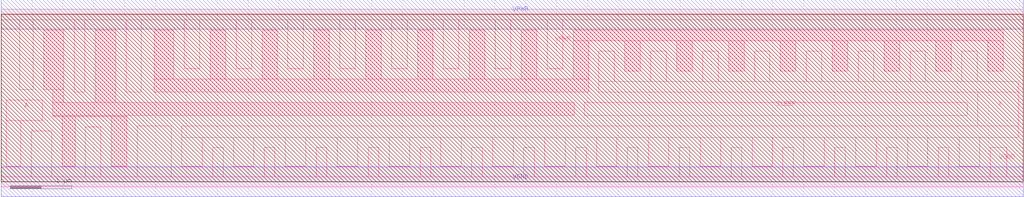
<source format=lef>
# Copyright 2020 The SkyWater PDK Authors
#
# Licensed under the Apache License, Version 2.0 (the "License");
# you may not use this file except in compliance with the License.
# You may obtain a copy of the License at
#
#     https://www.apache.org/licenses/LICENSE-2.0
#
# Unless required by applicable law or agreed to in writing, software
# distributed under the License is distributed on an "AS IS" BASIS,
# WITHOUT WARRANTIES OR CONDITIONS OF ANY KIND, either express or implied.
# See the License for the specific language governing permissions and
# limitations under the License.
#
# SPDX-License-Identifier: Apache-2.0

VERSION 5.7 ;

BUSBITCHARS "[]" ;
DIVIDERCHAR "/" ;

UNITS
  TIME NANOSECONDS 1 ;
  CAPACITANCE PICOFARADS 1 ;
  RESISTANCE OHMS 1 ;
  DATABASE MICRONS 1000 ;
END UNITS

MANUFACTURINGGRID 0.005 ;

# High density, single height
SITE unithd
  SYMMETRY Y ;
  CLASS CORE ;
  SIZE 0.46 BY 2.72 ;
END unithd

# High density, double height
SITE unithddbl
  SYMMETRY Y ;
  CLASS CORE ;
  SIZE 0.46 BY 5.44 ;
END unithddbl

LAYER li1
  TYPE ROUTING ;
  DIRECTION VERTICAL ;

  PITCH 0.46 0.34 ;
  OFFSET 0.23 0.17 ;

  WIDTH 0.17 ;          # LI 1
  # SPACING  0.17 ;     # LI 2
  SPACINGTABLE
     PARALLELRUNLENGTH 0
     WIDTH 0 0.17 ;
  AREA 0.0561 ;         # LI 6
  THICKNESS 0.1 ;
  RESISTANCE RPERSQ 12.2 ;

  ANTENNAMODEL OXIDE1 ;
  ANTENNADIFFSIDEAREARATIO PWL ( ( 0 75 ) ( 0.0125 75 ) ( 0.0225 85.125 ) ( 22.5 10200 ) ) ;
END li1

LAYER mcon
  TYPE CUT ;

  WIDTH 0.17 ;                # Mcon 1
  SPACING 0.19 ;              # Mcon 2
  ENCLOSURE BELOW 0 0 ;       # Mcon 4
  ENCLOSURE ABOVE 0.03 0.06 ; # Met1 4 / Met1 5

  ANTENNADIFFAREARATIO PWL ( ( 0 3 ) ( 0.0125 3 ) ( 0.0225 3.405 ) ( 22.5 408 ) ) ;
  DCCURRENTDENSITY AVERAGE 0.36 ; # mA per via Iavg_max at Tj = 90oC

END mcon

LAYER met1
  TYPE ROUTING ;
  DIRECTION HORIZONTAL ;

  PITCH 0.34 ;
  OFFSET 0.17 ;

  WIDTH 0.14 ;                     # Met1 1
  # SPACING 0.14 ;                 # Met1 2
  # SPACING 0.28 RANGE 3.001 100 ; # Met1 3b
  SPACINGTABLE
     PARALLELRUNLENGTH 0
     WIDTH 0 0.14
     WIDTH 3 0.28 ;
  AREA 0.083 ;                     # Met1 6
  THICKNESS 0.35 ;

  ANTENNAMODEL OXIDE1 ;
  ANTENNADIFFSIDEAREARATIO PWL ( ( 0 400 ) ( 0.0125 400 ) ( 0.0225 2609 ) ( 22.5 11600 ) ) ;

  EDGECAPACITANCE 1.79E-6 ;
  CAPACITANCE CPERSQDIST 25.8E-6 ;
  DCCURRENTDENSITY AVERAGE 2.8 ; # mA/um Iavg_max at Tj = 90oC
  ACCURRENTDENSITY RMS 6.1 ; # mA/um Irms_max at Tj = 90oC
  MAXIMUMDENSITY 70 ;
  DENSITYCHECKWINDOW 700 700 ;
  DENSITYCHECKSTEP 70 ;

  RESISTANCE RPERSQ 0.125 ;
END met1

LAYER via
  TYPE CUT ;
  WIDTH 0.15 ;                  # Via 1a
  SPACING 0.17 ;                # Via 2
  ENCLOSURE BELOW 0.055 0.085 ; # Via 4a / Via 5a
  ENCLOSURE ABOVE 0.055 0.085 ; # Met2 4 / Met2 5

  ANTENNADIFFAREARATIO PWL ( ( 0 6 ) ( 0.0125 6 ) ( 0.0225 6.81 ) ( 22.5 816 ) ) ;
  DCCURRENTDENSITY AVERAGE 0.29 ; # mA per via Iavg_max at Tj = 90oC
END via

LAYER met2
  TYPE ROUTING ;
  DIRECTION VERTICAL ;

  PITCH 0.46 ;
  OFFSET 0.23 ;

  WIDTH 0.14 ;                        # Met2 1
  # SPACING  0.14 ;                   # Met2 2
  # SPACING  0.28 RANGE 3.001 100 ;   # Met2 3b
  SPACINGTABLE
     PARALLELRUNLENGTH 0
     WIDTH 0 0.14
     WIDTH 3 0.28 ;
  AREA 0.0676 ;                       # Met2 6
  THICKNESS 0.35 ;

  CAPACITANCE CPERSQDIST 17.5E-6 ;
  RESISTANCE RPERSQ 0.125 ;
  DCCURRENTDENSITY AVERAGE 2.8 ; # mA/um Iavg_max at Tj = 90oC
  ACCURRENTDENSITY RMS 6.1 ; # mA/um Irms_max at Tj = 90oC

  ANTENNAMODEL OXIDE1 ;
  ANTENNADIFFSIDEAREARATIO PWL ( ( 0 400 ) ( 0.0125 400 ) ( 0.0225 2609 ) ( 22.5 11600 ) ) ;

  MAXIMUMDENSITY 70 ;
  DENSITYCHECKWINDOW 700 700 ;
  DENSITYCHECKSTEP 70 ;
END met2

# ******** Layer via2, type routing, number 44 **************
LAYER via2
  TYPE CUT ;
  WIDTH 0.2 ;                   # Via2 1
  SPACING 0.2 ;                 # Via2 2
  ENCLOSURE BELOW 0.04 0.085 ;  # Via2 4
  ENCLOSURE ABOVE 0.065 0.065 ; # Met3 4
  ANTENNADIFFAREARATIO PWL ( ( 0 6 ) ( 0.0125 6 ) ( 0.0225 6.81 ) ( 22.5 816 ) ) ;
  DCCURRENTDENSITY AVERAGE 0.48 ; # mA per via Iavg_max at Tj = 90oC
END via2

LAYER met3
  TYPE ROUTING ;
  DIRECTION HORIZONTAL ;

  PITCH 0.68 ;
  OFFSET 0.34 ;

  WIDTH 0.3 ;              # Met3 1
  # SPACING 0.3 ;          # Met3 2
  SPACINGTABLE
     PARALLELRUNLENGTH 0
     WIDTH 0 0.3
     WIDTH 3 0.4 ;
  AREA 0.24 ;              # Met3 6
  THICKNESS 0.8 ;

  EDGECAPACITANCE 1.86E-6 ;
  CAPACITANCE CPERSQDIST 12.6E-6 ;
  RESISTANCE RPERSQ 0.047 ;
  DCCURRENTDENSITY AVERAGE 6.8 ; # mA/um Iavg_max at Tj = 90oC
  ACCURRENTDENSITY RMS 14.9 ; # mA/um Irms_max at Tj = 90oC

  ANTENNAMODEL OXIDE1 ;
  ANTENNADIFFSIDEAREARATIO PWL ( ( 0 400 ) ( 0.0125 400 ) ( 0.0225 2609 ) ( 22.5 11600 ) ) ;

  MAXIMUMDENSITY 70 ;
  DENSITYCHECKWINDOW 700 700 ;
  DENSITYCHECKSTEP 70 ;
END met3

LAYER via3
  TYPE CUT ;
  WIDTH 0.2 ;                   # Via3 1
  SPACING 0.2 ;                 # Via3 2
  ENCLOSURE BELOW 0.06 0.09 ;   # Via3 4 / Via3 5
  ENCLOSURE ABOVE 0.065 0.065 ; # Met4 3
  ANTENNADIFFAREARATIO PWL ( ( 0 6 ) ( 0.0125 6 ) ( 0.0225 6.81 ) ( 22.5 816 ) ) ;
  DCCURRENTDENSITY AVERAGE 0.48 ; # mA per via Iavg_max at Tj = 90oC
END via3

LAYER met4
  TYPE ROUTING ;
  DIRECTION VERTICAL ;

  PITCH 0.92 ;
  OFFSET 0.46 ;

  WIDTH 0.3 ;             # Met4 1
  # SPACING  0.3 ;             # Met4 2
  SPACINGTABLE
     PARALLELRUNLENGTH 0
     WIDTH 0 0.3
     WIDTH 3 0.4 ;
  AREA 0.24 ;            # Met4 4a

  THICKNESS 0.8 ;

  EDGECAPACITANCE 1.29E-6 ;
  CAPACITANCE CPERSQDIST 8.67E-6 ;
  RESISTANCE RPERSQ 0.047 ;
  DCCURRENTDENSITY AVERAGE 6.8 ; # mA/um Iavg_max at Tj = 90oC
  ACCURRENTDENSITY RMS 14.9 ; # mA/um Irms_max at Tj = 90oC

  ANTENNAMODEL OXIDE1 ;
  ANTENNADIFFSIDEAREARATIO PWL ( ( 0 400 ) ( 0.0125 400 ) ( 0.0225 2609 ) ( 22.5 11600 ) ) ;

  MAXIMUMDENSITY 70 ;
  DENSITYCHECKWINDOW 700 700 ;
  DENSITYCHECKSTEP 70 ;
END met4

LAYER via4
  TYPE CUT ;

  WIDTH 0.8 ;                 # Via4 1
  SPACING 0.8 ;               # Via4 2
  ENCLOSURE BELOW 0.19 0.19 ; # Via4 4
  ENCLOSURE ABOVE 0.31 0.31 ; # Met5 3
  ANTENNADIFFAREARATIO PWL ( ( 0 6 ) ( 0.0125 6 ) ( 0.0225 6.81 ) ( 22.5 816 ) ) ;
  DCCURRENTDENSITY AVERAGE 2.49 ; # mA per via Iavg_max at Tj = 90oC
END via4

LAYER met5
  TYPE ROUTING ;
  DIRECTION HORIZONTAL ;

  PITCH 3.4 ;
  OFFSET 1.7 ;

  WIDTH 1.6 ;            # Met5 1
  #SPACING  1.6 ;        # Met5 2
  SPACINGTABLE
     PARALLELRUNLENGTH 0
     WIDTH 0 1.6 ;
  AREA 4 ;               # Met5 4

  THICKNESS 1.2 ;

  EDGECAPACITANCE 4.96E-6 ;
  CAPACITANCE CPERSQDIST 6.48E-6 ;
  RESISTANCE RPERSQ 0.0285 ;
  DCCURRENTDENSITY AVERAGE 10.17 ; # mA/um Iavg_max at Tj = 90oC
  ACCURRENTDENSITY RMS 22.34 ; # mA/um Irms_max at Tj = 90oC

  ANTENNAMODEL OXIDE1 ;
  ANTENNADIFFSIDEAREARATIO PWL ( ( 0 400 ) ( 0.0125 400 ) ( 0.0225 2609 ) ( 22.5 11600 ) ) ;
END met5


### Routing via cells section   ###
# Plus via rule, metals are along the prefered direction
VIA L1M1_PR DEFAULT
  LAYER mcon ;
  RECT -0.085 -0.085 0.085 0.085 ;
  LAYER li1 ;
  RECT -0.085 -0.085 0.085 0.085 ;
  LAYER met1 ;
  RECT -0.145 -0.115 0.145 0.115 ;
END L1M1_PR

VIARULE L1M1_PR GENERATE
  LAYER li1 ;
  ENCLOSURE 0 0 ;
  LAYER met1 ;
  ENCLOSURE 0.06 0.03 ;
  LAYER mcon ;
  RECT -0.085 -0.085 0.085 0.085 ;
  SPACING 0.36 BY 0.36 ;
END L1M1_PR

# Plus via rule, metals are along the non prefered direction
VIA L1M1_PR_R DEFAULT
  LAYER mcon ;
  RECT -0.085 -0.085 0.085 0.085 ;
  LAYER li1 ;
  RECT -0.085 -0.085 0.085 0.085 ;
  LAYER met1 ;
  RECT -0.115 -0.145 0.115 0.145 ;
END L1M1_PR_R

VIARULE L1M1_PR_R GENERATE
  LAYER li1 ;
  ENCLOSURE 0 0 ;
  LAYER met1 ;
  ENCLOSURE 0.03 0.06 ;
  LAYER mcon ;
  RECT -0.085 -0.085 0.085 0.085 ;
  SPACING 0.36 BY 0.36 ;
END L1M1_PR_R

# Minus via rule, lower layer metal is along prefered direction
VIA L1M1_PR_M DEFAULT
  LAYER mcon ;
  RECT -0.085 -0.085 0.085 0.085 ;
  LAYER li1 ;
  RECT -0.085 -0.085 0.085 0.085 ;
  LAYER met1 ;
  RECT -0.115 -0.145 0.115 0.145 ;
END L1M1_PR_M

VIARULE L1M1_PR_M GENERATE
  LAYER li1 ;
  ENCLOSURE 0 0 ;
  LAYER met1 ;
  ENCLOSURE 0.03 0.06 ;
  LAYER mcon ;
  RECT -0.085 -0.085 0.085 0.085 ;
  SPACING 0.36 BY 0.36 ;
END L1M1_PR_M

# Minus via rule, upper layer metal is along prefered direction
VIA L1M1_PR_MR DEFAULT
  LAYER mcon ;
  RECT -0.085 -0.085 0.085 0.085 ;
  LAYER li1 ;
  RECT -0.085 -0.085 0.085 0.085 ;
  LAYER met1 ;
  RECT -0.145 -0.115 0.145 0.115 ;
END L1M1_PR_MR

VIARULE L1M1_PR_MR GENERATE
  LAYER li1 ;
  ENCLOSURE 0 0 ;
  LAYER met1 ;
  ENCLOSURE 0.06 0.03 ;
  LAYER mcon ;
  RECT -0.085 -0.085 0.085 0.085 ;
  SPACING 0.36 BY 0.36 ;
END L1M1_PR_MR

# Centered via rule, we really do not want to use it
VIA L1M1_PR_C DEFAULT
  LAYER mcon ;
  RECT -0.085 -0.085 0.085 0.085 ;
  LAYER li1 ;
  RECT -0.085 -0.085 0.085 0.085 ;
  LAYER met1 ;
  RECT -0.145 -0.145 0.145 0.145 ;
END L1M1_PR_C

VIARULE L1M1_PR_C GENERATE
  LAYER li1 ;
  ENCLOSURE 0 0 ;
  LAYER met1 ;
  ENCLOSURE 0.06 0.06 ;
  LAYER mcon ;
  RECT -0.085 -0.085 0.085 0.085 ;
  SPACING 0.36 BY 0.36 ;
END L1M1_PR_C

# Plus via rule, metals are along the prefered direction
VIA M1M2_PR DEFAULT
  LAYER via ;
  RECT -0.075 -0.075 0.075 0.075 ;
  LAYER met1 ;
  RECT -0.16 -0.13 0.16 0.13 ;
  LAYER met2 ;
  RECT -0.13 -0.16 0.13 0.16 ;
END M1M2_PR

VIARULE M1M2_PR GENERATE
  LAYER met1 ;
  ENCLOSURE 0.085 0.055 ;
  LAYER met2 ;
  ENCLOSURE 0.055 0.085 ;
  LAYER via ;
  RECT -0.075 -0.075 0.075 0.075 ;
  SPACING 0.32 BY 0.32 ;
END M1M2_PR

# Plus via rule, metals are along the non prefered direction
VIA M1M2_PR_R DEFAULT
  LAYER via ;
  RECT -0.075 -0.075 0.075 0.075 ;
  LAYER met1 ;
  RECT -0.13 -0.16 0.13 0.16 ;
  LAYER met2 ;
  RECT -0.16 -0.13 0.16 0.13 ;
END M1M2_PR_R

VIARULE M1M2_PR_R GENERATE
  LAYER met1 ;
  ENCLOSURE 0.055 0.085 ;
  LAYER met2 ;
  ENCLOSURE 0.085 0.055 ;
  LAYER via ;
  RECT -0.075 -0.075 0.075 0.075 ;
  SPACING 0.32 BY 0.32 ;
END M1M2_PR_R

# Minus via rule, lower layer metal is along prefered direction
VIA M1M2_PR_M DEFAULT
  LAYER via ;
  RECT -0.075 -0.075 0.075 0.075 ;
  LAYER met1 ;
  RECT -0.16 -0.13 0.16 0.13 ;
  LAYER met2 ;
  RECT -0.16 -0.13 0.16 0.13 ;
END M1M2_PR_M

VIARULE M1M2_PR_M GENERATE
  LAYER met1 ;
  ENCLOSURE 0.085 0.055 ;
  LAYER met2 ;
  ENCLOSURE 0.085 0.055 ;
  LAYER via ;
  RECT -0.075 -0.075 0.075 0.075 ;
  SPACING 0.32 BY 0.32 ;
END M1M2_PR_M

# Minus via rule, upper layer metal is along prefered direction
VIA M1M2_PR_MR DEFAULT
  LAYER via ;
  RECT -0.075 -0.075 0.075 0.075 ;
  LAYER met1 ;
  RECT -0.13 -0.16 0.13 0.16 ;
  LAYER met2 ;
  RECT -0.13 -0.16 0.13 0.16 ;
END M1M2_PR_MR

VIARULE M1M2_PR_MR GENERATE
  LAYER met1 ;
  ENCLOSURE 0.055 0.085 ;
  LAYER met2 ;
  ENCLOSURE 0.055 0.085 ;
  LAYER via ;
  RECT -0.075 -0.075 0.075 0.075 ;
  SPACING 0.32 BY 0.32 ;
END M1M2_PR_MR

# Centered via rule, we really do not want to use it
VIA M1M2_PR_C DEFAULT
  LAYER via ;
  RECT -0.075 -0.075 0.075 0.075 ;
  LAYER met1 ;
  RECT -0.16 -0.16 0.16 0.16 ;
  LAYER met2 ;
  RECT -0.16 -0.16 0.16 0.16 ;
END M1M2_PR_C

VIARULE M1M2_PR_C GENERATE
  LAYER met1 ;
  ENCLOSURE 0.085 0.085 ;
  LAYER met2 ;
  ENCLOSURE 0.085 0.085 ;
  LAYER via ;
  RECT -0.075 -0.075 0.075 0.075 ;
  SPACING 0.32 BY 0.32 ;
END M1M2_PR_C

# Plus via rule, metals are along the prefered direction
VIA M2M3_PR DEFAULT
  LAYER via2 ;
  RECT -0.1 -0.1 0.1 0.1 ;
  LAYER met2 ;
  RECT -0.14 -0.185 0.14 0.185 ;
  LAYER met3 ;
  RECT -0.165 -0.165 0.165 0.165 ;
END M2M3_PR

VIARULE M2M3_PR GENERATE
  LAYER met2 ;
  ENCLOSURE 0.04 0.085 ;
  LAYER met3 ;
  ENCLOSURE 0.065 0.065 ;
  LAYER via2 ;
  RECT -0.1 -0.1 0.1 0.1 ;
  SPACING 0.4 BY 0.4 ;
END M2M3_PR

# Plus via rule, metals are along the non prefered direction
VIA M2M3_PR_R DEFAULT
  LAYER via2 ;
  RECT -0.1 -0.1 0.1 0.1 ;
  LAYER met2 ;
  RECT -0.185 -0.14 0.185 0.14 ;
  LAYER met3 ;
  RECT -0.165 -0.165 0.165 0.165 ;
END M2M3_PR_R

VIARULE M2M3_PR_R GENERATE
  LAYER met2 ;
  ENCLOSURE 0.085 0.04 ;
  LAYER met3 ;
  ENCLOSURE 0.065 0.065 ;
  LAYER via2 ;
  RECT -0.1 -0.1 0.1 0.1 ;
  SPACING 0.4 BY 0.4 ;
END M2M3_PR_R

# Minus via rule, lower layer metal is along prefered direction
VIA M2M3_PR_M DEFAULT
  LAYER via2 ;
  RECT -0.1 -0.1 0.1 0.1 ;
  LAYER met2 ;
  RECT -0.14 -0.185 0.14 0.185 ;
  LAYER met3 ;
  RECT -0.165 -0.165 0.165 0.165 ;
END M2M3_PR_M

VIARULE M2M3_PR_M GENERATE
  LAYER met2 ;
  ENCLOSURE 0.04 0.085 ;
  LAYER met3 ;
  ENCLOSURE 0.065 0.065 ;
  LAYER via2 ;
  RECT -0.1 -0.1 0.1 0.1 ;
  SPACING 0.4 BY 0.4 ;
END M2M3_PR_M

# Minus via rule, upper layer metal is along prefered direction
VIA M2M3_PR_MR DEFAULT
  LAYER via2 ;
  RECT -0.1 -0.1 0.1 0.1 ;
  LAYER met2 ;
  RECT -0.185 -0.14 0.185 0.14 ;
  LAYER met3 ;
  RECT -0.165 -0.165 0.165 0.165 ;
END M2M3_PR_MR

VIARULE M2M3_PR_MR GENERATE
  LAYER met2 ;
  ENCLOSURE 0.085 0.04 ;
  LAYER met3 ;
  ENCLOSURE 0.065 0.065 ;
  LAYER via2 ;
  RECT -0.1 -0.1 0.1 0.1 ;
  SPACING 0.4 BY 0.4 ;
END M2M3_PR_MR

# Centered via rule, we really do not want to use it
VIA M2M3_PR_C DEFAULT
  LAYER via2 ;
  RECT -0.1 -0.1 0.1 0.1 ;
  LAYER met2 ;
  RECT -0.185 -0.185 0.185 0.185 ;
  LAYER met3 ;
  RECT -0.165 -0.165 0.165 0.165 ;
END M2M3_PR_C

VIARULE M2M3_PR_C GENERATE
  LAYER met2 ;
  ENCLOSURE 0.085 0.085 ;
  LAYER met3 ;
  ENCLOSURE 0.065 0.065 ;
  LAYER via2 ;
  RECT -0.1 -0.1 0.1 0.1 ;
  SPACING 0.4 BY 0.4 ;
END M2M3_PR_C

# Plus via rule, metals are along the prefered direction
VIA M3M4_PR DEFAULT
  LAYER via3 ;
  RECT -0.1 -0.1 0.1 0.1 ;
  LAYER met3 ;
  RECT -0.19 -0.16 0.19 0.16 ;
  LAYER met4 ;
  RECT -0.165 -0.165 0.165 0.165 ;
END M3M4_PR

VIARULE M3M4_PR GENERATE
  LAYER met3 ;
  ENCLOSURE 0.09 0.06 ;
  LAYER met4 ;
  ENCLOSURE 0.065 0.065 ;
  LAYER via3 ;
  RECT -0.1 -0.1 0.1 0.1 ;
  SPACING 0.4 BY 0.4 ;
END M3M4_PR

# Plus via rule, metals are along the non prefered direction
VIA M3M4_PR_R DEFAULT
  LAYER via3 ;
  RECT -0.1 -0.1 0.1 0.1 ;
  LAYER met3 ;
  RECT -0.16 -0.19 0.16 0.19 ;
  LAYER met4 ;
  RECT -0.165 -0.165 0.165 0.165 ;
END M3M4_PR_R

VIARULE M3M4_PR_R GENERATE
  LAYER met3 ;
  ENCLOSURE 0.06 0.09 ;
  LAYER met4 ;
  ENCLOSURE 0.065 0.065 ;
  LAYER via3 ;
  RECT -0.1 -0.1 0.1 0.1 ;
  SPACING 0.4 BY 0.4 ;
END M3M4_PR_R

# Minus via rule, lower layer metal is along prefered direction
VIA M3M4_PR_M DEFAULT
  LAYER via3 ;
  RECT -0.1 -0.1 0.1 0.1 ;
  LAYER met3 ;
  RECT -0.19 -0.16 0.19 0.16 ;
  LAYER met4 ;
  RECT -0.165 -0.165 0.165 0.165 ;
END M3M4_PR_M

VIARULE M3M4_PR_M GENERATE
  LAYER met3 ;
  ENCLOSURE 0.09 0.06 ;
  LAYER met4 ;
  ENCLOSURE 0.065 0.065 ;
  LAYER via3 ;
  RECT -0.1 -0.1 0.1 0.1 ;
  SPACING 0.4 BY 0.4 ;
END M3M4_PR_M

# Minus via rule, upper layer metal is along prefered direction
VIA M3M4_PR_MR DEFAULT
  LAYER via3 ;
  RECT -0.1 -0.1 0.1 0.1 ;
  LAYER met3 ;
  RECT -0.16 -0.19 0.16 0.19 ;
  LAYER met4 ;
  RECT -0.165 -0.165 0.165 0.165 ;
END M3M4_PR_MR

VIARULE M3M4_PR_MR GENERATE
  LAYER met3 ;
  ENCLOSURE 0.06 0.09 ;
  LAYER met4 ;
  ENCLOSURE 0.065 0.065 ;
  LAYER via3 ;
  RECT -0.1 -0.1 0.1 0.1 ;
  SPACING 0.4 BY 0.4 ;
END M3M4_PR_MR

# Centered via rule, we really do not want to use it
VIA M3M4_PR_C DEFAULT
  LAYER via3 ;
  RECT -0.1 -0.1 0.1 0.1 ;
  LAYER met3 ;
  RECT -0.19 -0.19 0.19 0.19 ;
  LAYER met4 ;
  RECT -0.165 -0.165 0.165 0.165 ;
END M3M4_PR_C

VIARULE M3M4_PR_C GENERATE
  LAYER met3 ;
  ENCLOSURE 0.09 0.09 ;
  LAYER met4 ;
  ENCLOSURE 0.065 0.065 ;
  LAYER via3 ;
  RECT -0.1 -0.1 0.1 0.1 ;
  SPACING 0.4 BY 0.4 ;
END M3M4_PR_C

# Plus via rule, metals are along the prefered direction
VIA M4M5_PR DEFAULT
  LAYER via4 ;
  RECT -0.4 -0.4 0.4 0.4 ;
  LAYER met4 ;
  RECT -0.59 -0.59 0.59 0.59 ;
  LAYER met5 ;
  RECT -0.71 -0.71 0.71 0.71 ;
END M4M5_PR

VIARULE M4M5_PR GENERATE
  LAYER met4 ;
  ENCLOSURE 0.19 0.19 ;
  LAYER met5 ;
  ENCLOSURE 0.31 0.31 ;
  LAYER via4 ;
  RECT -0.4 -0.4 0.4 0.4 ;
  SPACING 1.6 BY 1.6 ;
END M4M5_PR

# Plus via rule, metals are along the non prefered direction
VIA M4M5_PR_R DEFAULT
  LAYER via4 ;
  RECT -0.4 -0.4 0.4 0.4 ;
  LAYER met4 ;
  RECT -0.59 -0.59 0.59 0.59 ;
  LAYER met5 ;
  RECT -0.71 -0.71 0.71 0.71 ;
END M4M5_PR_R

VIARULE M4M5_PR_R GENERATE
  LAYER met4 ;
  ENCLOSURE 0.19 0.19 ;
  LAYER met5 ;
  ENCLOSURE 0.31 0.31 ;
  LAYER via4 ;
  RECT -0.4 -0.4 0.4 0.4 ;
  SPACING 1.6 BY 1.6 ;
END M4M5_PR_R

# Minus via rule, lower layer metal is along prefered direction
VIA M4M5_PR_M DEFAULT
  LAYER via4 ;
  RECT -0.4 -0.4 0.4 0.4 ;
  LAYER met4 ;
  RECT -0.59 -0.59 0.59 0.59 ;
  LAYER met5 ;
  RECT -0.71 -0.71 0.71 0.71 ;
END M4M5_PR_M

VIARULE M4M5_PR_M GENERATE
  LAYER met4 ;
  ENCLOSURE 0.19 0.19 ;
  LAYER met5 ;
  ENCLOSURE 0.31 0.31 ;
  LAYER via4 ;
  RECT -0.4 -0.4 0.4 0.4 ;
  SPACING 1.6 BY 1.6 ;
END M4M5_PR_M

# Minus via rule, upper layer metal is along prefered direction
VIA M4M5_PR_MR DEFAULT
  LAYER via4 ;
  RECT -0.4 -0.4 0.4 0.4 ;
  LAYER met4 ;
  RECT -0.59 -0.59 0.59 0.59 ;
  LAYER met5 ;
  RECT -0.71 -0.71 0.71 0.71 ;
END M4M5_PR_MR

VIARULE M4M5_PR_MR GENERATE
  LAYER met4 ;
  ENCLOSURE 0.19 0.19 ;
  LAYER met5 ;
  ENCLOSURE 0.31 0.31 ;
  LAYER via4 ;
  RECT -0.4 -0.4 0.4 0.4 ;
  SPACING 1.6 BY 1.6 ;
END M4M5_PR_MR

# Centered via rule, we really do not want to use it
VIA M4M5_PR_C DEFAULT
  LAYER via4 ;
  RECT -0.4 -0.4 0.4 0.4 ;
  LAYER met4 ;
  RECT -0.59 -0.59 0.59 0.59 ;
  LAYER met5 ;
  RECT -0.71 -0.71 0.71 0.71 ;
END M4M5_PR_C

VIARULE M4M5_PR_C GENERATE
  LAYER met4 ;
  ENCLOSURE 0.19 0.19 ;
  LAYER met5 ;
  ENCLOSURE 0.31 0.31 ;
  LAYER via4 ;
  RECT -0.4 -0.4 0.4 0.4 ;
  SPACING 1.6 BY 1.6 ;
END M4M5_PR_C
###  end of single via cells   ###



MACRO sky130_fd_sc_hd__a2111o_1
  CLASS CORE ;
  SOURCE USER ;
  ORIGIN  0.000000  0.000000 ;
  SIZE  4.140000 BY  2.720000 ;
  SYMMETRY X Y R90 ;
  SITE unithd ;
  PIN A1
    ANTENNAGATEAREA  0.247500 ;
    DIRECTION INPUT ;
    USE SIGNAL ;
    PORT
      LAYER li1 ;
        RECT 2.905000 0.995000 3.290000 1.325000 ;
        RECT 2.985000 0.285000 3.540000 0.845000 ;
        RECT 2.985000 0.845000 3.290000 0.995000 ;
    END
  END A1
  PIN A2
    ANTENNAGATEAREA  0.247500 ;
    DIRECTION INPUT ;
    USE SIGNAL ;
    PORT
      LAYER li1 ;
        RECT 3.510000 1.025000 4.010000 1.290000 ;
    END
  END A2
  PIN B1
    ANTENNAGATEAREA  0.247500 ;
    DIRECTION INPUT ;
    USE SIGNAL ;
    PORT
      LAYER li1 ;
        RECT 2.400000 0.995000 2.680000 2.465000 ;
    END
  END B1
  PIN C1
    ANTENNAGATEAREA  0.247500 ;
    DIRECTION INPUT ;
    USE SIGNAL ;
    PORT
      LAYER li1 ;
        RECT 1.890000 1.050000 2.220000 2.465000 ;
    END
  END C1
  PIN D1
    ANTENNAGATEAREA  0.247500 ;
    DIRECTION INPUT ;
    USE SIGNAL ;
    PORT
      LAYER li1 ;
        RECT 1.290000 1.050000 1.720000 1.290000 ;
        RECT 1.515000 1.290000 1.720000 2.465000 ;
    END
  END D1
  PIN X
    ANTENNADIFFAREA  0.504500 ;
    DIRECTION OUTPUT ;
    USE SIGNAL ;
    PORT
      LAYER li1 ;
        RECT 0.135000 0.255000 0.465000 1.620000 ;
        RECT 0.135000 1.620000 0.390000 2.460000 ;
    END
  END X
  PIN VGND
    DIRECTION INOUT ;
    SHAPE ABUTMENT ;
    USE GROUND ;
    PORT
      LAYER li1 ;
        RECT 0.000000 -0.085000 4.140000 0.085000 ;
        RECT 0.635000  0.085000 1.310000 0.470000 ;
        RECT 2.085000  0.085000 2.430000 0.485000 ;
        RECT 3.715000  0.085000 3.955000 0.760000 ;
    END
    PORT
      LAYER met1 ;
        RECT 0.000000 -0.240000 4.140000 0.240000 ;
    END
  END VGND
  PIN VPWR
    DIRECTION INOUT ;
    SHAPE ABUTMENT ;
    USE POWER ;
    PORT
      LAYER li1 ;
        RECT 0.000000 2.635000 4.140000 2.805000 ;
        RECT 0.565000 1.815000 0.895000 2.635000 ;
        RECT 3.325000 1.835000 3.540000 2.635000 ;
    END
    PORT
      LAYER met1 ;
        RECT 0.000000 2.480000 4.140000 2.960000 ;
    END
  END VPWR
  OBS
    LAYER li1 ;
      RECT 0.695000 0.650000 1.915000 0.655000 ;
      RECT 0.695000 0.655000 2.805000 0.825000 ;
      RECT 0.695000 0.825000 0.915000 1.465000 ;
      RECT 0.695000 1.465000 1.345000 1.645000 ;
      RECT 1.135000 1.645000 1.345000 2.460000 ;
      RECT 1.585000 0.260000 1.915000 0.650000 ;
      RECT 2.600000 0.260000 2.805000 0.655000 ;
      RECT 2.860000 1.495000 3.990000 1.665000 ;
      RECT 2.860000 1.665000 3.145000 2.460000 ;
      RECT 3.720000 1.665000 3.990000 2.460000 ;
  END
END sky130_fd_sc_hd__a2111o_1
MACRO sky130_fd_sc_hd__a2111o_2
  CLASS CORE ;
  SOURCE USER ;
  ORIGIN  0.000000  0.000000 ;
  SIZE  4.600000 BY  2.720000 ;
  SYMMETRY X Y R90 ;
  SITE unithd ;
  PIN A1
    ANTENNAGATEAREA  0.247500 ;
    DIRECTION INPUT ;
    USE SIGNAL ;
    PORT
      LAYER li1 ;
        RECT 3.365000 0.955000 3.775000 1.740000 ;
        RECT 3.505000 0.290000 3.995000 0.825000 ;
        RECT 3.505000 0.825000 3.775000 0.955000 ;
    END
  END A1
  PIN A2
    ANTENNAGATEAREA  0.247500 ;
    DIRECTION INPUT ;
    USE SIGNAL ;
    PORT
      LAYER li1 ;
        RECT 3.945000 0.995000 4.515000 1.740000 ;
    END
  END A2
  PIN B1
    ANTENNAGATEAREA  0.247500 ;
    DIRECTION INPUT ;
    USE SIGNAL ;
    PORT
      LAYER li1 ;
        RECT 2.905000 0.995000 3.195000 1.740000 ;
    END
  END B1
  PIN C1
    ANTENNAGATEAREA  0.247500 ;
    DIRECTION INPUT ;
    USE SIGNAL ;
    PORT
      LAYER li1 ;
        RECT 2.425000 0.995000 2.735000 2.355000 ;
    END
  END C1
  PIN D1
    ANTENNAGATEAREA  0.247500 ;
    DIRECTION INPUT ;
    USE SIGNAL ;
    PORT
      LAYER li1 ;
        RECT 1.885000 0.995000 2.255000 1.325000 ;
        RECT 1.960000 1.325000 2.255000 2.355000 ;
    END
  END D1
  PIN X
    ANTENNADIFFAREA  0.462000 ;
    DIRECTION OUTPUT ;
    USE SIGNAL ;
    PORT
      LAYER li1 ;
        RECT 0.605000 0.255000 0.895000 2.390000 ;
    END
  END X
  PIN VGND
    DIRECTION INOUT ;
    SHAPE ABUTMENT ;
    USE GROUND ;
    PORT
      LAYER li1 ;
        RECT 0.000000 -0.085000 4.600000 0.085000 ;
        RECT 0.085000  0.085000 0.435000 0.885000 ;
        RECT 1.065000  0.085000 2.010000 0.445000 ;
        RECT 1.065000  0.445000 1.325000 0.865000 ;
        RECT 2.590000  0.085000 2.920000 0.445000 ;
        RECT 4.165000  0.085000 4.515000 0.805000 ;
    END
    PORT
      LAYER met1 ;
        RECT 0.000000 -0.240000 4.600000 0.240000 ;
    END
  END VGND
  PIN VPWR
    DIRECTION INOUT ;
    SHAPE ABUTMENT ;
    USE POWER ;
    PORT
      LAYER li1 ;
        RECT 0.000000 2.635000 4.600000 2.805000 ;
        RECT 0.085000 1.635000 0.435000 2.635000 ;
        RECT 1.065000 1.495000 1.315000 2.635000 ;
        RECT 3.590000 2.255000 3.920000 2.635000 ;
    END
    PORT
      LAYER met1 ;
        RECT 0.000000 2.480000 4.600000 2.960000 ;
    END
  END VPWR
  OBS
    LAYER li1 ;
      RECT 1.065000 1.075000 1.705000 1.325000 ;
      RECT 1.495000 0.615000 3.335000 0.785000 ;
      RECT 1.495000 0.785000 1.705000 1.075000 ;
      RECT 1.495000 1.325000 1.705000 1.495000 ;
      RECT 1.495000 1.495000 1.785000 2.465000 ;
      RECT 2.180000 0.255000 2.420000 0.615000 ;
      RECT 3.070000 1.915000 4.515000 2.085000 ;
      RECT 3.070000 2.085000 3.400000 2.465000 ;
      RECT 3.090000 0.255000 3.335000 0.615000 ;
      RECT 4.090000 2.085000 4.515000 2.465000 ;
  END
END sky130_fd_sc_hd__a2111o_2
MACRO sky130_fd_sc_hd__a2111o_4
  CLASS CORE ;
  SOURCE USER ;
  ORIGIN  0.000000  0.000000 ;
  SIZE  7.820000 BY  2.720000 ;
  SYMMETRY X Y R90 ;
  SITE unithd ;
  PIN A1
    ANTENNAGATEAREA  0.495000 ;
    DIRECTION INPUT ;
    USE SIGNAL ;
    PORT
      LAYER li1 ;
        RECT 3.825000 1.075000 4.495000 1.275000 ;
    END
  END A1
  PIN A2
    ANTENNAGATEAREA  0.495000 ;
    DIRECTION INPUT ;
    USE SIGNAL ;
    PORT
      LAYER li1 ;
        RECT 4.675000 1.075000 5.625000 1.275000 ;
    END
  END A2
  PIN B1
    ANTENNAGATEAREA  0.495000 ;
    DIRECTION INPUT ;
    USE SIGNAL ;
    PORT
      LAYER li1 ;
        RECT 2.450000 0.975000 3.255000 1.285000 ;
    END
  END B1
  PIN C1
    ANTENNAGATEAREA  0.495000 ;
    DIRECTION INPUT ;
    USE SIGNAL ;
    PORT
      LAYER li1 ;
        RECT 1.040000 0.975000 2.280000 1.285000 ;
    END
  END C1
  PIN D1
    ANTENNAGATEAREA  0.495000 ;
    DIRECTION INPUT ;
    USE SIGNAL ;
    PORT
      LAYER li1 ;
        RECT 0.085000 0.975000 0.370000 1.625000 ;
    END
  END D1
  PIN X
    ANTENNADIFFAREA  0.924000 ;
    DIRECTION OUTPUT ;
    USE SIGNAL ;
    PORT
      LAYER li1 ;
        RECT 6.165000 0.255000 6.355000 0.635000 ;
        RECT 6.165000 0.635000 7.735000 0.805000 ;
        RECT 6.165000 1.465000 7.735000 1.635000 ;
        RECT 6.165000 1.635000 7.215000 1.715000 ;
        RECT 6.165000 1.715000 6.355000 2.465000 ;
        RECT 7.025000 0.255000 7.215000 0.635000 ;
        RECT 7.025000 1.715000 7.215000 2.465000 ;
        RECT 7.490000 0.805000 7.735000 1.465000 ;
    END
  END X
  PIN VGND
    DIRECTION INOUT ;
    SHAPE ABUTMENT ;
    USE GROUND ;
    PORT
      LAYER li1 ;
        RECT 0.000000 -0.085000 7.820000 0.085000 ;
        RECT 0.610000  0.085000 0.940000 0.465000 ;
        RECT 1.510000  0.085000 1.840000 0.445000 ;
        RECT 2.420000  0.085000 3.295000 0.445000 ;
        RECT 4.805000  0.085000 5.140000 0.445000 ;
        RECT 5.665000  0.085000 5.995000 0.515000 ;
        RECT 6.525000  0.085000 6.855000 0.445000 ;
        RECT 7.385000  0.085000 7.715000 0.465000 ;
    END
    PORT
      LAYER met1 ;
        RECT 0.000000 -0.240000 7.820000 0.240000 ;
    END
  END VGND
  PIN VPWR
    DIRECTION INOUT ;
    SHAPE ABUTMENT ;
    USE POWER ;
    PORT
      LAYER li1 ;
        RECT 0.000000 2.635000 7.820000 2.805000 ;
        RECT 3.865000 2.165000 4.195000 2.635000 ;
        RECT 4.805000 2.255000 5.140000 2.635000 ;
        RECT 5.665000 1.800000 5.995000 2.635000 ;
        RECT 6.525000 1.885000 6.855000 2.635000 ;
        RECT 7.385000 1.805000 7.715000 2.635000 ;
    END
    PORT
      LAYER met1 ;
        RECT 0.000000 2.480000 7.820000 2.960000 ;
    END
  END VPWR
  OBS
    LAYER li1 ;
      RECT 0.110000 1.795000 0.370000 2.295000 ;
      RECT 0.110000 2.295000 2.160000 2.465000 ;
      RECT 0.180000 0.255000 0.440000 0.635000 ;
      RECT 0.180000 0.635000 3.655000 0.805000 ;
      RECT 0.540000 0.805000 0.870000 2.125000 ;
      RECT 1.040000 1.455000 1.230000 2.295000 ;
      RECT 1.110000 0.255000 1.340000 0.615000 ;
      RECT 1.110000 0.615000 3.655000 0.635000 ;
      RECT 1.400000 1.455000 3.100000 1.625000 ;
      RECT 1.400000 1.625000 1.730000 2.125000 ;
      RECT 1.900000 1.795000 2.160000 2.295000 ;
      RECT 2.015000 0.255000 2.240000 0.615000 ;
      RECT 2.340000 1.795000 2.675000 2.295000 ;
      RECT 2.340000 2.295000 3.650000 2.465000 ;
      RECT 2.845000 1.625000 3.100000 2.125000 ;
      RECT 3.320000 1.795000 5.495000 1.995000 ;
      RECT 3.320000 1.995000 3.650000 2.295000 ;
      RECT 3.465000 0.255000 4.585000 0.445000 ;
      RECT 3.465000 0.445000 3.655000 0.615000 ;
      RECT 3.465000 0.805000 3.655000 1.445000 ;
      RECT 3.465000 1.445000 5.975000 1.625000 ;
      RECT 3.825000 0.615000 5.495000 0.785000 ;
      RECT 4.365000 1.995000 4.625000 2.415000 ;
      RECT 5.310000 0.255000 5.495000 0.615000 ;
      RECT 5.310000 1.995000 5.495000 2.465000 ;
      RECT 5.795000 1.075000 7.320000 1.245000 ;
      RECT 5.795000 1.245000 5.975000 1.445000 ;
  END
END sky130_fd_sc_hd__a2111o_4
MACRO sky130_fd_sc_hd__a2111oi_0
  CLASS CORE ;
  SOURCE USER ;
  ORIGIN  0.000000  0.000000 ;
  SIZE  3.220000 BY  2.720000 ;
  SYMMETRY X Y R90 ;
  SITE unithd ;
  PIN A1
    ANTENNAGATEAREA  0.159000 ;
    DIRECTION INPUT ;
    USE SIGNAL ;
    PORT
      LAYER li1 ;
        RECT 2.035000 1.070000 2.625000 1.400000 ;
        RECT 2.355000 0.660000 2.625000 1.070000 ;
        RECT 2.355000 1.400000 2.625000 1.735000 ;
    END
  END A1
  PIN A2
    ANTENNAGATEAREA  0.159000 ;
    DIRECTION INPUT ;
    USE SIGNAL ;
    PORT
      LAYER li1 ;
        RECT 2.795000 0.650000 3.135000 1.735000 ;
    END
  END A2
  PIN B1
    ANTENNAGATEAREA  0.159000 ;
    DIRECTION INPUT ;
    USE SIGNAL ;
    PORT
      LAYER li1 ;
        RECT 1.495000 1.055000 1.845000 1.735000 ;
    END
  END B1
  PIN C1
    ANTENNAGATEAREA  0.159000 ;
    DIRECTION INPUT ;
    USE SIGNAL ;
    PORT
      LAYER li1 ;
        RECT 0.955000 1.055000 1.325000 2.360000 ;
    END
  END C1
  PIN D1
    ANTENNAGATEAREA  0.159000 ;
    DIRECTION INPUT ;
    USE SIGNAL ;
    PORT
      LAYER li1 ;
        RECT 0.085000 0.730000 0.435000 1.655000 ;
    END
  END D1
  PIN Y
    ANTENNADIFFAREA  0.424000 ;
    DIRECTION OUTPUT ;
    USE SIGNAL ;
    PORT
      LAYER li1 ;
        RECT 0.360000 1.825000 0.785000 2.465000 ;
        RECT 0.605000 0.635000 2.040000 0.885000 ;
        RECT 0.605000 0.885000 0.785000 1.825000 ;
        RECT 0.785000 0.255000 1.040000 0.615000 ;
        RECT 0.785000 0.615000 2.040000 0.635000 ;
        RECT 1.710000 0.280000 2.040000 0.615000 ;
    END
  END Y
  PIN VGND
    DIRECTION INOUT ;
    SHAPE ABUTMENT ;
    USE GROUND ;
    PORT
      LAYER li1 ;
        RECT 0.000000 -0.085000 3.220000 0.085000 ;
        RECT 0.285000  0.085000 0.615000 0.465000 ;
        RECT 1.210000  0.085000 1.540000 0.445000 ;
        RECT 2.470000  0.085000 2.800000 0.480000 ;
    END
    PORT
      LAYER met1 ;
        RECT 0.000000 -0.240000 3.220000 0.240000 ;
    END
  END VGND
  PIN VPWR
    DIRECTION INOUT ;
    SHAPE ABUTMENT ;
    USE POWER ;
    PORT
      LAYER li1 ;
        RECT 0.000000 2.635000 3.220000 2.805000 ;
        RECT 2.040000 2.255000 2.370000 2.635000 ;
    END
    PORT
      LAYER met1 ;
        RECT 0.000000 2.480000 3.220000 2.960000 ;
    END
  END VPWR
  OBS
    LAYER li1 ;
      RECT 1.540000 1.905000 2.870000 2.085000 ;
      RECT 1.540000 2.085000 1.870000 2.465000 ;
      RECT 2.540000 2.085000 2.870000 2.465000 ;
  END
END sky130_fd_sc_hd__a2111oi_0
MACRO sky130_fd_sc_hd__a2111oi_1
  CLASS CORE ;
  SOURCE USER ;
  ORIGIN  0.000000  0.000000 ;
  SIZE  3.680000 BY  2.720000 ;
  SYMMETRY X Y R90 ;
  SITE unithd ;
  PIN A1
    ANTENNAGATEAREA  0.247500 ;
    DIRECTION INPUT ;
    USE SIGNAL ;
    PORT
      LAYER li1 ;
        RECT 2.440000 0.995000 2.725000 1.400000 ;
    END
  END A1
  PIN A2
    ANTENNAGATEAREA  0.247500 ;
    DIRECTION INPUT ;
    USE SIGNAL ;
    PORT
      LAYER li1 ;
        RECT 2.905000 0.350000 3.090000 1.020000 ;
        RECT 2.905000 1.020000 3.540000 1.290000 ;
    END
  END A2
  PIN B1
    ANTENNAGATEAREA  0.247500 ;
    DIRECTION INPUT ;
    USE SIGNAL ;
    PORT
      LAYER li1 ;
        RECT 1.940000 1.050000 2.270000 1.400000 ;
        RECT 1.940000 1.400000 2.215000 2.455000 ;
    END
  END B1
  PIN C1
    ANTENNAGATEAREA  0.247500 ;
    DIRECTION INPUT ;
    USE SIGNAL ;
    PORT
      LAYER li1 ;
        RECT 1.435000 1.050000 1.770000 2.455000 ;
    END
  END C1
  PIN D1
    ANTENNAGATEAREA  0.247500 ;
    DIRECTION INPUT ;
    USE SIGNAL ;
    PORT
      LAYER li1 ;
        RECT 0.785000 1.050000 1.235000 2.455000 ;
    END
  END D1
  PIN Y
    ANTENNADIFFAREA  1.388750 ;
    DIRECTION OUTPUT ;
    USE SIGNAL ;
    PORT
      LAYER li1 ;
        RECT 0.145000 0.700000 1.375000 0.705000 ;
        RECT 0.145000 0.705000 2.420000 0.815000 ;
        RECT 0.145000 0.815000 2.300000 0.880000 ;
        RECT 0.145000 0.880000 0.530000 2.460000 ;
        RECT 1.045000 0.260000 1.375000 0.700000 ;
        RECT 2.090000 0.305000 2.420000 0.705000 ;
    END
  END Y
  PIN VGND
    DIRECTION INOUT ;
    SHAPE ABUTMENT ;
    USE GROUND ;
    PORT
      LAYER li1 ;
        RECT 0.000000 -0.085000 3.680000 0.085000 ;
        RECT 0.315000  0.085000 0.630000 0.525000 ;
        RECT 1.550000  0.085000 1.880000 0.535000 ;
        RECT 3.270000  0.085000 3.510000 0.760000 ;
    END
    PORT
      LAYER met1 ;
        RECT 0.000000 -0.240000 3.680000 0.240000 ;
    END
  END VGND
  PIN VPWR
    DIRECTION INOUT ;
    SHAPE ABUTMENT ;
    USE POWER ;
    PORT
      LAYER li1 ;
        RECT 0.000000 2.635000 3.680000 2.805000 ;
        RECT 2.800000 1.920000 3.130000 2.635000 ;
    END
    PORT
      LAYER met1 ;
        RECT 0.000000 2.480000 3.680000 2.960000 ;
    END
  END VPWR
  OBS
    LAYER li1 ;
      RECT 2.395000 1.580000 3.505000 1.750000 ;
      RECT 2.395000 1.750000 2.625000 2.460000 ;
      RECT 3.310000 1.750000 3.505000 2.460000 ;
  END
END sky130_fd_sc_hd__a2111oi_1
MACRO sky130_fd_sc_hd__a2111oi_2
  CLASS CORE ;
  SOURCE USER ;
  ORIGIN  0.000000  0.000000 ;
  SIZE  5.520000 BY  2.720000 ;
  SYMMETRY X Y R90 ;
  SITE unithd ;
  PIN A1
    ANTENNAGATEAREA  0.495000 ;
    DIRECTION INPUT ;
    USE SIGNAL ;
    PORT
      LAYER li1 ;
        RECT 3.465000 0.985000 3.715000 1.445000 ;
        RECT 3.465000 1.445000 5.290000 1.675000 ;
        RECT 4.895000 0.995000 5.290000 1.445000 ;
    END
  END A1
  PIN A2
    ANTENNAGATEAREA  0.495000 ;
    DIRECTION INPUT ;
    USE SIGNAL ;
    PORT
      LAYER li1 ;
        RECT 3.970000 1.015000 4.725000 1.275000 ;
    END
  END A2
  PIN B1
    ANTENNAGATEAREA  0.495000 ;
    DIRECTION INPUT ;
    USE SIGNAL ;
    PORT
      LAYER li1 ;
        RECT 2.185000 1.030000 2.855000 1.275000 ;
    END
  END B1
  PIN C1
    ANTENNAGATEAREA  0.495000 ;
    DIRECTION INPUT ;
    USE SIGNAL ;
    PORT
      LAYER li1 ;
        RECT 0.125000 1.045000 0.455000 1.445000 ;
        RECT 0.125000 1.445000 1.800000 1.680000 ;
        RECT 1.615000 1.030000 1.975000 1.275000 ;
        RECT 1.615000 1.275000 1.800000 1.445000 ;
    END
  END C1
  PIN D1
    ANTENNAGATEAREA  0.495000 ;
    DIRECTION INPUT ;
    USE SIGNAL ;
    PORT
      LAYER li1 ;
        RECT 0.755000 1.075000 1.425000 1.275000 ;
    END
  END D1
  PIN Y
    ANTENNADIFFAREA  1.212750 ;
    DIRECTION OUTPUT ;
    USE SIGNAL ;
    PORT
      LAYER li1 ;
        RECT 0.120000 0.255000 0.380000 0.615000 ;
        RECT 0.120000 0.615000 5.355000 0.805000 ;
        RECT 0.120000 0.805000 3.255000 0.845000 ;
        RECT 0.900000 1.850000 2.140000 2.105000 ;
        RECT 1.050000 0.255000 1.295000 0.615000 ;
        RECT 1.965000 0.255000 2.295000 0.615000 ;
        RECT 1.970000 1.445000 3.255000 1.625000 ;
        RECT 1.970000 1.625000 2.140000 1.850000 ;
        RECT 2.965000 0.275000 3.295000 0.615000 ;
        RECT 3.025000 0.845000 3.255000 1.445000 ;
        RECT 5.020000 0.295000 5.355000 0.615000 ;
    END
  END Y
  PIN VGND
    DIRECTION INOUT ;
    SHAPE ABUTMENT ;
    USE GROUND ;
    PORT
      LAYER li1 ;
        RECT 0.000000 -0.085000 5.520000 0.085000 ;
        RECT 0.550000  0.085000 0.880000 0.445000 ;
        RECT 1.465000  0.085000 1.795000 0.445000 ;
        RECT 2.465000  0.085000 2.795000 0.445000 ;
        RECT 4.125000  0.085000 4.455000 0.445000 ;
    END
    PORT
      LAYER met1 ;
        RECT 0.000000 -0.240000 5.520000 0.240000 ;
    END
  END VGND
  PIN VPWR
    DIRECTION INOUT ;
    SHAPE ABUTMENT ;
    USE POWER ;
    PORT
      LAYER li1 ;
        RECT 0.000000 2.635000 5.520000 2.805000 ;
        RECT 3.690000 2.275000 4.020000 2.635000 ;
        RECT 4.570000 2.275000 4.900000 2.635000 ;
    END
    PORT
      LAYER met1 ;
        RECT 0.000000 2.480000 5.520000 2.960000 ;
    END
  END VPWR
  OBS
    LAYER li1 ;
      RECT 0.100000 1.870000 0.460000 2.275000 ;
      RECT 0.100000 2.275000 2.185000 2.295000 ;
      RECT 0.100000 2.295000 2.985000 2.465000 ;
      RECT 2.310000 1.795000 3.335000 1.845000 ;
      RECT 2.310000 1.845000 5.400000 1.965000 ;
      RECT 2.310000 1.965000 2.640000 2.060000 ;
      RECT 2.815000 2.135000 2.985000 2.295000 ;
      RECT 3.155000 1.965000 5.400000 2.095000 ;
      RECT 3.155000 2.095000 3.520000 2.465000 ;
      RECT 4.190000 2.095000 5.400000 2.105000 ;
      RECT 4.190000 2.105000 4.400000 2.465000 ;
      RECT 5.070000 2.105000 5.400000 2.465000 ;
  END
END sky130_fd_sc_hd__a2111oi_2
MACRO sky130_fd_sc_hd__a2111oi_4
  CLASS CORE ;
  SOURCE USER ;
  ORIGIN  0.000000  0.000000 ;
  SIZE  10.12000 BY  2.720000 ;
  SYMMETRY X Y R90 ;
  SITE unithd ;
  PIN A1
    ANTENNAGATEAREA  0.990000 ;
    DIRECTION INPUT ;
    USE SIGNAL ;
    PORT
      LAYER li1 ;
        RECT 6.095000 1.020000 7.745000 1.275000 ;
    END
  END A1
  PIN A2
    ANTENNAGATEAREA  0.990000 ;
    DIRECTION INPUT ;
    USE SIGNAL ;
    PORT
      LAYER li1 ;
        RECT 7.960000 1.020000 9.990000 1.275000 ;
    END
  END A2
  PIN B1
    ANTENNAGATEAREA  0.990000 ;
    DIRECTION INPUT ;
    USE SIGNAL ;
    PORT
      LAYER li1 ;
        RECT 3.955000 1.020000 5.650000 1.275000 ;
    END
  END B1
  PIN C1
    ANTENNAGATEAREA  0.990000 ;
    DIRECTION INPUT ;
    USE SIGNAL ;
    PORT
      LAYER li1 ;
        RECT 2.055000 1.020000 3.745000 1.275000 ;
    END
  END C1
  PIN D1
    ANTENNAGATEAREA  0.990000 ;
    DIRECTION INPUT ;
    USE SIGNAL ;
    PORT
      LAYER li1 ;
        RECT 0.495000 1.020000 1.845000 1.275000 ;
    END
  END D1
  PIN Y
    ANTENNADIFFAREA  2.009500 ;
    DIRECTION OUTPUT ;
    USE SIGNAL ;
    PORT
      LAYER li1 ;
        RECT 0.145000 0.615000 7.620000 0.785000 ;
        RECT 0.145000 0.785000 0.320000 1.475000 ;
        RECT 0.145000 1.475000 1.720000 1.655000 ;
        RECT 0.530000 1.655000 1.720000 1.685000 ;
        RECT 0.530000 1.685000 0.860000 2.085000 ;
        RECT 0.615000 0.455000 0.790000 0.615000 ;
        RECT 1.390000 1.685000 1.720000 2.085000 ;
        RECT 1.460000 0.455000 1.650000 0.615000 ;
        RECT 2.400000 0.455000 2.590000 0.615000 ;
        RECT 3.260000 0.455000 3.510000 0.615000 ;
        RECT 4.180000 0.455000 4.420000 0.615000 ;
        RECT 5.090000 0.455000 5.275000 0.615000 ;
    END
  END Y
  PIN VGND
    DIRECTION INOUT ;
    SHAPE ABUTMENT ;
    USE GROUND ;
    PORT
      LAYER li1 ;
        RECT 0.000000 -0.085000 10.120000 0.085000 ;
        RECT 0.115000  0.085000  0.445000 0.445000 ;
        RECT 0.960000  0.085000  1.290000 0.445000 ;
        RECT 1.820000  0.085000  2.230000 0.445000 ;
        RECT 2.760000  0.085000  3.090000 0.445000 ;
        RECT 3.680000  0.085000  4.010000 0.445000 ;
        RECT 4.590000  0.085000  4.920000 0.445000 ;
        RECT 5.445000  0.085000  5.780000 0.445000 ;
        RECT 8.245000  0.085000  8.575000 0.445000 ;
        RECT 9.105000  0.085000  9.435000 0.445000 ;
    END
    PORT
      LAYER met1 ;
        RECT 0.000000 -0.240000 10.120000 0.240000 ;
    END
  END VGND
  PIN VPWR
    DIRECTION INOUT ;
    SHAPE ABUTMENT ;
    USE POWER ;
    PORT
      LAYER li1 ;
        RECT 0.000000 2.635000 10.120000 2.805000 ;
        RECT 6.220000 1.785000  6.550000 2.635000 ;
        RECT 7.080000 1.805000  7.410000 2.635000 ;
        RECT 8.080000 1.895000  8.410000 2.635000 ;
        RECT 9.030000 1.915000  9.360000 2.635000 ;
    END
    PORT
      LAYER met1 ;
        RECT 0.000000 2.480000 10.120000 2.960000 ;
    END
  END VPWR
  OBS
    LAYER li1 ;
      RECT 0.100000 1.835000 0.360000 2.255000 ;
      RECT 0.100000 2.255000 3.870000 2.445000 ;
      RECT 1.030000 1.855000 1.220000 2.255000 ;
      RECT 1.890000 1.855000 2.080000 2.255000 ;
      RECT 2.250000 1.475000 5.680000 1.655000 ;
      RECT 2.250000 1.655000 3.440000 1.685000 ;
      RECT 2.250000 1.685000 2.580000 2.085000 ;
      RECT 2.750000 1.855000 2.940000 2.255000 ;
      RECT 3.110000 1.685000 3.440000 2.085000 ;
      RECT 3.610000 1.835000 3.870000 2.255000 ;
      RECT 4.060000 1.835000 4.320000 2.255000 ;
      RECT 4.060000 2.255000 5.180000 2.275000 ;
      RECT 4.060000 2.275000 6.050000 2.445000 ;
      RECT 4.490000 1.655000 5.680000 1.685000 ;
      RECT 4.490000 1.685000 4.820000 2.085000 ;
      RECT 4.990000 1.855000 5.180000 2.255000 ;
      RECT 5.350000 1.685000 5.680000 2.085000 ;
      RECT 5.860000 1.445000 9.770000 1.615000 ;
      RECT 5.860000 1.615000 6.050000 2.275000 ;
      RECT 5.980000 0.275000 8.075000 0.445000 ;
      RECT 6.720000 1.615000 6.910000 2.315000 ;
      RECT 7.580000 1.615000 9.770000 1.665000 ;
      RECT 7.580000 1.665000 7.910000 2.315000 ;
      RECT 7.885000 0.445000 8.075000 0.615000 ;
      RECT 7.885000 0.615000 9.865000 0.785000 ;
      RECT 8.580000 1.665000 9.770000 1.670000 ;
      RECT 8.580000 1.670000 8.840000 2.290000 ;
      RECT 8.745000 0.300000 8.935000 0.615000 ;
      RECT 9.530000 1.670000 9.770000 2.260000 ;
      RECT 9.605000 0.290000 9.865000 0.615000 ;
  END
END sky130_fd_sc_hd__a2111oi_4
MACRO sky130_fd_sc_hd__a211o_1
  CLASS CORE ;
  SOURCE USER ;
  ORIGIN  0.000000  0.000000 ;
  SIZE  3.220000 BY  2.720000 ;
  SYMMETRY X Y R90 ;
  SITE unithd ;
  PIN A1
    ANTENNAGATEAREA  0.247500 ;
    DIRECTION INPUT ;
    USE SIGNAL ;
    PORT
      LAYER li1 ;
        RECT 1.485000 0.995000 2.060000 1.325000 ;
    END
  END A1
  PIN A2
    ANTENNAGATEAREA  0.247500 ;
    DIRECTION INPUT ;
    USE SIGNAL ;
    PORT
      LAYER li1 ;
        RECT 1.025000 0.995000 1.305000 1.325000 ;
    END
  END A2
  PIN B1
    ANTENNAGATEAREA  0.247500 ;
    DIRECTION INPUT ;
    USE SIGNAL ;
    PORT
      LAYER li1 ;
        RECT 2.240000 0.995000 2.675000 1.325000 ;
    END
  END B1
  PIN C1
    ANTENNAGATEAREA  0.247500 ;
    DIRECTION INPUT ;
    USE SIGNAL ;
    PORT
      LAYER li1 ;
        RECT 2.855000 0.995000 3.125000 1.325000 ;
    END
  END C1
  PIN X
    ANTENNADIFFAREA  0.437250 ;
    DIRECTION OUTPUT ;
    USE SIGNAL ;
    PORT
      LAYER li1 ;
        RECT 0.090000 0.265000 0.425000 1.685000 ;
        RECT 0.090000 1.685000 0.355000 2.455000 ;
    END
  END X
  PIN VGND
    DIRECTION INOUT ;
    SHAPE ABUTMENT ;
    USE GROUND ;
    PORT
      LAYER li1 ;
        RECT 0.000000 -0.085000 3.220000 0.085000 ;
        RECT 0.605000  0.085000 1.350000 0.455000 ;
        RECT 2.350000  0.085000 2.680000 0.455000 ;
    END
    PORT
      LAYER met1 ;
        RECT 0.000000 -0.240000 3.220000 0.240000 ;
    END
  END VGND
  PIN VPWR
    DIRECTION INOUT ;
    SHAPE ABUTMENT ;
    USE POWER ;
    PORT
      LAYER li1 ;
        RECT 0.000000 2.635000 3.220000 2.805000 ;
        RECT 0.525000 1.915000 0.855000 2.635000 ;
        RECT 1.475000 2.265000 1.805000 2.635000 ;
    END
    PORT
      LAYER met1 ;
        RECT 0.000000 2.480000 3.220000 2.960000 ;
    END
  END VPWR
  OBS
    LAYER li1 ;
      RECT 0.600000 0.625000 3.085000 0.815000 ;
      RECT 0.600000 0.815000 0.825000 1.505000 ;
      RECT 0.600000 1.505000 3.095000 1.685000 ;
      RECT 1.045000 1.865000 2.235000 2.095000 ;
      RECT 1.045000 2.095000 1.305000 2.455000 ;
      RECT 1.915000 0.265000 2.170000 0.625000 ;
      RECT 1.975000 2.095000 2.235000 2.455000 ;
      RECT 2.805000 1.685000 3.095000 2.455000 ;
      RECT 2.860000 0.265000 3.085000 0.625000 ;
  END
END sky130_fd_sc_hd__a211o_1
MACRO sky130_fd_sc_hd__a211o_2
  CLASS CORE ;
  SOURCE USER ;
  ORIGIN  0.000000  0.000000 ;
  SIZE  3.680000 BY  2.720000 ;
  SYMMETRY X Y R90 ;
  SITE unithd ;
  PIN A1
    ANTENNAGATEAREA  0.247500 ;
    DIRECTION INPUT ;
    USE SIGNAL ;
    PORT
      LAYER li1 ;
        RECT 1.980000 1.045000 2.450000 1.275000 ;
    END
  END A1
  PIN A2
    ANTENNAGATEAREA  0.247500 ;
    DIRECTION INPUT ;
    USE SIGNAL ;
    PORT
      LAYER li1 ;
        RECT 1.480000 1.045000 1.810000 1.275000 ;
    END
  END A2
  PIN B1
    ANTENNAGATEAREA  0.247500 ;
    DIRECTION INPUT ;
    USE SIGNAL ;
    PORT
      LAYER li1 ;
        RECT 2.620000 1.045000 3.070000 1.275000 ;
    END
  END B1
  PIN C1
    ANTENNAGATEAREA  0.247500 ;
    DIRECTION INPUT ;
    USE SIGNAL ;
    PORT
      LAYER li1 ;
        RECT 3.260000 1.045000 3.595000 1.275000 ;
    END
  END C1
  PIN X
    ANTENNADIFFAREA  0.452000 ;
    DIRECTION OUTPUT ;
    USE SIGNAL ;
    PORT
      LAYER li1 ;
        RECT 0.555000 0.255000 0.775000 0.635000 ;
        RECT 0.555000 0.635000 0.785000 2.335000 ;
    END
  END X
  PIN VGND
    DIRECTION INOUT ;
    SHAPE ABUTMENT ;
    USE GROUND ;
    PORT
      LAYER li1 ;
        RECT 0.000000 -0.085000 3.680000 0.085000 ;
        RECT 0.090000  0.085000 0.385000 0.905000 ;
        RECT 0.945000  0.085000 1.795000 0.445000 ;
        RECT 2.810000  0.085000 3.085000 0.525000 ;
    END
    PORT
      LAYER met1 ;
        RECT 0.000000 -0.240000 3.680000 0.240000 ;
    END
  END VGND
  PIN VPWR
    DIRECTION INOUT ;
    SHAPE ABUTMENT ;
    USE POWER ;
    PORT
      LAYER li1 ;
        RECT 0.000000 2.635000 3.680000 2.805000 ;
        RECT 0.090000 1.490000 0.385000 2.635000 ;
        RECT 1.000000 1.830000 1.255000 2.635000 ;
        RECT 1.955000 2.190000 2.230000 2.635000 ;
    END
    PORT
      LAYER met1 ;
        RECT 0.000000 2.480000 3.680000 2.960000 ;
    END
  END VPWR
  OBS
    LAYER li1 ;
      RECT 1.000000 0.695000 3.585000 0.875000 ;
      RECT 1.000000 0.875000 1.310000 1.490000 ;
      RECT 1.000000 1.490000 3.585000 1.660000 ;
      RECT 1.455000 1.840000 2.795000 2.020000 ;
      RECT 1.455000 2.020000 1.785000 2.465000 ;
      RECT 2.275000 0.275000 2.605000 0.695000 ;
      RECT 2.465000 2.020000 2.795000 2.465000 ;
      RECT 3.255000 0.275000 3.585000 0.695000 ;
      RECT 3.255000 1.660000 3.585000 2.325000 ;
  END
END sky130_fd_sc_hd__a211o_2
MACRO sky130_fd_sc_hd__a211o_4
  CLASS CORE ;
  SOURCE USER ;
  ORIGIN  0.000000  0.000000 ;
  SIZE  6.440000 BY  2.720000 ;
  SYMMETRY X Y R90 ;
  SITE unithd ;
  PIN A1
    ANTENNAGATEAREA  0.495000 ;
    DIRECTION INPUT ;
    USE SIGNAL ;
    PORT
      LAYER li1 ;
        RECT 5.035000 1.020000 5.380000 1.330000 ;
    END
  END A1
  PIN A2
    ANTENNAGATEAREA  0.495000 ;
    DIRECTION INPUT ;
    USE SIGNAL ;
    PORT
      LAYER li1 ;
        RECT 4.495000 1.020000 4.825000 1.510000 ;
        RECT 4.495000 1.510000 5.845000 1.700000 ;
        RECT 5.635000 1.020000 6.225000 1.320000 ;
        RECT 5.635000 1.320000 5.845000 1.510000 ;
    END
  END A2
  PIN B1
    ANTENNAGATEAREA  0.495000 ;
    DIRECTION INPUT ;
    USE SIGNAL ;
    PORT
      LAYER li1 ;
        RECT 2.540000 0.985000 2.805000 1.325000 ;
        RECT 2.625000 1.325000 2.805000 1.445000 ;
        RECT 2.625000 1.445000 4.175000 1.700000 ;
        RECT 3.845000 0.985000 4.175000 1.445000 ;
    END
  END B1
  PIN C1
    ANTENNAGATEAREA  0.495000 ;
    DIRECTION INPUT ;
    USE SIGNAL ;
    PORT
      LAYER li1 ;
        RECT 2.975000 0.985000 3.645000 1.275000 ;
    END
  END C1
  PIN X
    ANTENNADIFFAREA  0.933750 ;
    DIRECTION OUTPUT ;
    USE SIGNAL ;
    PORT
      LAYER li1 ;
        RECT 0.085000 0.635000 2.025000 0.875000 ;
        RECT 0.085000 0.875000 0.340000 1.495000 ;
        RECT 0.085000 1.495000 1.640000 1.705000 ;
        RECT 0.595000 1.705000 0.780000 2.465000 ;
        RECT 0.985000 0.255000 1.175000 0.615000 ;
        RECT 0.985000 0.615000 2.025000 0.635000 ;
        RECT 1.450000 1.705000 1.640000 2.465000 ;
        RECT 1.845000 0.255000 2.025000 0.615000 ;
    END
  END X
  PIN VGND
    DIRECTION INOUT ;
    SHAPE ABUTMENT ;
    USE GROUND ;
    PORT
      LAYER li1 ;
        RECT 0.000000 -0.085000 6.440000 0.085000 ;
        RECT 0.485000  0.085000 0.815000 0.465000 ;
        RECT 1.345000  0.085000 1.675000 0.445000 ;
        RECT 2.220000  0.085000 2.555000 0.445000 ;
        RECT 3.140000  0.085000 3.470000 0.445000 ;
        RECT 4.190000  0.085000 4.560000 0.445000 ;
        RECT 6.015000  0.085000 6.345000 0.805000 ;
    END
    PORT
      LAYER met1 ;
        RECT 0.000000 -0.240000 6.440000 0.240000 ;
    END
  END VGND
  PIN VPWR
    DIRECTION INOUT ;
    SHAPE ABUTMENT ;
    USE POWER ;
    PORT
      LAYER li1 ;
        RECT 0.000000 2.635000 6.440000 2.805000 ;
        RECT 0.090000 1.875000 0.425000 2.635000 ;
        RECT 0.950000 1.875000 1.280000 2.635000 ;
        RECT 1.810000 1.835000 2.060000 2.635000 ;
        RECT 4.620000 2.275000 4.950000 2.635000 ;
        RECT 5.590000 2.275000 5.920000 2.635000 ;
    END
    PORT
      LAYER met1 ;
        RECT 0.000000 2.480000 6.440000 2.960000 ;
    END
  END VPWR
  OBS
    LAYER li1 ;
      RECT 0.525000 1.045000 2.370000 1.325000 ;
      RECT 2.185000 1.325000 2.370000 1.505000 ;
      RECT 2.185000 1.505000 2.455000 1.675000 ;
      RECT 2.195000 0.615000 5.490000 0.805000 ;
      RECT 2.195000 0.805000 2.370000 1.045000 ;
      RECT 2.280000 1.675000 2.455000 1.870000 ;
      RECT 2.280000 1.870000 3.510000 2.040000 ;
      RECT 2.320000 2.210000 4.450000 2.465000 ;
      RECT 2.725000 0.255000 2.970000 0.615000 ;
      RECT 3.640000 0.255000 4.020000 0.615000 ;
      RECT 4.120000 1.880000 6.345000 2.105000 ;
      RECT 4.120000 2.105000 4.450000 2.210000 ;
      RECT 5.160000 0.275000 5.490000 0.615000 ;
      RECT 5.160000 2.105000 5.420000 2.465000 ;
      RECT 6.015000 1.535000 6.345000 1.880000 ;
      RECT 6.090000 2.105000 6.345000 2.465000 ;
  END
END sky130_fd_sc_hd__a211o_4
MACRO sky130_fd_sc_hd__a211oi_1
  CLASS CORE ;
  SOURCE USER ;
  ORIGIN  0.000000  0.000000 ;
  SIZE  2.760000 BY  2.720000 ;
  SYMMETRY X Y R90 ;
  SITE unithd ;
  PIN A1
    ANTENNAGATEAREA  0.247500 ;
    DIRECTION INPUT ;
    USE SIGNAL ;
    PORT
      LAYER li1 ;
        RECT 0.605000 0.265000 0.855000 0.995000 ;
        RECT 0.605000 0.995000 1.245000 1.325000 ;
    END
  END A1
  PIN A2
    ANTENNAGATEAREA  0.247500 ;
    DIRECTION INPUT ;
    USE SIGNAL ;
    PORT
      LAYER li1 ;
        RECT 0.095000 0.765000 0.435000 1.325000 ;
    END
  END A2
  PIN B1
    ANTENNAGATEAREA  0.247500 ;
    DIRECTION INPUT ;
    USE SIGNAL ;
    PORT
      LAYER li1 ;
        RECT 1.425000 0.995000 1.755000 1.325000 ;
        RECT 1.525000 1.325000 1.755000 2.455000 ;
    END
  END B1
  PIN C1
    ANTENNAGATEAREA  0.247500 ;
    DIRECTION INPUT ;
    USE SIGNAL ;
    PORT
      LAYER li1 ;
        RECT 1.935000 0.995000 2.235000 1.615000 ;
    END
  END C1
  PIN Y
    ANTENNADIFFAREA  0.619250 ;
    DIRECTION OUTPUT ;
    USE SIGNAL ;
    PORT
      LAYER li1 ;
        RECT 1.180000 0.265000 1.365000 0.625000 ;
        RECT 1.180000 0.625000 2.660000 0.815000 ;
        RECT 1.935000 1.785000 2.660000 2.455000 ;
        RECT 2.055000 0.265000 2.280000 0.625000 ;
        RECT 2.445000 0.815000 2.660000 1.785000 ;
    END
  END Y
  PIN VGND
    DIRECTION INOUT ;
    SHAPE ABUTMENT ;
    USE GROUND ;
    PORT
      LAYER li1 ;
        RECT 0.000000 -0.085000 2.760000 0.085000 ;
        RECT 0.085000  0.085000 0.425000 0.595000 ;
        RECT 1.545000  0.085000 1.875000 0.455000 ;
    END
    PORT
      LAYER met1 ;
        RECT 0.000000 -0.240000 2.760000 0.240000 ;
    END
  END VGND
  PIN VPWR
    DIRECTION INOUT ;
    SHAPE ABUTMENT ;
    USE POWER ;
    PORT
      LAYER li1 ;
        RECT 0.000000 2.635000 2.760000 2.805000 ;
        RECT 0.670000 1.905000 1.000000 2.635000 ;
    END
    PORT
      LAYER met1 ;
        RECT 0.000000 2.480000 2.760000 2.960000 ;
    END
  END VPWR
  OBS
    LAYER li1 ;
      RECT 0.250000 1.525000 1.355000 1.725000 ;
      RECT 0.250000 1.725000 0.500000 2.455000 ;
      RECT 1.170000 1.725000 1.355000 2.455000 ;
  END
END sky130_fd_sc_hd__a211oi_1
MACRO sky130_fd_sc_hd__a211oi_2
  CLASS CORE ;
  SOURCE USER ;
  ORIGIN  0.000000  0.000000 ;
  SIZE  4.600000 BY  2.720000 ;
  SYMMETRY X Y R90 ;
  SITE unithd ;
  PIN A1
    ANTENNAGATEAREA  0.495000 ;
    DIRECTION INPUT ;
    USE SIGNAL ;
    PORT
      LAYER li1 ;
        RECT 2.370000 1.035000 3.080000 1.285000 ;
    END
  END A1
  PIN A2
    ANTENNAGATEAREA  0.495000 ;
    DIRECTION INPUT ;
    USE SIGNAL ;
    PORT
      LAYER li1 ;
        RECT 3.740000 1.035000 4.500000 1.285000 ;
        RECT 4.175000 1.285000 4.500000 1.655000 ;
    END
  END A2
  PIN B1
    ANTENNAGATEAREA  0.495000 ;
    DIRECTION INPUT ;
    USE SIGNAL ;
    PORT
      LAYER li1 ;
        RECT 1.035000 1.035000 1.785000 1.285000 ;
        RECT 1.035000 1.285000 1.255000 1.615000 ;
    END
  END B1
  PIN C1
    ANTENNAGATEAREA  0.495000 ;
    DIRECTION INPUT ;
    USE SIGNAL ;
    PORT
      LAYER li1 ;
        RECT 0.100000 0.995000 0.405000 1.615000 ;
    END
  END C1
  PIN Y
    ANTENNADIFFAREA  0.826000 ;
    DIRECTION OUTPUT ;
    USE SIGNAL ;
    PORT
      LAYER li1 ;
        RECT 0.575000 0.255000 0.835000 0.655000 ;
        RECT 0.575000 0.655000 3.145000 0.855000 ;
        RECT 0.575000 0.855000 0.855000 1.785000 ;
        RECT 0.575000 1.785000 0.905000 2.105000 ;
        RECT 1.505000 0.285000 1.695000 0.655000 ;
    END
  END Y
  PIN VGND
    DIRECTION INOUT ;
    SHAPE ABUTMENT ;
    USE GROUND ;
    PORT
      LAYER li1 ;
        RECT 0.000000 -0.085000 4.600000 0.085000 ;
        RECT 0.145000  0.085000 0.395000 0.815000 ;
        RECT 1.005000  0.085000 1.335000 0.475000 ;
        RECT 1.865000  0.085000 2.195000 0.475000 ;
        RECT 3.675000  0.085000 4.005000 0.455000 ;
    END
    PORT
      LAYER met1 ;
        RECT 0.000000 -0.240000 4.600000 0.240000 ;
    END
  END VGND
  PIN VPWR
    DIRECTION INOUT ;
    SHAPE ABUTMENT ;
    USE POWER ;
    PORT
      LAYER li1 ;
        RECT 0.000000 2.635000 4.600000 2.805000 ;
        RECT 2.435000 1.835000 2.665000 2.635000 ;
        RECT 3.295000 1.835000 3.525000 2.635000 ;
        RECT 4.155000 1.835000 4.385000 2.635000 ;
    END
    PORT
      LAYER met1 ;
        RECT 0.000000 2.480000 4.600000 2.960000 ;
    END
  END VPWR
  OBS
    LAYER li1 ;
      RECT 0.145000 1.785000 0.405000 2.285000 ;
      RECT 0.145000 2.285000 2.215000 2.455000 ;
      RECT 1.075000 1.785000 1.265000 2.255000 ;
      RECT 1.075000 2.255000 2.215000 2.285000 ;
      RECT 1.435000 1.455000 3.975000 1.655000 ;
      RECT 1.435000 1.655000 1.765000 2.075000 ;
      RECT 1.935000 1.835000 2.215000 2.255000 ;
      RECT 2.385000 0.265000 3.495000 0.475000 ;
      RECT 2.845000 1.655000 3.115000 2.465000 ;
      RECT 3.325000 0.475000 3.495000 0.635000 ;
      RECT 3.325000 0.635000 4.435000 0.855000 ;
      RECT 3.705000 1.655000 3.975000 2.465000 ;
      RECT 4.185000 0.265000 4.435000 0.635000 ;
  END
END sky130_fd_sc_hd__a211oi_2
MACRO sky130_fd_sc_hd__a211oi_4
  CLASS CORE ;
  SOURCE USER ;
  ORIGIN  0.000000  0.000000 ;
  SIZE  7.360000 BY  2.720000 ;
  SYMMETRY X Y R90 ;
  SITE unithd ;
  PIN A1
    ANTENNAGATEAREA  0.990000 ;
    DIRECTION INPUT ;
    USE SIGNAL ;
    PORT
      LAYER li1 ;
        RECT 1.655000 1.075000 3.005000 1.245000 ;
        RECT 1.660000 1.035000 3.005000 1.075000 ;
        RECT 1.660000 1.245000 3.005000 1.275000 ;
    END
  END A1
  PIN A2
    ANTENNAGATEAREA  0.990000 ;
    DIRECTION INPUT ;
    USE SIGNAL ;
    PORT
      LAYER li1 ;
        RECT 0.100000 1.035000 1.385000 1.445000 ;
        RECT 0.100000 1.445000 3.575000 1.625000 ;
        RECT 3.245000 1.035000 3.575000 1.445000 ;
    END
  END A2
  PIN B1
    ANTENNAGATEAREA  0.990000 ;
    DIRECTION INPUT ;
    USE SIGNAL ;
    PORT
      LAYER li1 ;
        RECT 3.745000 1.035000 4.755000 1.275000 ;
        RECT 3.745000 1.275000 4.460000 1.615000 ;
    END
    PORT
      LAYER li1 ;
        RECT 6.590000 0.995000 6.935000 1.325000 ;
        RECT 6.590000 1.325000 6.760000 1.615000 ;
    END
    PORT
      LAYER met1 ;
        RECT 3.770000 1.415000 4.060000 1.460000 ;
        RECT 3.770000 1.460000 6.820000 1.600000 ;
        RECT 3.770000 1.600000 4.060000 1.645000 ;
        RECT 6.530000 1.415000 6.820000 1.460000 ;
        RECT 6.530000 1.600000 6.820000 1.645000 ;
    END
  END B1
  PIN C1
    ANTENNAGATEAREA  0.990000 ;
    DIRECTION INPUT ;
    USE SIGNAL ;
    PORT
      LAYER li1 ;
        RECT 5.000000 1.035000 6.350000 1.275000 ;
        RECT 6.130000 1.275000 6.350000 1.695000 ;
    END
  END C1
  PIN Y
    ANTENNADIFFAREA  1.685000 ;
    DIRECTION OUTPUT ;
    USE SIGNAL ;
    PORT
      LAYER li1 ;
        RECT 1.775000 0.675000 3.330000 0.695000 ;
        RECT 1.775000 0.695000 7.275000 0.825000 ;
        RECT 1.775000 0.825000 6.355000 0.865000 ;
        RECT 3.875000 0.255000 4.195000 0.615000 ;
        RECT 3.875000 0.615000 5.045000 0.625000 ;
        RECT 3.875000 0.625000 7.275000 0.695000 ;
        RECT 4.875000 0.255000 5.045000 0.615000 ;
        RECT 5.170000 1.865000 7.275000 2.085000 ;
        RECT 5.715000 0.255000 5.885000 0.615000 ;
        RECT 5.715000 0.615000 7.275000 0.625000 ;
        RECT 6.930000 1.495000 7.275000 1.865000 ;
        RECT 7.105000 0.825000 7.275000 1.495000 ;
    END
  END Y
  PIN VGND
    DIRECTION INOUT ;
    SHAPE ABUTMENT ;
    USE GROUND ;
    PORT
      LAYER li1 ;
        RECT 0.000000 -0.085000 7.360000 0.085000 ;
        RECT 0.095000  0.085000 0.395000 0.585000 ;
        RECT 0.950000  0.085000 1.185000 0.525000 ;
        RECT 3.535000  0.085000 3.705000 0.525000 ;
        RECT 4.365000  0.085000 4.695000 0.445000 ;
        RECT 5.215000  0.085000 5.545000 0.445000 ;
        RECT 6.055000  0.085000 6.385000 0.445000 ;
        RECT 6.915000  0.085000 7.270000 0.445000 ;
    END
    PORT
      LAYER met1 ;
        RECT 0.000000 -0.240000 7.360000 0.240000 ;
    END
  END VGND
  PIN VPWR
    DIRECTION INOUT ;
    SHAPE ABUTMENT ;
    USE POWER ;
    PORT
      LAYER li1 ;
        RECT 0.000000 2.635000 7.360000 2.805000 ;
        RECT 0.515000 2.255000 0.845000 2.635000 ;
        RECT 1.355000 2.275000 1.685000 2.635000 ;
        RECT 2.195000 2.275000 2.525000 2.635000 ;
        RECT 3.035000 2.275000 3.365000 2.635000 ;
    END
    PORT
      LAYER met1 ;
        RECT 0.000000 2.480000 7.360000 2.960000 ;
    END
  END VPWR
  OBS
    LAYER li1 ;
      RECT 0.095000 1.795000 3.705000 2.085000 ;
      RECT 0.095000 2.085000 0.345000 2.465000 ;
      RECT 0.565000 0.530000 0.775000 0.695000 ;
      RECT 0.565000 0.695000 1.605000 0.865000 ;
      RECT 1.015000 2.085000 3.705000 2.105000 ;
      RECT 1.015000 2.105000 1.185000 2.465000 ;
      RECT 1.355000 0.255000 3.365000 0.505000 ;
      RECT 1.355000 0.505000 1.605000 0.695000 ;
      RECT 1.855000 2.105000 2.025000 2.465000 ;
      RECT 2.695000 2.105000 2.865000 2.465000 ;
      RECT 3.535000 2.105000 3.705000 2.255000 ;
      RECT 3.535000 2.255000 7.270000 2.465000 ;
      RECT 3.875000 1.785000 4.910000 2.085000 ;
      RECT 4.630000 1.445000 5.960000 1.695000 ;
      RECT 4.630000 1.695000 4.910000 1.785000 ;
  END
END sky130_fd_sc_hd__a211oi_4
MACRO sky130_fd_sc_hd__a21bo_1
  CLASS CORE ;
  SOURCE USER ;
  ORIGIN  0.000000  0.000000 ;
  SIZE  3.680000 BY  2.720000 ;
  SYMMETRY X Y R90 ;
  SITE unithd ;
  PIN A1
    ANTENNAGATEAREA  0.247500 ;
    DIRECTION INPUT ;
    USE SIGNAL ;
    PORT
      LAYER li1 ;
        RECT 1.750000 0.995000 2.175000 1.615000 ;
    END
  END A1
  PIN A2
    ANTENNAGATEAREA  0.247500 ;
    DIRECTION INPUT ;
    USE SIGNAL ;
    PORT
      LAYER li1 ;
        RECT 2.370000 0.995000 2.630000 1.615000 ;
    END
  END A2
  PIN B1_N
    ANTENNAGATEAREA  0.126000 ;
    DIRECTION INPUT ;
    USE SIGNAL ;
    PORT
      LAYER li1 ;
        RECT 0.105000 0.325000 0.335000 1.665000 ;
    END
  END B1_N
  PIN X
    ANTENNADIFFAREA  0.429000 ;
    DIRECTION OUTPUT ;
    USE SIGNAL ;
    PORT
      LAYER li1 ;
        RECT 3.300000 0.265000 3.580000 2.455000 ;
    END
  END X
  PIN VGND
    DIRECTION INOUT ;
    SHAPE ABUTMENT ;
    USE GROUND ;
    PORT
      LAYER li1 ;
        RECT 0.000000 -0.085000 3.680000 0.085000 ;
        RECT 0.945000  0.085000 1.190000 0.865000 ;
        RECT 2.370000  0.085000 3.100000 0.455000 ;
    END
    PORT
      LAYER met1 ;
        RECT 0.000000 -0.240000 3.680000 0.240000 ;
    END
  END VGND
  PIN VPWR
    DIRECTION INOUT ;
    SHAPE ABUTMENT ;
    USE POWER ;
    PORT
      LAYER li1 ;
        RECT 0.000000 2.635000 3.680000 2.805000 ;
        RECT 0.515000 2.225000 0.865000 2.635000 ;
        RECT 1.885000 2.155000 2.215000 2.635000 ;
        RECT 2.825000 1.495000 3.110000 2.635000 ;
    END
    PORT
      LAYER met1 ;
        RECT 0.000000 2.480000 3.680000 2.960000 ;
    END
  END VPWR
  OBS
    LAYER li1 ;
      RECT 0.105000 1.845000 0.855000 2.045000 ;
      RECT 0.105000 2.045000 0.345000 2.435000 ;
      RECT 0.515000 0.265000 0.745000 1.165000 ;
      RECT 0.515000 1.165000 0.855000 1.845000 ;
      RECT 1.035000 1.045000 1.580000 1.345000 ;
      RECT 1.035000 1.345000 1.365000 2.455000 ;
      RECT 1.360000 0.265000 1.790000 0.625000 ;
      RECT 1.360000 0.625000 3.100000 0.815000 ;
      RECT 1.360000 0.815000 1.580000 1.045000 ;
      RECT 1.535000 1.785000 2.560000 1.985000 ;
      RECT 1.535000 1.985000 1.715000 2.455000 ;
      RECT 2.390000 1.985000 2.560000 2.455000 ;
      RECT 2.840000 0.815000 3.100000 1.325000 ;
  END
END sky130_fd_sc_hd__a21bo_1
MACRO sky130_fd_sc_hd__a21bo_2
  CLASS CORE ;
  SOURCE USER ;
  ORIGIN  0.000000  0.000000 ;
  SIZE  3.680000 BY  2.720000 ;
  SYMMETRY X Y R90 ;
  SITE unithd ;
  PIN A1
    ANTENNAGATEAREA  0.247500 ;
    DIRECTION INPUT ;
    USE SIGNAL ;
    PORT
      LAYER li1 ;
        RECT 2.685000 0.995000 3.100000 1.615000 ;
    END
  END A1
  PIN A2
    ANTENNAGATEAREA  0.247500 ;
    DIRECTION INPUT ;
    USE SIGNAL ;
    PORT
      LAYER li1 ;
        RECT 3.270000 0.995000 3.560000 1.615000 ;
    END
  END A2
  PIN B1_N
    ANTENNAGATEAREA  0.126000 ;
    DIRECTION INPUT ;
    USE SIGNAL ;
    PORT
      LAYER li1 ;
        RECT 1.070000 1.035000 1.525000 1.325000 ;
        RECT 1.330000 0.995000 1.525000 1.035000 ;
    END
  END B1_N
  PIN X
    ANTENNADIFFAREA  0.462000 ;
    DIRECTION OUTPUT ;
    USE SIGNAL ;
    PORT
      LAYER li1 ;
        RECT 0.150000 0.715000 0.850000 0.885000 ;
        RECT 0.150000 0.885000 0.380000 1.835000 ;
        RECT 0.150000 1.835000 0.850000 2.005000 ;
        RECT 0.520000 0.315000 0.850000 0.715000 ;
        RECT 0.595000 2.005000 0.850000 2.425000 ;
    END
  END X
  PIN VGND
    DIRECTION INOUT ;
    SHAPE ABUTMENT ;
    USE GROUND ;
    PORT
      LAYER li1 ;
        RECT 0.000000 -0.085000 3.680000 0.085000 ;
        RECT 0.090000  0.085000 0.345000 0.545000 ;
        RECT 1.020000  0.085000 1.220000 0.865000 ;
        RECT 1.975000  0.085000 2.305000 0.465000 ;
        RECT 3.235000  0.085000 3.565000 0.825000 ;
    END
    PORT
      LAYER met1 ;
        RECT 0.000000 -0.240000 3.680000 0.240000 ;
    END
  END VGND
  PIN VPWR
    DIRECTION INOUT ;
    SHAPE ABUTMENT ;
    USE POWER ;
    PORT
      LAYER li1 ;
        RECT 0.000000 2.635000 3.680000 2.805000 ;
        RECT 0.090000 2.255000 0.425000 2.635000 ;
        RECT 1.040000 2.275000 1.370000 2.635000 ;
        RECT 2.895000 2.185000 3.065000 2.635000 ;
    END
    PORT
      LAYER met1 ;
        RECT 0.000000 2.480000 3.680000 2.960000 ;
    END
  END VPWR
  OBS
    LAYER li1 ;
      RECT 0.570000 1.075000 0.900000 1.495000 ;
      RECT 0.570000 1.495000 1.285000 1.665000 ;
      RECT 1.115000 1.665000 1.285000 1.895000 ;
      RECT 1.115000 1.895000 2.225000 2.105000 ;
      RECT 1.455000 0.655000 1.865000 0.825000 ;
      RECT 1.455000 1.555000 1.865000 1.725000 ;
      RECT 1.695000 0.825000 1.865000 0.995000 ;
      RECT 1.695000 0.995000 2.175000 1.325000 ;
      RECT 1.695000 1.325000 1.865000 1.555000 ;
      RECT 1.975000 2.105000 2.225000 2.465000 ;
      RECT 2.055000 1.505000 2.515000 1.675000 ;
      RECT 2.055000 1.675000 2.225000 1.895000 ;
      RECT 2.345000 0.635000 2.740000 0.825000 ;
      RECT 2.345000 0.825000 2.515000 1.505000 ;
      RECT 2.395000 1.845000 3.565000 2.015000 ;
      RECT 2.395000 2.015000 2.725000 2.465000 ;
      RECT 3.235000 2.015000 3.565000 2.465000 ;
  END
END sky130_fd_sc_hd__a21bo_2
MACRO sky130_fd_sc_hd__a21bo_4
  CLASS CORE ;
  SOURCE USER ;
  ORIGIN  0.000000  0.000000 ;
  SIZE  5.980000 BY  2.720000 ;
  SYMMETRY X Y R90 ;
  SITE unithd ;
  PIN A1
    ANTENNAGATEAREA  0.495000 ;
    DIRECTION INPUT ;
    USE SIGNAL ;
    PORT
      LAYER li1 ;
        RECT 4.590000 1.010000 4.955000 1.360000 ;
    END
  END A1
  PIN A2
    ANTENNAGATEAREA  0.495000 ;
    DIRECTION INPUT ;
    USE SIGNAL ;
    PORT
      LAYER li1 ;
        RECT 4.025000 1.010000 4.420000 1.275000 ;
        RECT 4.245000 1.275000 4.420000 1.595000 ;
        RECT 4.245000 1.595000 5.390000 1.765000 ;
        RECT 5.220000 1.055000 5.700000 1.290000 ;
        RECT 5.220000 1.290000 5.390000 1.595000 ;
    END
  END A2
  PIN B1_N
    ANTENNAGATEAREA  0.247500 ;
    DIRECTION INPUT ;
    USE SIGNAL ;
    PORT
      LAYER li1 ;
        RECT 0.500000 1.010000 0.830000 1.625000 ;
    END
  END B1_N
  PIN X
    ANTENNADIFFAREA  0.924000 ;
    DIRECTION OUTPUT ;
    USE SIGNAL ;
    PORT
      LAYER li1 ;
        RECT 1.000000 0.615000 2.340000 0.785000 ;
        RECT 1.000000 0.785000 1.235000 1.595000 ;
        RECT 1.000000 1.595000 2.410000 1.765000 ;
    END
  END X
  PIN VGND
    DIRECTION INOUT ;
    SHAPE ABUTMENT ;
    USE GROUND ;
    PORT
      LAYER li1 ;
        RECT 0.000000 -0.085000 5.980000 0.085000 ;
        RECT 0.710000  0.085000 1.050000 0.445000 ;
        RECT 1.580000  0.085000 1.910000 0.445000 ;
        RECT 2.515000  0.085000 3.285000 0.445000 ;
        RECT 3.855000  0.085000 4.185000 0.445000 ;
        RECT 5.545000  0.085000 5.825000 0.885000 ;
    END
    PORT
      LAYER met1 ;
        RECT 0.000000 -0.240000 5.980000 0.240000 ;
    END
  END VGND
  PIN VPWR
    DIRECTION INOUT ;
    SHAPE ABUTMENT ;
    USE POWER ;
    PORT
      LAYER li1 ;
        RECT 0.000000 2.635000 5.980000 2.805000 ;
        RECT 0.720000 2.275000 1.050000 2.635000 ;
        RECT 1.580000 2.275000 1.910000 2.635000 ;
        RECT 2.435000 2.275000 2.770000 2.635000 ;
        RECT 4.235000 2.275000 4.565000 2.635000 ;
        RECT 5.075000 2.275000 5.405000 2.635000 ;
    END
    PORT
      LAYER met1 ;
        RECT 0.000000 2.480000 5.980000 2.960000 ;
    END
  END VPWR
  OBS
    LAYER li1 ;
      RECT 0.105000 0.255000 0.540000 0.840000 ;
      RECT 0.105000 0.840000 0.330000 1.795000 ;
      RECT 0.105000 1.795000 0.565000 1.935000 ;
      RECT 0.105000 1.935000 2.870000 2.105000 ;
      RECT 0.105000 2.105000 0.550000 2.465000 ;
      RECT 1.405000 0.995000 2.810000 1.185000 ;
      RECT 1.405000 1.185000 2.530000 1.325000 ;
      RECT 2.640000 0.615000 3.645000 0.670000 ;
      RECT 2.640000 0.670000 4.965000 0.785000 ;
      RECT 2.640000 0.785000 3.010000 0.800000 ;
      RECT 2.640000 0.800000 2.810000 0.995000 ;
      RECT 2.700000 1.355000 3.305000 1.525000 ;
      RECT 2.700000 1.525000 2.870000 1.935000 ;
      RECT 2.995000 0.995000 3.305000 1.355000 ;
      RECT 3.055000 1.695000 3.225000 2.210000 ;
      RECT 3.055000 2.210000 4.065000 2.380000 ;
      RECT 3.475000 0.255000 3.645000 0.615000 ;
      RECT 3.475000 0.785000 4.965000 0.840000 ;
      RECT 3.475000 0.840000 3.645000 1.805000 ;
      RECT 3.885000 1.445000 4.065000 1.935000 ;
      RECT 3.885000 1.935000 5.825000 2.105000 ;
      RECT 3.885000 2.105000 4.065000 2.210000 ;
      RECT 4.685000 0.405000 4.965000 0.670000 ;
      RECT 5.570000 1.460000 5.825000 1.935000 ;
  END
END sky130_fd_sc_hd__a21bo_4
MACRO sky130_fd_sc_hd__a21boi_0
  CLASS CORE ;
  SOURCE USER ;
  ORIGIN  0.000000  0.000000 ;
  SIZE  2.760000 BY  2.720000 ;
  SYMMETRY X Y R90 ;
  SITE unithd ;
  PIN A1
    ANTENNAGATEAREA  0.159000 ;
    DIRECTION INPUT ;
    USE SIGNAL ;
    PORT
      LAYER li1 ;
        RECT 1.780000 0.765000 2.170000 1.615000 ;
    END
  END A1
  PIN A2
    ANTENNAGATEAREA  0.159000 ;
    DIRECTION INPUT ;
    USE SIGNAL ;
    PORT
      LAYER li1 ;
        RECT 2.340000 0.765000 2.615000 1.435000 ;
    END
  END A2
  PIN B1_N
    ANTENNAGATEAREA  0.126000 ;
    DIRECTION INPUT ;
    USE SIGNAL ;
    PORT
      LAYER li1 ;
        RECT 0.470000 1.200000 0.895000 1.955000 ;
    END
  END B1_N
  PIN Y
    ANTENNADIFFAREA  0.392200 ;
    DIRECTION OUTPUT ;
    USE SIGNAL ;
    PORT
      LAYER li1 ;
        RECT 1.065000 1.200000 1.610000 1.655000 ;
        RECT 1.065000 1.655000 1.305000 2.465000 ;
        RECT 1.315000 0.255000 1.610000 1.200000 ;
    END
  END Y
  PIN VGND
    DIRECTION INOUT ;
    SHAPE ABUTMENT ;
    USE GROUND ;
    PORT
      LAYER li1 ;
        RECT 0.000000 -0.085000 2.760000 0.085000 ;
        RECT 0.550000  0.085000 1.145000 0.610000 ;
        RECT 2.335000  0.085000 2.665000 0.595000 ;
    END
    PORT
      LAYER met1 ;
        RECT 0.000000 -0.240000 2.760000 0.240000 ;
    END
  END VGND
  PIN VPWR
    DIRECTION INOUT ;
    SHAPE ABUTMENT ;
    USE POWER ;
    PORT
      LAYER li1 ;
        RECT 0.000000 2.635000 2.760000 2.805000 ;
        RECT 0.525000 2.175000 0.855000 2.635000 ;
        RECT 1.975000 2.175000 2.165000 2.635000 ;
    END
    PORT
      LAYER met1 ;
        RECT 0.000000 2.480000 2.760000 2.960000 ;
    END
  END VPWR
  OBS
    LAYER li1 ;
      RECT 0.095000 0.280000 0.380000 0.780000 ;
      RECT 0.095000 0.780000 1.145000 1.030000 ;
      RECT 0.095000 1.030000 0.300000 2.085000 ;
      RECT 0.095000 2.085000 0.355000 2.465000 ;
      RECT 1.475000 1.825000 2.665000 2.005000 ;
      RECT 1.475000 2.005000 1.805000 2.465000 ;
      RECT 2.335000 2.005000 2.665000 2.465000 ;
  END
END sky130_fd_sc_hd__a21boi_0
MACRO sky130_fd_sc_hd__a21boi_1
  CLASS CORE ;
  SOURCE USER ;
  ORIGIN  0.000000  0.000000 ;
  SIZE  2.760000 BY  2.720000 ;
  SYMMETRY X Y R90 ;
  SITE unithd ;
  PIN A1
    ANTENNAGATEAREA  0.247500 ;
    DIRECTION INPUT ;
    USE SIGNAL ;
    PORT
      LAYER li1 ;
        RECT 1.760000 0.995000 2.155000 1.345000 ;
        RECT 1.945000 0.375000 2.155000 0.995000 ;
    END
  END A1
  PIN A2
    ANTENNAGATEAREA  0.247500 ;
    DIRECTION INPUT ;
    USE SIGNAL ;
    PORT
      LAYER li1 ;
        RECT 2.350000 0.995000 2.640000 1.345000 ;
    END
  END A2
  PIN B1_N
    ANTENNAGATEAREA  0.126000 ;
    DIRECTION INPUT ;
    USE SIGNAL ;
    PORT
      LAYER li1 ;
        RECT 0.105000 0.975000 0.335000 1.665000 ;
    END
  END B1_N
  PIN Y
    ANTENNADIFFAREA  0.551000 ;
    DIRECTION OUTPUT ;
    USE SIGNAL ;
    PORT
      LAYER li1 ;
        RECT 1.045000 1.045000 1.580000 1.345000 ;
        RECT 1.045000 1.345000 1.375000 2.455000 ;
        RECT 1.335000 0.265000 1.765000 0.795000 ;
        RECT 1.335000 0.795000 1.580000 1.045000 ;
    END
  END Y
  PIN VGND
    DIRECTION INOUT ;
    SHAPE ABUTMENT ;
    USE GROUND ;
    PORT
      LAYER li1 ;
        RECT 0.000000 -0.085000 2.760000 0.085000 ;
        RECT 0.925000  0.085000 1.155000 0.865000 ;
        RECT 2.325000  0.085000 2.655000 0.815000 ;
    END
    PORT
      LAYER met1 ;
        RECT 0.000000 -0.240000 2.760000 0.240000 ;
    END
  END VGND
  PIN VPWR
    DIRECTION INOUT ;
    SHAPE ABUTMENT ;
    USE POWER ;
    PORT
      LAYER li1 ;
        RECT 0.000000 2.635000 2.760000 2.805000 ;
        RECT 0.525000 2.225000 0.855000 2.635000 ;
        RECT 1.905000 1.905000 2.235000 2.635000 ;
    END
    PORT
      LAYER met1 ;
        RECT 0.000000 2.480000 2.760000 2.960000 ;
    END
  END VPWR
  OBS
    LAYER li1 ;
      RECT 0.095000 1.845000 0.855000 2.045000 ;
      RECT 0.095000 2.045000 0.355000 2.435000 ;
      RECT 0.365000 0.265000 0.745000 0.715000 ;
      RECT 0.515000 0.715000 0.745000 1.165000 ;
      RECT 0.515000 1.165000 0.855000 1.845000 ;
      RECT 1.545000 1.525000 2.585000 1.725000 ;
      RECT 1.545000 1.725000 1.735000 2.455000 ;
      RECT 2.415000 1.725000 2.585000 2.455000 ;
  END
END sky130_fd_sc_hd__a21boi_1
MACRO sky130_fd_sc_hd__a21boi_2
  CLASS CORE ;
  SOURCE USER ;
  ORIGIN  0.000000  0.000000 ;
  SIZE  4.140000 BY  2.720000 ;
  SYMMETRY X Y R90 ;
  SITE unithd ;
  PIN A1
    ANTENNAGATEAREA  0.495000 ;
    DIRECTION INPUT ;
    USE SIGNAL ;
    PORT
      LAYER li1 ;
        RECT 2.605000 0.995000 3.215000 1.325000 ;
    END
  END A1
  PIN A2
    ANTENNAGATEAREA  0.495000 ;
    DIRECTION INPUT ;
    USE SIGNAL ;
    PORT
      LAYER li1 ;
        RECT 2.095000 1.075000 2.425000 1.245000 ;
        RECT 2.100000 1.245000 2.425000 1.495000 ;
        RECT 2.100000 1.495000 3.675000 1.675000 ;
        RECT 3.385000 1.035000 3.795000 1.295000 ;
        RECT 3.385000 1.295000 3.675000 1.495000 ;
    END
  END A2
  PIN B1_N
    ANTENNAGATEAREA  0.126000 ;
    DIRECTION INPUT ;
    USE SIGNAL ;
    PORT
      LAYER li1 ;
        RECT 0.120000 0.765000 0.425000 1.805000 ;
    END
  END B1_N
  PIN Y
    ANTENNADIFFAREA  0.627500 ;
    DIRECTION OUTPUT ;
    USE SIGNAL ;
    PORT
      LAYER li1 ;
        RECT 1.520000 0.255000 1.720000 0.615000 ;
        RECT 1.520000 0.615000 3.060000 0.785000 ;
        RECT 1.520000 0.785000 1.715000 2.115000 ;
        RECT 2.730000 0.255000 3.060000 0.615000 ;
    END
  END Y
  PIN VGND
    DIRECTION INOUT ;
    SHAPE ABUTMENT ;
    USE GROUND ;
    PORT
      LAYER li1 ;
        RECT 0.000000 -0.085000 4.140000 0.085000 ;
        RECT 0.985000  0.085000 1.225000 0.885000 ;
        RECT 1.940000  0.085000 2.270000 0.445000 ;
        RECT 3.635000  0.085000 3.930000 0.865000 ;
    END
    PORT
      LAYER met1 ;
        RECT 0.000000 -0.240000 4.140000 0.240000 ;
    END
  END VGND
  PIN VPWR
    DIRECTION INOUT ;
    SHAPE ABUTMENT ;
    USE POWER ;
    PORT
      LAYER li1 ;
        RECT 0.000000 2.635000 4.140000 2.805000 ;
        RECT 0.095000 2.080000 0.425000 2.635000 ;
        RECT 2.385000 2.195000 2.555000 2.635000 ;
        RECT 3.160000 2.275000 3.490000 2.635000 ;
    END
    PORT
      LAYER met1 ;
        RECT 0.000000 2.480000 4.140000 2.960000 ;
    END
  END VPWR
  OBS
    LAYER li1 ;
      RECT 0.265000 0.360000 0.795000 0.530000 ;
      RECT 0.595000 0.530000 0.795000 1.070000 ;
      RECT 0.595000 1.070000 1.325000 1.285000 ;
      RECT 0.595000 1.285000 0.855000 2.265000 ;
      RECT 1.045000 1.795000 1.350000 2.285000 ;
      RECT 1.045000 2.285000 2.215000 2.465000 ;
      RECT 1.885000 1.855000 3.920000 2.025000 ;
      RECT 1.885000 2.025000 2.215000 2.285000 ;
      RECT 2.810000 2.025000 3.920000 2.105000 ;
      RECT 2.810000 2.105000 2.980000 2.465000 ;
      RECT 3.660000 2.105000 3.920000 2.465000 ;
  END
END sky130_fd_sc_hd__a21boi_2
MACRO sky130_fd_sc_hd__a21boi_4
  CLASS CORE ;
  SOURCE USER ;
  ORIGIN  0.000000  0.000000 ;
  SIZE  6.900000 BY  2.720000 ;
  SYMMETRY X Y R90 ;
  SITE unithd ;
  PIN A1
    ANTENNAGATEAREA  0.990000 ;
    DIRECTION INPUT ;
    USE SIGNAL ;
    PORT
      LAYER li1 ;
        RECT 3.545000 1.065000 4.970000 1.310000 ;
    END
  END A1
  PIN A2
    ANTENNAGATEAREA  0.990000 ;
    DIRECTION INPUT ;
    USE SIGNAL ;
    PORT
      LAYER li1 ;
        RECT 3.030000 1.065000 3.375000 1.480000 ;
        RECT 3.030000 1.480000 6.450000 1.705000 ;
        RECT 5.205000 1.075000 6.450000 1.480000 ;
    END
  END A2
  PIN B1_N
    ANTENNAGATEAREA  0.247500 ;
    DIRECTION INPUT ;
    USE SIGNAL ;
    PORT
      LAYER li1 ;
        RECT 0.145000 1.075000 0.650000 1.615000 ;
        RECT 0.480000 0.995000 0.650000 1.075000 ;
    END
  END B1_N
  PIN Y
    ANTENNADIFFAREA  1.288000 ;
    DIRECTION OUTPUT ;
    USE SIGNAL ;
    PORT
      LAYER li1 ;
        RECT 1.275000 0.370000 1.465000 0.615000 ;
        RECT 1.275000 0.615000 2.325000 0.695000 ;
        RECT 1.275000 0.695000 4.885000 0.865000 ;
        RECT 1.560000 1.585000 2.860000 1.705000 ;
        RECT 1.560000 1.705000 2.725000 2.035000 ;
        RECT 2.135000 0.255000 2.325000 0.615000 ;
        RECT 2.570000 0.865000 4.885000 0.895000 ;
        RECT 2.570000 0.895000 2.860000 1.585000 ;
        RECT 3.255000 0.675000 4.885000 0.695000 ;
    END
  END Y
  PIN VGND
    DIRECTION INOUT ;
    SHAPE ABUTMENT ;
    USE GROUND ;
    PORT
      LAYER li1 ;
        RECT 0.000000 -0.085000 6.900000 0.085000 ;
        RECT 0.720000  0.085000 1.105000 0.445000 ;
        RECT 1.635000  0.085000 1.965000 0.445000 ;
        RECT 2.495000  0.085000 3.085000 0.525000 ;
        RECT 5.485000  0.085000 5.675000 0.565000 ;
        RECT 6.345000  0.085000 6.605000 0.885000 ;
    END
    PORT
      LAYER met1 ;
        RECT 0.000000 -0.240000 6.900000 0.240000 ;
    END
  END VGND
  PIN VPWR
    DIRECTION INOUT ;
    SHAPE ABUTMENT ;
    USE POWER ;
    PORT
      LAYER li1 ;
        RECT 0.000000 2.635000 6.900000 2.805000 ;
        RECT 0.625000 2.175000 0.885000 2.635000 ;
        RECT 3.265000 2.275000 3.595000 2.635000 ;
        RECT 4.125000 2.275000 4.455000 2.635000 ;
        RECT 4.985000 2.275000 5.315000 2.635000 ;
        RECT 5.845000 2.275000 6.175000 2.635000 ;
    END
    PORT
      LAYER met1 ;
        RECT 0.000000 2.480000 6.900000 2.960000 ;
    END
  END VPWR
  OBS
    LAYER li1 ;
      RECT 0.090000 0.255000 0.445000 0.615000 ;
      RECT 0.090000 0.615000 1.105000 0.795000 ;
      RECT 0.125000 1.785000 0.990000 2.005000 ;
      RECT 0.125000 2.005000 0.455000 2.465000 ;
      RECT 0.820000 0.795000 1.105000 1.035000 ;
      RECT 0.820000 1.035000 2.400000 1.345000 ;
      RECT 0.820000 1.345000 0.990000 1.785000 ;
      RECT 1.160000 1.795000 1.355000 2.215000 ;
      RECT 1.160000 2.215000 3.095000 2.465000 ;
      RECT 1.935000 2.205000 3.095000 2.215000 ;
      RECT 2.895000 1.875000 6.605000 2.105000 ;
      RECT 2.895000 2.105000 3.095000 2.205000 ;
      RECT 3.265000 0.255000 5.315000 0.505000 ;
      RECT 4.625000 2.105000 4.815000 2.465000 ;
      RECT 5.055000 0.505000 5.315000 0.735000 ;
      RECT 5.055000 0.735000 6.175000 0.905000 ;
      RECT 5.485000 2.105000 5.665000 2.465000 ;
      RECT 5.845000 0.255000 6.175000 0.735000 ;
      RECT 6.345000 2.105000 6.605000 2.465000 ;
  END
END sky130_fd_sc_hd__a21boi_4
MACRO sky130_fd_sc_hd__a21o_1
  CLASS CORE ;
  SOURCE USER ;
  ORIGIN  0.000000  0.000000 ;
  SIZE  2.760000 BY  2.720000 ;
  SYMMETRY X Y R90 ;
  SITE unithd ;
  PIN A1
    ANTENNAGATEAREA  0.247500 ;
    DIRECTION INPUT ;
    USE SIGNAL ;
    PORT
      LAYER li1 ;
        RECT 1.660000 1.015000 2.185000 1.325000 ;
        RECT 1.955000 0.375000 2.185000 1.015000 ;
    END
  END A1
  PIN A2
    ANTENNAGATEAREA  0.247500 ;
    DIRECTION INPUT ;
    USE SIGNAL ;
    PORT
      LAYER li1 ;
        RECT 2.365000 0.995000 2.665000 1.325000 ;
    END
  END A2
  PIN B1
    ANTENNAGATEAREA  0.247500 ;
    DIRECTION INPUT ;
    USE SIGNAL ;
    PORT
      LAYER li1 ;
        RECT 1.015000 1.015000 1.480000 1.325000 ;
    END
  END B1
  PIN X
    ANTENNADIFFAREA  0.429000 ;
    DIRECTION OUTPUT ;
    USE SIGNAL ;
    PORT
      LAYER li1 ;
        RECT 0.095000 0.265000 0.355000 2.455000 ;
    END
  END X
  PIN VGND
    DIRECTION INOUT ;
    SHAPE ABUTMENT ;
    USE GROUND ;
    PORT
      LAYER li1 ;
        RECT 0.000000 -0.085000 2.760000 0.085000 ;
        RECT 0.615000  0.085000 1.285000 0.455000 ;
        RECT 2.365000  0.085000 2.655000 0.815000 ;
    END
    PORT
      LAYER met1 ;
        RECT 0.000000 -0.240000 2.760000 0.240000 ;
    END
  END VGND
  PIN VPWR
    DIRECTION INOUT ;
    SHAPE ABUTMENT ;
    USE POWER ;
    PORT
      LAYER li1 ;
        RECT 0.000000 2.635000 2.760000 2.805000 ;
        RECT 0.525000 1.905000 0.865000 2.635000 ;
        RECT 1.895000 1.925000 2.225000 2.635000 ;
    END
    PORT
      LAYER met1 ;
        RECT 0.000000 2.480000 2.760000 2.960000 ;
    END
  END VPWR
  OBS
    LAYER li1 ;
      RECT 0.545000 0.635000 1.775000 0.835000 ;
      RECT 0.545000 0.835000 0.835000 1.505000 ;
      RECT 0.545000 1.505000 1.315000 1.725000 ;
      RECT 1.045000 1.725000 1.315000 2.455000 ;
      RECT 1.465000 0.265000 1.775000 0.635000 ;
      RECT 1.495000 1.505000 2.655000 1.745000 ;
      RECT 1.495000 1.745000 1.725000 2.455000 ;
      RECT 2.395000 1.745000 2.655000 2.455000 ;
  END
END sky130_fd_sc_hd__a21o_1
MACRO sky130_fd_sc_hd__a21o_2
  CLASS CORE ;
  SOURCE USER ;
  ORIGIN  0.000000  0.000000 ;
  SIZE  3.220000 BY  2.720000 ;
  SYMMETRY X Y R90 ;
  SITE unithd ;
  PIN A1
    ANTENNAGATEAREA  0.247500 ;
    DIRECTION INPUT ;
    USE SIGNAL ;
    PORT
      LAYER li1 ;
        RECT 2.240000 0.365000 2.620000 1.325000 ;
    END
  END A1
  PIN A2
    ANTENNAGATEAREA  0.247500 ;
    DIRECTION INPUT ;
    USE SIGNAL ;
    PORT
      LAYER li1 ;
        RECT 2.810000 0.750000 3.125000 1.325000 ;
    END
  END A2
  PIN B1
    ANTENNAGATEAREA  0.247500 ;
    DIRECTION INPUT ;
    USE SIGNAL ;
    PORT
      LAYER li1 ;
        RECT 1.465000 0.995000 1.790000 1.410000 ;
    END
  END B1
  PIN X
    ANTENNADIFFAREA  0.462000 ;
    DIRECTION OUTPUT ;
    USE SIGNAL ;
    PORT
      LAYER li1 ;
        RECT 0.555000 0.635000 0.955000 0.825000 ;
        RECT 0.555000 0.825000 0.785000 2.465000 ;
        RECT 0.765000 0.255000 0.955000 0.635000 ;
    END
  END X
  PIN VGND
    DIRECTION INOUT ;
    SHAPE ABUTMENT ;
    USE GROUND ;
    PORT
      LAYER li1 ;
        RECT 0.000000 -0.085000 3.220000 0.085000 ;
        RECT 0.265000  0.085000 0.595000 0.465000 ;
        RECT 1.125000  0.085000 1.455000 0.445000 ;
        RECT 2.805000  0.085000 3.135000 0.565000 ;
    END
    PORT
      LAYER met1 ;
        RECT 0.000000 -0.240000 3.220000 0.240000 ;
    END
  END VGND
  PIN VPWR
    DIRECTION INOUT ;
    SHAPE ABUTMENT ;
    USE POWER ;
    PORT
      LAYER li1 ;
        RECT 0.000000 2.635000 3.220000 2.805000 ;
        RECT 0.095000 1.665000 0.385000 2.635000 ;
        RECT 0.955000 2.220000 1.285000 2.635000 ;
        RECT 2.355000 2.125000 2.685000 2.635000 ;
    END
    PORT
      LAYER met1 ;
        RECT 0.000000 2.480000 3.220000 2.960000 ;
    END
  END VPWR
  OBS
    LAYER li1 ;
      RECT 0.955000 0.995000 1.295000 1.690000 ;
      RECT 0.955000 1.690000 1.790000 1.920000 ;
      RECT 1.125000 0.655000 1.865000 0.825000 ;
      RECT 1.125000 0.825000 1.295000 0.995000 ;
      RECT 1.475000 1.920000 1.790000 2.465000 ;
      RECT 1.675000 0.255000 1.865000 0.655000 ;
      RECT 1.960000 1.670000 3.075000 1.935000 ;
      RECT 1.960000 1.935000 2.185000 2.465000 ;
      RECT 2.855000 1.935000 3.075000 2.465000 ;
  END
END sky130_fd_sc_hd__a21o_2
MACRO sky130_fd_sc_hd__a21o_4
  CLASS CORE ;
  SOURCE USER ;
  ORIGIN  0.000000  0.000000 ;
  SIZE  5.520000 BY  2.720000 ;
  SYMMETRY X Y R90 ;
  SITE unithd ;
  PIN A1
    ANTENNAGATEAREA  0.495000 ;
    DIRECTION INPUT ;
    USE SIGNAL ;
    PORT
      LAYER li1 ;
        RECT 3.990000 1.010000 4.515000 1.275000 ;
    END
  END A1
  PIN A2
    ANTENNAGATEAREA  0.495000 ;
    DIRECTION INPUT ;
    USE SIGNAL ;
    PORT
      LAYER li1 ;
        RECT 3.425000 1.010000 3.820000 1.275000 ;
        RECT 3.645000 1.275000 3.820000 1.510000 ;
        RECT 3.645000 1.510000 4.935000 1.680000 ;
        RECT 4.685000 1.055000 5.100000 1.290000 ;
        RECT 4.685000 1.290000 4.935000 1.510000 ;
    END
  END A2
  PIN B1
    ANTENNAGATEAREA  0.495000 ;
    DIRECTION INPUT ;
    USE SIGNAL ;
    PORT
      LAYER li1 ;
        RECT 2.395000 0.995000 2.705000 1.525000 ;
    END
  END B1
  PIN X
    ANTENNADIFFAREA  0.924000 ;
    DIRECTION OUTPUT ;
    USE SIGNAL ;
    PORT
      LAYER li1 ;
        RECT 0.145000 0.615000 1.735000 0.785000 ;
        RECT 0.145000 0.785000 0.630000 1.585000 ;
        RECT 0.145000 1.585000 1.735000 1.755000 ;
        RECT 0.625000 1.755000 0.795000 2.185000 ;
        RECT 1.485000 1.755000 1.735000 2.185000 ;
    END
  END X
  PIN VGND
    DIRECTION INOUT ;
    SHAPE ABUTMENT ;
    USE GROUND ;
    PORT
      LAYER li1 ;
        RECT 0.000000 -0.085000 5.520000 0.085000 ;
        RECT 0.105000  0.085000 0.445000 0.445000 ;
        RECT 0.975000  0.085000 1.305000 0.445000 ;
        RECT 1.910000  0.085000 2.685000 0.445000 ;
        RECT 3.255000  0.085000 3.585000 0.445000 ;
        RECT 4.945000  0.085000 5.225000 0.885000 ;
    END
    PORT
      LAYER met1 ;
        RECT 0.000000 -0.240000 5.520000 0.240000 ;
    END
  END VGND
  PIN VPWR
    DIRECTION INOUT ;
    SHAPE ABUTMENT ;
    USE POWER ;
    PORT
      LAYER li1 ;
        RECT 0.000000 2.635000 5.520000 2.805000 ;
        RECT 0.115000 1.935000 0.445000 2.635000 ;
        RECT 0.975000 1.935000 1.305000 2.635000 ;
        RECT 1.915000 1.515000 2.165000 2.635000 ;
        RECT 3.635000 2.275000 3.965000 2.635000 ;
        RECT 4.475000 2.275000 4.805000 2.635000 ;
    END
    PORT
      LAYER met1 ;
        RECT 0.000000 2.480000 5.520000 2.960000 ;
    END
  END VPWR
  OBS
    LAYER li1 ;
      RECT 0.800000 0.995000 2.205000 1.325000 ;
      RECT 2.035000 0.615000 3.045000 0.670000 ;
      RECT 2.035000 0.670000 4.365000 0.785000 ;
      RECT 2.035000 0.785000 2.205000 0.995000 ;
      RECT 2.455000 1.695000 2.625000 2.295000 ;
      RECT 2.455000 2.295000 3.465000 2.465000 ;
      RECT 2.875000 0.255000 3.045000 0.615000 ;
      RECT 2.875000 0.785000 4.365000 0.840000 ;
      RECT 2.875000 0.840000 3.045000 2.125000 ;
      RECT 3.285000 1.445000 3.465000 1.850000 ;
      RECT 3.285000 1.850000 5.360000 2.020000 ;
      RECT 3.285000 2.020000 3.465000 2.295000 ;
      RECT 4.085000 0.405000 4.365000 0.670000 ;
      RECT 4.135000 2.020000 4.305000 2.465000 ;
      RECT 5.030000 2.020000 5.360000 2.395000 ;
      RECT 5.105000 1.460000 5.360000 1.850000 ;
  END
END sky130_fd_sc_hd__a21o_4
MACRO sky130_fd_sc_hd__a21oi_1
  CLASS CORE ;
  SOURCE USER ;
  ORIGIN  0.000000  0.000000 ;
  SIZE  1.840000 BY  2.720000 ;
  SYMMETRY X Y R90 ;
  SITE unithd ;
  PIN A1
    ANTENNAGATEAREA  0.247500 ;
    DIRECTION INPUT ;
    USE SIGNAL ;
    PORT
      LAYER li1 ;
        RECT 0.850000 0.995000 1.265000 1.325000 ;
        RECT 1.035000 0.375000 1.265000 0.995000 ;
    END
  END A1
  PIN A2
    ANTENNAGATEAREA  0.247500 ;
    DIRECTION INPUT ;
    USE SIGNAL ;
    PORT
      LAYER li1 ;
        RECT 1.445000 0.995000 1.740000 1.325000 ;
    END
  END A2
  PIN B1
    ANTENNAGATEAREA  0.247500 ;
    DIRECTION INPUT ;
    USE SIGNAL ;
    PORT
      LAYER li1 ;
        RECT 0.095000 0.675000 0.335000 1.325000 ;
    END
  END B1
  PIN Y
    ANTENNADIFFAREA  0.447000 ;
    DIRECTION OUTPUT ;
    USE SIGNAL ;
    PORT
      LAYER li1 ;
        RECT 0.095000 1.495000 0.680000 1.685000 ;
        RECT 0.095000 1.685000 0.370000 2.455000 ;
        RECT 0.505000 0.645000 0.835000 0.825000 ;
        RECT 0.505000 0.825000 0.680000 1.495000 ;
        RECT 0.610000 0.265000 0.835000 0.645000 ;
    END
  END Y
  PIN VGND
    DIRECTION INOUT ;
    SHAPE ABUTMENT ;
    USE GROUND ;
    PORT
      LAYER li1 ;
        RECT 0.000000 -0.085000 1.840000 0.085000 ;
        RECT 0.110000  0.085000 0.440000 0.475000 ;
        RECT 1.445000  0.085000 1.745000 0.815000 ;
    END
    PORT
      LAYER met1 ;
        RECT 0.000000 -0.240000 1.840000 0.240000 ;
    END
  END VGND
  PIN VPWR
    DIRECTION INOUT ;
    SHAPE ABUTMENT ;
    USE POWER ;
    PORT
      LAYER li1 ;
        RECT 0.000000 2.635000 1.840000 2.805000 ;
        RECT 1.040000 2.195000 1.235000 2.635000 ;
    END
    PORT
      LAYER met1 ;
        RECT 0.000000 2.480000 1.840000 2.960000 ;
    END
  END VPWR
  OBS
    LAYER li1 ;
      RECT 0.540000 1.855000 1.745000 2.025000 ;
      RECT 0.540000 2.025000 0.870000 2.455000 ;
      RECT 0.850000 1.525000 1.745000 1.855000 ;
      RECT 1.415000 2.025000 1.745000 2.455000 ;
  END
END sky130_fd_sc_hd__a21oi_1
MACRO sky130_fd_sc_hd__a21oi_2
  CLASS CORE ;
  SOURCE USER ;
  ORIGIN  0.000000  0.000000 ;
  SIZE  3.220000 BY  2.720000 ;
  SYMMETRY X Y R90 ;
  SITE unithd ;
  PIN A1
    ANTENNAGATEAREA  0.495000 ;
    DIRECTION INPUT ;
    USE SIGNAL ;
    PORT
      LAYER li1 ;
        RECT 0.815000 0.995000 1.425000 1.325000 ;
    END
  END A1
  PIN A2
    ANTENNAGATEAREA  0.495000 ;
    DIRECTION INPUT ;
    USE SIGNAL ;
    PORT
      LAYER li1 ;
        RECT 0.145000 1.035000 0.645000 1.495000 ;
        RECT 0.145000 1.495000 1.930000 1.675000 ;
        RECT 1.605000 1.075000 1.935000 1.245000 ;
        RECT 1.605000 1.245000 1.930000 1.495000 ;
    END
  END A2
  PIN B1
    ANTENNAGATEAREA  0.495000 ;
    DIRECTION INPUT ;
    USE SIGNAL ;
    PORT
      LAYER li1 ;
        RECT 2.800000 0.995000 3.075000 1.625000 ;
    END
  END B1
  PIN Y
    ANTENNADIFFAREA  0.627500 ;
    DIRECTION OUTPUT ;
    USE SIGNAL ;
    PORT
      LAYER li1 ;
        RECT 0.955000 0.255000 1.300000 0.615000 ;
        RECT 0.955000 0.615000 2.615000 0.785000 ;
        RECT 2.295000 0.255000 2.615000 0.615000 ;
        RECT 2.315000 0.785000 2.615000 2.115000 ;
    END
  END Y
  PIN VGND
    DIRECTION INOUT ;
    SHAPE ABUTMENT ;
    USE GROUND ;
    PORT
      LAYER li1 ;
        RECT 0.000000 -0.085000 3.220000 0.085000 ;
        RECT 0.100000  0.085000 0.395000 0.865000 ;
        RECT 1.760000  0.085000 2.090000 0.445000 ;
        RECT 2.795000  0.085000 3.125000 0.825000 ;
    END
    PORT
      LAYER met1 ;
        RECT 0.000000 -0.240000 3.220000 0.240000 ;
    END
  END VGND
  PIN VPWR
    DIRECTION INOUT ;
    SHAPE ABUTMENT ;
    USE POWER ;
    PORT
      LAYER li1 ;
        RECT 0.000000 2.635000 3.220000 2.805000 ;
        RECT 0.540000 2.275000 0.870000 2.635000 ;
        RECT 1.475000 2.195000 1.645000 2.635000 ;
    END
    PORT
      LAYER met1 ;
        RECT 0.000000 2.480000 3.220000 2.960000 ;
    END
  END VPWR
  OBS
    LAYER li1 ;
      RECT 0.110000 1.855000 2.145000 2.025000 ;
      RECT 0.110000 2.025000 1.220000 2.105000 ;
      RECT 0.110000 2.105000 0.370000 2.465000 ;
      RECT 1.050000 2.105000 1.220000 2.465000 ;
      RECT 1.815000 2.025000 2.145000 2.285000 ;
      RECT 1.815000 2.285000 3.090000 2.465000 ;
      RECT 2.785000 1.795000 3.090000 2.285000 ;
  END
END sky130_fd_sc_hd__a21oi_2
MACRO sky130_fd_sc_hd__a21oi_4
  CLASS CORE ;
  SOURCE USER ;
  ORIGIN  0.000000  0.000000 ;
  SIZE  5.980000 BY  2.720000 ;
  SYMMETRY X Y R90 ;
  SITE unithd ;
  PIN A1
    ANTENNAGATEAREA  0.990000 ;
    DIRECTION INPUT ;
    USE SIGNAL ;
    PORT
      LAYER li1 ;
        RECT 2.565000 1.065000 4.000000 1.310000 ;
    END
  END A1
  PIN A2
    ANTENNAGATEAREA  0.990000 ;
    DIRECTION INPUT ;
    USE SIGNAL ;
    PORT
      LAYER li1 ;
        RECT 2.050000 1.065000 2.395000 1.480000 ;
        RECT 2.050000 1.480000 5.470000 1.705000 ;
        RECT 4.225000 1.075000 5.470000 1.480000 ;
    END
  END A2
  PIN B1
    ANTENNAGATEAREA  0.990000 ;
    DIRECTION INPUT ;
    USE SIGNAL ;
    PORT
      LAYER li1 ;
        RECT 0.090000 0.995000 0.400000 1.035000 ;
        RECT 0.090000 1.035000 1.430000 1.415000 ;
    END
  END B1
  PIN Y
    ANTENNADIFFAREA  1.288000 ;
    DIRECTION OUTPUT ;
    USE SIGNAL ;
    PORT
      LAYER li1 ;
        RECT 0.580000 1.585000 1.880000 1.705000 ;
        RECT 0.580000 1.705000 1.745000 2.035000 ;
        RECT 0.595000 0.370000 0.785000 0.615000 ;
        RECT 0.595000 0.615000 1.645000 0.695000 ;
        RECT 0.595000 0.695000 3.905000 0.865000 ;
        RECT 1.455000 0.255000 1.645000 0.615000 ;
        RECT 1.600000 0.865000 3.905000 0.895000 ;
        RECT 1.600000 0.895000 1.880000 1.585000 ;
        RECT 2.275000 0.675000 3.905000 0.695000 ;
    END
  END Y
  PIN VGND
    DIRECTION INOUT ;
    SHAPE ABUTMENT ;
    USE GROUND ;
    PORT
      LAYER li1 ;
        RECT 0.000000 -0.085000 5.980000 0.085000 ;
        RECT 0.090000  0.085000 0.425000 0.805000 ;
        RECT 0.955000  0.085000 1.285000 0.445000 ;
        RECT 1.835000  0.085000 2.115000 0.525000 ;
        RECT 4.505000  0.085000 4.695000 0.565000 ;
        RECT 5.365000  0.085000 5.625000 0.885000 ;
    END
    PORT
      LAYER met1 ;
        RECT 0.000000 -0.240000 5.980000 0.240000 ;
    END
  END VGND
  PIN VPWR
    DIRECTION INOUT ;
    SHAPE ABUTMENT ;
    USE POWER ;
    PORT
      LAYER li1 ;
        RECT 0.000000 2.635000 5.980000 2.805000 ;
        RECT 2.285000 2.275000 2.615000 2.635000 ;
        RECT 3.145000 2.275000 3.475000 2.635000 ;
        RECT 4.005000 2.275000 4.335000 2.635000 ;
        RECT 4.865000 2.275000 5.195000 2.635000 ;
    END
    PORT
      LAYER met1 ;
        RECT 0.000000 2.480000 5.980000 2.960000 ;
    END
  END VPWR
  OBS
    LAYER li1 ;
      RECT 0.180000 1.795000 0.375000 2.215000 ;
      RECT 0.180000 2.215000 2.115000 2.465000 ;
      RECT 0.955000 2.205000 2.115000 2.215000 ;
      RECT 1.915000 1.875000 5.625000 2.105000 ;
      RECT 1.915000 2.105000 2.115000 2.205000 ;
      RECT 2.285000 0.255000 4.335000 0.505000 ;
      RECT 2.785000 2.105000 2.975000 2.465000 ;
      RECT 3.645000 2.105000 3.835000 2.465000 ;
      RECT 4.075000 0.505000 4.335000 0.735000 ;
      RECT 4.075000 0.735000 5.195000 0.905000 ;
      RECT 4.505000 2.105000 4.685000 2.465000 ;
      RECT 4.865000 0.255000 5.195000 0.735000 ;
      RECT 5.365000 2.105000 5.625000 2.465000 ;
  END
END sky130_fd_sc_hd__a21oi_4
MACRO sky130_fd_sc_hd__a221o_1
  CLASS CORE ;
  SOURCE USER ;
  ORIGIN  0.000000  0.000000 ;
  SIZE  3.680000 BY  2.720000 ;
  SYMMETRY X Y R90 ;
  SITE unithd ;
  PIN A1
    ANTENNAGATEAREA  0.247500 ;
    DIRECTION INPUT ;
    USE SIGNAL ;
    PORT
      LAYER li1 ;
        RECT 1.970000 0.675000 2.255000 1.075000 ;
        RECT 1.970000 1.075000 2.300000 1.275000 ;
    END
  END A1
  PIN A2
    ANTENNAGATEAREA  0.247500 ;
    DIRECTION INPUT ;
    USE SIGNAL ;
    PORT
      LAYER li1 ;
        RECT 2.470000 1.075000 2.835000 1.275000 ;
    END
  END A2
  PIN B1
    ANTENNAGATEAREA  0.247500 ;
    DIRECTION INPUT ;
    USE SIGNAL ;
    PORT
      LAYER li1 ;
        RECT 1.225000 1.075000 1.700000 1.275000 ;
        RECT 1.420000 0.675000 1.700000 1.075000 ;
    END
  END B1
  PIN B2
    ANTENNAGATEAREA  0.247500 ;
    DIRECTION INPUT ;
    USE SIGNAL ;
    PORT
      LAYER li1 ;
        RECT 0.610000 1.075000 1.055000 1.275000 ;
    END
  END B2
  PIN C1
    ANTENNAGATEAREA  0.247500 ;
    DIRECTION INPUT ;
    USE SIGNAL ;
    PORT
      LAYER li1 ;
        RECT 0.090000 1.075000 0.440000 1.285000 ;
    END
  END C1
  PIN X
    ANTENNADIFFAREA  0.429000 ;
    DIRECTION OUTPUT ;
    USE SIGNAL ;
    PORT
      LAYER li1 ;
        RECT 3.320000 0.255000 3.575000 0.585000 ;
        RECT 3.320000 1.795000 3.575000 2.465000 ;
        RECT 3.390000 0.585000 3.575000 0.665000 ;
        RECT 3.405000 0.665000 3.575000 1.795000 ;
    END
  END X
  PIN VGND
    DIRECTION INOUT ;
    SHAPE ABUTMENT ;
    USE GROUND ;
    PORT
      LAYER li1 ;
        RECT 0.000000 -0.085000 3.680000 0.085000 ;
        RECT 0.515000  0.085000 0.845000 0.565000 ;
        RECT 2.775000  0.085000 3.105000 0.565000 ;
    END
    PORT
      LAYER met1 ;
        RECT 0.000000 -0.240000 3.680000 0.240000 ;
    END
  END VGND
  PIN VPWR
    DIRECTION INOUT ;
    SHAPE ABUTMENT ;
    USE POWER ;
    PORT
      LAYER li1 ;
        RECT 0.000000 2.635000 3.680000 2.805000 ;
        RECT 1.875000 2.215000 2.230000 2.635000 ;
        RECT 2.820000 1.875000 3.150000 2.635000 ;
    END
    PORT
      LAYER met1 ;
        RECT 0.000000 2.480000 3.680000 2.960000 ;
    END
  END VPWR
  OBS
    LAYER li1 ;
      RECT 0.175000 0.255000 0.345000 0.735000 ;
      RECT 0.175000 0.735000 1.240000 0.905000 ;
      RECT 0.175000 1.455000 3.235000 1.625000 ;
      RECT 0.175000 1.625000 0.345000 2.465000 ;
      RECT 0.515000 1.795000 0.845000 2.295000 ;
      RECT 0.515000 2.295000 1.685000 2.465000 ;
      RECT 1.015000 1.795000 2.650000 2.035000 ;
      RECT 1.015000 2.035000 1.245000 2.125000 ;
      RECT 1.070000 0.255000 2.605000 0.505000 ;
      RECT 1.070000 0.505000 1.240000 0.735000 ;
      RECT 1.355000 2.255000 1.685000 2.295000 ;
      RECT 2.400000 2.035000 2.650000 2.465000 ;
      RECT 2.435000 0.505000 2.605000 0.735000 ;
      RECT 2.435000 0.735000 3.235000 0.905000 ;
      RECT 3.065000 0.905000 3.235000 1.455000 ;
  END
END sky130_fd_sc_hd__a221o_1
MACRO sky130_fd_sc_hd__a221o_2
  CLASS CORE ;
  SOURCE USER ;
  ORIGIN  0.000000  0.000000 ;
  SIZE  4.140000 BY  2.720000 ;
  SYMMETRY X Y R90 ;
  SITE unithd ;
  PIN A1
    ANTENNAGATEAREA  0.247500 ;
    DIRECTION INPUT ;
    USE SIGNAL ;
    PORT
      LAYER li1 ;
        RECT 1.970000 0.675000 2.255000 1.075000 ;
        RECT 1.970000 1.075000 2.300000 1.275000 ;
    END
  END A1
  PIN A2
    ANTENNAGATEAREA  0.247500 ;
    DIRECTION INPUT ;
    USE SIGNAL ;
    PORT
      LAYER li1 ;
        RECT 2.470000 1.075000 2.835000 1.275000 ;
    END
  END A2
  PIN B1
    ANTENNAGATEAREA  0.247500 ;
    DIRECTION INPUT ;
    USE SIGNAL ;
    PORT
      LAYER li1 ;
        RECT 1.225000 1.075000 1.700000 1.275000 ;
        RECT 1.420000 0.675000 1.700000 1.075000 ;
    END
  END B1
  PIN B2
    ANTENNAGATEAREA  0.247500 ;
    DIRECTION INPUT ;
    USE SIGNAL ;
    PORT
      LAYER li1 ;
        RECT 0.610000 1.075000 1.055000 1.275000 ;
    END
  END B2
  PIN C1
    ANTENNAGATEAREA  0.247500 ;
    DIRECTION INPUT ;
    USE SIGNAL ;
    PORT
      LAYER li1 ;
        RECT 0.085000 1.075000 0.440000 1.285000 ;
    END
  END C1
  PIN X
    ANTENNADIFFAREA  0.445500 ;
    DIRECTION OUTPUT ;
    USE SIGNAL ;
    PORT
      LAYER li1 ;
        RECT 3.320000 0.255000 3.575000 0.585000 ;
        RECT 3.320000 1.795000 3.575000 2.465000 ;
        RECT 3.390000 0.585000 3.575000 0.665000 ;
        RECT 3.405000 0.665000 3.575000 1.795000 ;
    END
  END X
  PIN VGND
    DIRECTION INOUT ;
    SHAPE ABUTMENT ;
    USE GROUND ;
    PORT
      LAYER li1 ;
        RECT 0.000000 -0.085000 4.140000 0.085000 ;
        RECT 0.515000  0.085000 0.845000 0.565000 ;
        RECT 2.775000  0.085000 3.105000 0.565000 ;
        RECT 3.745000  0.085000 3.915000 0.980000 ;
    END
    PORT
      LAYER met1 ;
        RECT 0.000000 -0.240000 4.140000 0.240000 ;
    END
  END VGND
  PIN VPWR
    DIRECTION INOUT ;
    SHAPE ABUTMENT ;
    USE POWER ;
    PORT
      LAYER li1 ;
        RECT 0.000000 2.635000 4.140000 2.805000 ;
        RECT 1.875000 2.215000 2.230000 2.635000 ;
        RECT 2.820000 1.875000 3.150000 2.635000 ;
        RECT 3.745000 1.445000 3.915000 2.635000 ;
    END
    PORT
      LAYER met1 ;
        RECT 0.000000 2.480000 4.140000 2.960000 ;
    END
  END VPWR
  OBS
    LAYER li1 ;
      RECT 0.175000 0.255000 0.345000 0.735000 ;
      RECT 0.175000 0.735000 1.240000 0.905000 ;
      RECT 0.175000 1.455000 3.235000 1.625000 ;
      RECT 0.175000 1.625000 0.345000 2.465000 ;
      RECT 0.515000 1.795000 0.845000 2.295000 ;
      RECT 0.515000 2.295000 1.685000 2.465000 ;
      RECT 1.015000 1.795000 2.650000 2.035000 ;
      RECT 1.015000 2.035000 1.245000 2.125000 ;
      RECT 1.070000 0.255000 2.605000 0.505000 ;
      RECT 1.070000 0.505000 1.240000 0.735000 ;
      RECT 1.355000 2.255000 1.685000 2.295000 ;
      RECT 2.400000 2.035000 2.650000 2.465000 ;
      RECT 2.435000 0.505000 2.605000 0.735000 ;
      RECT 2.435000 0.735000 3.235000 0.905000 ;
      RECT 3.065000 0.905000 3.235000 1.455000 ;
  END
END sky130_fd_sc_hd__a221o_2
MACRO sky130_fd_sc_hd__a221o_4
  CLASS CORE ;
  SOURCE USER ;
  ORIGIN  0.000000  0.000000 ;
  SIZE  7.820000 BY  2.720000 ;
  SYMMETRY X Y R90 ;
  SITE unithd ;
  PIN A1
    ANTENNAGATEAREA  0.495000 ;
    DIRECTION INPUT ;
    USE SIGNAL ;
    PORT
      LAYER li1 ;
        RECT 2.855000 1.075000 3.190000 1.105000 ;
        RECT 2.855000 1.105000 4.060000 1.285000 ;
        RECT 3.710000 1.075000 4.060000 1.105000 ;
    END
  END A1
  PIN A2
    ANTENNAGATEAREA  0.495000 ;
    DIRECTION INPUT ;
    USE SIGNAL ;
    PORT
      LAYER li1 ;
        RECT 2.265000 1.075000 2.680000 1.285000 ;
    END
  END A2
  PIN B1
    ANTENNAGATEAREA  0.495000 ;
    DIRECTION INPUT ;
    USE SIGNAL ;
    PORT
      LAYER li1 ;
        RECT 5.235000 1.075000 6.035000 1.285000 ;
    END
  END B1
  PIN B2
    ANTENNAGATEAREA  0.495000 ;
    DIRECTION INPUT ;
    USE SIGNAL ;
    PORT
      LAYER li1 ;
        RECT 6.270000 1.075000 7.280000 1.285000 ;
    END
  END B2
  PIN C1
    ANTENNAGATEAREA  0.495000 ;
    DIRECTION INPUT ;
    USE SIGNAL ;
    PORT
      LAYER li1 ;
        RECT 4.230000 1.075000 4.725000 1.285000 ;
    END
  END C1
  PIN X
    ANTENNADIFFAREA  0.891000 ;
    DIRECTION OUTPUT ;
    USE SIGNAL ;
    PORT
      LAYER li1 ;
        RECT 0.095000 0.735000 1.685000 0.905000 ;
        RECT 0.095000 0.905000 0.325000 1.455000 ;
        RECT 0.095000 1.455000 1.645000 1.625000 ;
        RECT 0.515000 0.255000 0.845000 0.725000 ;
        RECT 0.515000 0.725000 1.685000 0.735000 ;
        RECT 0.555000 1.625000 0.805000 2.465000 ;
        RECT 1.355000 0.255000 1.685000 0.725000 ;
        RECT 1.395000 1.625000 1.645000 2.465000 ;
    END
  END X
  PIN VGND
    DIRECTION INOUT ;
    SHAPE ABUTMENT ;
    USE GROUND ;
    PORT
      LAYER li1 ;
        RECT 0.000000 -0.085000 7.820000 0.085000 ;
        RECT 0.175000  0.085000 0.345000 0.555000 ;
        RECT 1.015000  0.085000 1.185000 0.555000 ;
        RECT 1.855000  0.085000 2.025000 0.555000 ;
        RECT 2.695000  0.085000 2.865000 0.895000 ;
        RECT 4.475000  0.085000 4.645000 0.555000 ;
        RECT 6.675000  0.085000 6.845000 0.555000 ;
    END
    PORT
      LAYER met1 ;
        RECT 0.000000 -0.240000 7.820000 0.240000 ;
    END
  END VGND
  PIN VPWR
    DIRECTION INOUT ;
    SHAPE ABUTMENT ;
    USE POWER ;
    PORT
      LAYER li1 ;
        RECT 0.000000 2.635000 7.820000 2.805000 ;
        RECT 0.155000 1.795000 0.385000 2.635000 ;
        RECT 0.975000 1.795000 1.225000 2.635000 ;
        RECT 1.815000 1.795000 2.065000 2.635000 ;
        RECT 2.655000 2.135000 2.905000 2.635000 ;
        RECT 3.500000 2.135000 3.750000 2.635000 ;
    END
    PORT
      LAYER met1 ;
        RECT 0.000000 2.480000 7.820000 2.960000 ;
    END
  END VPWR
  OBS
    LAYER li1 ;
      RECT 0.495000 1.075000 1.845000 1.115000 ;
      RECT 0.495000 1.115000 1.985000 1.285000 ;
      RECT 1.815000 1.285000 1.985000 1.455000 ;
      RECT 1.815000 1.455000 5.065000 1.625000 ;
      RECT 1.855000 0.735000 2.525000 0.905000 ;
      RECT 1.945000 0.905000 2.165000 0.935000 ;
      RECT 2.195000 0.255000 2.525000 0.735000 ;
      RECT 2.235000 1.795000 4.230000 1.875000 ;
      RECT 2.235000 1.875000 5.575000 1.965000 ;
      RECT 2.235000 1.965000 2.485000 2.465000 ;
      RECT 3.075000 1.965000 3.330000 2.465000 ;
      RECT 3.080000 0.305000 4.305000 0.475000 ;
      RECT 3.190000 0.735000 3.885000 0.905000 ;
      RECT 3.315000 0.905000 3.610000 0.935000 ;
      RECT 3.550000 0.645000 3.885000 0.735000 ;
      RECT 3.940000 2.215000 6.385000 2.295000 ;
      RECT 3.940000 2.295000 7.225000 2.465000 ;
      RECT 4.055000 0.475000 4.305000 0.725000 ;
      RECT 4.055000 0.725000 5.065000 0.905000 ;
      RECT 4.060000 1.965000 5.575000 2.045000 ;
      RECT 4.405000 1.625000 4.735000 1.705000 ;
      RECT 4.815000 0.255000 5.985000 0.475000 ;
      RECT 4.815000 0.475000 5.065000 0.725000 ;
      RECT 4.895000 0.905000 5.065000 1.455000 ;
      RECT 5.235000 0.645000 6.505000 0.725000 ;
      RECT 5.235000 0.725000 7.345000 0.905000 ;
      RECT 5.245000 1.455000 6.805000 1.625000 ;
      RECT 5.245000 1.625000 5.575000 1.875000 ;
      RECT 5.745000 1.795000 6.385000 2.215000 ;
      RECT 6.555000 1.625000 6.805000 2.125000 ;
      RECT 6.975000 1.785000 7.225000 2.295000 ;
      RECT 7.015000 0.255000 7.345000 0.725000 ;
    LAYER mcon ;
      RECT 1.995000 0.765000 2.165000 0.935000 ;
      RECT 3.400000 0.765000 3.570000 0.935000 ;
    LAYER met1 ;
      RECT 1.935000 0.735000 2.225000 0.780000 ;
      RECT 1.935000 0.780000 3.630000 0.920000 ;
      RECT 1.935000 0.920000 2.225000 0.965000 ;
      RECT 3.340000 0.735000 3.630000 0.780000 ;
      RECT 3.340000 0.920000 3.630000 0.965000 ;
  END
END sky130_fd_sc_hd__a221o_4
MACRO sky130_fd_sc_hd__a221oi_1
  CLASS CORE ;
  SOURCE USER ;
  ORIGIN  0.000000  0.000000 ;
  SIZE  3.220000 BY  2.720000 ;
  SYMMETRY X Y R90 ;
  SITE unithd ;
  PIN A1
    ANTENNAGATEAREA  0.247500 ;
    DIRECTION INPUT ;
    USE SIGNAL ;
    PORT
      LAYER li1 ;
        RECT 1.945000 0.675000 2.200000 1.075000 ;
        RECT 1.945000 1.075000 2.275000 1.285000 ;
    END
  END A1
  PIN A2
    ANTENNAGATEAREA  0.247500 ;
    DIRECTION INPUT ;
    USE SIGNAL ;
    PORT
      LAYER li1 ;
        RECT 2.470000 0.995000 2.755000 1.325000 ;
    END
  END A2
  PIN B1
    ANTENNAGATEAREA  0.247500 ;
    DIRECTION INPUT ;
    USE SIGNAL ;
    PORT
      LAYER li1 ;
        RECT 1.225000 1.075000 1.695000 1.285000 ;
        RECT 1.415000 0.675000 1.695000 1.075000 ;
    END
  END B1
  PIN B2
    ANTENNAGATEAREA  0.247500 ;
    DIRECTION INPUT ;
    USE SIGNAL ;
    PORT
      LAYER li1 ;
        RECT 0.615000 1.075000 1.055000 1.285000 ;
    END
  END B2
  PIN C1
    ANTENNAGATEAREA  0.247500 ;
    DIRECTION INPUT ;
    USE SIGNAL ;
    PORT
      LAYER li1 ;
        RECT 0.085000 1.075000 0.435000 1.285000 ;
    END
  END C1
  PIN Y
    ANTENNADIFFAREA  0.767000 ;
    DIRECTION OUTPUT ;
    USE SIGNAL ;
    PORT
      LAYER li1 ;
        RECT 0.170000 0.255000 0.345000 0.735000 ;
        RECT 0.170000 0.735000 1.235000 0.905000 ;
        RECT 0.175000 1.455000 2.300000 1.495000 ;
        RECT 0.175000 1.495000 3.135000 1.625000 ;
        RECT 0.175000 1.625000 0.345000 2.465000 ;
        RECT 1.065000 0.255000 2.580000 0.505000 ;
        RECT 1.065000 0.505000 1.235000 0.735000 ;
        RECT 2.150000 1.625000 3.135000 1.665000 ;
        RECT 2.380000 0.505000 2.580000 0.655000 ;
        RECT 2.380000 0.655000 3.135000 0.825000 ;
        RECT 2.925000 0.825000 3.135000 1.495000 ;
    END
  END Y
  PIN VGND
    DIRECTION INOUT ;
    SHAPE ABUTMENT ;
    USE GROUND ;
    PORT
      LAYER li1 ;
        RECT 0.000000 -0.085000 3.220000 0.085000 ;
        RECT 0.515000  0.085000 0.845000 0.565000 ;
        RECT 2.750000  0.085000 3.080000 0.485000 ;
    END
    PORT
      LAYER met1 ;
        RECT 0.000000 -0.240000 3.220000 0.240000 ;
    END
  END VGND
  PIN VPWR
    DIRECTION INOUT ;
    SHAPE ABUTMENT ;
    USE POWER ;
    PORT
      LAYER li1 ;
        RECT 0.000000 2.635000 3.220000 2.805000 ;
        RECT 1.875000 2.215000 2.205000 2.635000 ;
        RECT 2.795000 1.875000 3.125000 2.635000 ;
    END
    PORT
      LAYER met1 ;
        RECT 0.000000 2.480000 3.220000 2.960000 ;
    END
  END VPWR
  OBS
    LAYER li1 ;
      RECT 0.515000 1.795000 0.765000 2.295000 ;
      RECT 0.515000 2.295000 1.685000 2.465000 ;
      RECT 1.015000 1.795000 2.025000 1.835000 ;
      RECT 1.015000 1.835000 2.625000 2.045000 ;
      RECT 1.015000 2.045000 1.240000 2.125000 ;
      RECT 1.355000 2.255000 1.685000 2.295000 ;
      RECT 2.375000 2.045000 2.625000 2.465000 ;
  END
END sky130_fd_sc_hd__a221oi_1
MACRO sky130_fd_sc_hd__a221oi_2
  CLASS CORE ;
  SOURCE USER ;
  ORIGIN  0.000000  0.000000 ;
  SIZE  5.520000 BY  2.720000 ;
  SYMMETRY X Y R90 ;
  SITE unithd ;
  PIN A1
    ANTENNAGATEAREA  0.495000 ;
    DIRECTION INPUT ;
    USE SIGNAL ;
    PORT
      LAYER li1 ;
        RECT 3.985000 1.075000 4.480000 1.275000 ;
    END
  END A1
  PIN A2
    ANTENNAGATEAREA  0.495000 ;
    DIRECTION INPUT ;
    USE SIGNAL ;
    PORT
      LAYER li1 ;
        RECT 3.435000 1.075000 3.765000 1.445000 ;
        RECT 3.435000 1.445000 4.820000 1.615000 ;
        RECT 4.650000 1.075000 5.435000 1.275000 ;
        RECT 4.650000 1.275000 4.820000 1.445000 ;
    END
  END A2
  PIN B1
    ANTENNAGATEAREA  0.495000 ;
    DIRECTION INPUT ;
    USE SIGNAL ;
    PORT
      LAYER li1 ;
        RECT 2.210000 1.075000 2.765000 1.275000 ;
    END
  END B1
  PIN B2
    ANTENNAGATEAREA  0.495000 ;
    DIRECTION INPUT ;
    USE SIGNAL ;
    PORT
      LAYER li1 ;
        RECT 1.505000 1.075000 2.040000 1.445000 ;
        RECT 1.505000 1.445000 3.265000 1.615000 ;
        RECT 2.935000 1.075000 3.265000 1.445000 ;
    END
  END B2
  PIN C1
    ANTENNAGATEAREA  0.495000 ;
    DIRECTION INPUT ;
    USE SIGNAL ;
    PORT
      LAYER li1 ;
        RECT 0.090000 1.075000 0.420000 1.615000 ;
    END
  END C1
  PIN Y
    ANTENNADIFFAREA  0.796500 ;
    DIRECTION OUTPUT ;
    USE SIGNAL ;
    PORT
      LAYER li1 ;
        RECT 0.525000 0.305000 0.855000 0.725000 ;
        RECT 0.525000 0.725000 4.395000 0.865000 ;
        RECT 0.605000 0.865000 4.395000 0.905000 ;
        RECT 0.605000 0.905000 0.855000 2.125000 ;
        RECT 2.285000 0.645000 2.635000 0.725000 ;
        RECT 4.065000 0.645000 4.395000 0.725000 ;
    END
  END Y
  PIN VGND
    DIRECTION INOUT ;
    SHAPE ABUTMENT ;
    USE GROUND ;
    PORT
      LAYER li1 ;
        RECT 0.000000 -0.085000 5.520000 0.085000 ;
        RECT 0.105000  0.085000 0.355000 0.895000 ;
        RECT 1.025000  0.085000 1.715000 0.555000 ;
        RECT 3.270000  0.085000 3.440000 0.555000 ;
        RECT 4.985000  0.085000 5.155000 0.905000 ;
    END
    PORT
      LAYER met1 ;
        RECT 0.000000 -0.240000 5.520000 0.240000 ;
    END
  END VGND
  PIN VPWR
    DIRECTION INOUT ;
    SHAPE ABUTMENT ;
    USE POWER ;
    PORT
      LAYER li1 ;
        RECT 0.000000 2.635000 5.520000 2.805000 ;
        RECT 3.685000 2.125000 3.935000 2.635000 ;
        RECT 4.525000 2.125000 4.775000 2.635000 ;
    END
    PORT
      LAYER met1 ;
        RECT 0.000000 2.480000 5.520000 2.960000 ;
    END
  END VPWR
  OBS
    LAYER li1 ;
      RECT 0.090000 1.795000 0.435000 2.295000 ;
      RECT 0.090000 2.295000 1.275000 2.465000 ;
      RECT 1.025000 1.495000 1.275000 1.785000 ;
      RECT 1.025000 1.785000 3.015000 1.955000 ;
      RECT 1.025000 1.955000 1.275000 2.295000 ;
      RECT 1.505000 2.125000 1.755000 2.295000 ;
      RECT 1.505000 2.295000 3.475000 2.465000 ;
      RECT 1.885000 0.255000 3.055000 0.475000 ;
      RECT 1.925000 1.955000 2.175000 2.125000 ;
      RECT 2.345000 2.125000 2.595000 2.295000 ;
      RECT 2.765000 1.955000 3.015000 2.125000 ;
      RECT 3.225000 1.785000 5.195000 1.955000 ;
      RECT 3.225000 1.955000 3.475000 2.295000 ;
      RECT 3.645000 0.255000 4.815000 0.475000 ;
      RECT 4.105000 1.955000 4.355000 2.465000 ;
      RECT 4.565000 0.475000 4.815000 0.905000 ;
      RECT 4.990000 1.455000 5.195000 1.785000 ;
      RECT 4.990000 1.955000 5.195000 2.465000 ;
  END
END sky130_fd_sc_hd__a221oi_2
MACRO sky130_fd_sc_hd__a221oi_4
  CLASS CORE ;
  SOURCE USER ;
  ORIGIN  0.000000  0.000000 ;
  SIZE  9.660000 BY  2.720000 ;
  SYMMETRY X Y R90 ;
  SITE unithd ;
  PIN A1
    ANTENNAGATEAREA  0.990000 ;
    DIRECTION INPUT ;
    USE SIGNAL ;
    PORT
      LAYER li1 ;
        RECT 6.475000 1.075000 7.885000 1.275000 ;
    END
  END A1
  PIN A2
    ANTENNAGATEAREA  0.990000 ;
    DIRECTION INPUT ;
    USE SIGNAL ;
    PORT
      LAYER li1 ;
        RECT 5.965000 1.075000 6.295000 1.445000 ;
        RECT 5.965000 1.445000 8.265000 1.615000 ;
        RECT 8.095000 1.075000 9.575000 1.275000 ;
        RECT 8.095000 1.275000 8.265000 1.445000 ;
    END
  END A2
  PIN B1
    ANTENNAGATEAREA  0.990000 ;
    DIRECTION INPUT ;
    USE SIGNAL ;
    PORT
      LAYER li1 ;
        RECT 3.935000 0.995000 5.285000 1.275000 ;
    END
  END B1
  PIN B2
    ANTENNAGATEAREA  0.990000 ;
    DIRECTION INPUT ;
    USE SIGNAL ;
    PORT
      LAYER li1 ;
        RECT 3.415000 0.995000 3.765000 1.325000 ;
        RECT 3.595000 1.325000 3.765000 1.445000 ;
        RECT 3.595000 1.445000 5.795000 1.615000 ;
        RECT 5.465000 1.075000 5.795000 1.445000 ;
    END
  END B2
  PIN C1
    ANTENNAGATEAREA  0.990000 ;
    DIRECTION INPUT ;
    USE SIGNAL ;
    PORT
      LAYER li1 ;
        RECT 0.090000 1.075000 1.335000 1.275000 ;
    END
  END C1
  PIN Y
    ANTENNADIFFAREA  1.593000 ;
    DIRECTION OUTPUT ;
    USE SIGNAL ;
    PORT
      LAYER li1 ;
        RECT 0.535000 0.255000 0.865000 0.725000 ;
        RECT 0.535000 0.725000 1.705000 0.905000 ;
        RECT 0.575000 1.445000 1.705000 1.615000 ;
        RECT 0.575000 1.615000 0.825000 2.125000 ;
        RECT 1.375000 0.255000 1.705000 0.725000 ;
        RECT 1.415000 1.615000 1.665000 2.125000 ;
        RECT 1.505000 0.905000 1.705000 1.095000 ;
        RECT 1.505000 1.095000 3.245000 1.275000 ;
        RECT 1.505000 1.275000 1.705000 1.445000 ;
        RECT 3.075000 0.645000 5.680000 0.735000 ;
        RECT 3.075000 0.735000 7.765000 0.820000 ;
        RECT 3.075000 0.820000 3.245000 1.095000 ;
        RECT 5.510000 0.820000 6.460000 0.905000 ;
        RECT 6.290000 0.645000 7.765000 0.735000 ;
    END
  END Y
  PIN VGND
    DIRECTION INOUT ;
    SHAPE ABUTMENT ;
    USE GROUND ;
    PORT
      LAYER li1 ;
        RECT 0.000000 -0.085000 9.660000 0.085000 ;
        RECT 0.115000  0.085000 0.365000 0.895000 ;
        RECT 1.035000  0.085000 1.205000 0.555000 ;
        RECT 1.875000  0.085000 2.045000 0.645000 ;
        RECT 1.875000  0.645000 2.905000 0.925000 ;
        RECT 2.735000  0.595000 2.905000 0.645000 ;
        RECT 5.835000  0.085000 6.005000 0.555000 ;
        RECT 8.355000  0.085000 8.525000 0.555000 ;
        RECT 9.195000  0.085000 9.365000 0.905000 ;
    END
    PORT
      LAYER met1 ;
        RECT 0.000000 -0.240000 9.660000 0.240000 ;
    END
  END VGND
  PIN VPWR
    DIRECTION INOUT ;
    SHAPE ABUTMENT ;
    USE POWER ;
    PORT
      LAYER li1 ;
        RECT 0.000000 2.635000 9.660000 2.805000 ;
        RECT 6.175000 2.215000 8.185000 2.635000 ;
        RECT 8.775000 1.795000 8.945000 2.635000 ;
    END
    PORT
      LAYER met1 ;
        RECT 0.000000 2.480000 9.660000 2.960000 ;
    END
  END VPWR
  OBS
    LAYER li1 ;
      RECT 0.090000 1.445000 0.405000 2.295000 ;
      RECT 0.090000 2.295000 2.125000 2.465000 ;
      RECT 0.995000 1.785000 1.245000 2.295000 ;
      RECT 1.875000 1.445000 3.030000 1.615000 ;
      RECT 1.875000 1.615000 2.125000 2.295000 ;
      RECT 2.235000 0.255000 5.585000 0.425000 ;
      RECT 2.235000 0.425000 2.610000 0.475000 ;
      RECT 2.315000 1.795000 2.565000 2.215000 ;
      RECT 2.315000 2.215000 6.005000 2.465000 ;
      RECT 2.735000 1.615000 3.030000 1.835000 ;
      RECT 2.735000 1.835000 5.585000 2.045000 ;
      RECT 3.035000 0.425000 5.585000 0.475000 ;
      RECT 5.755000 1.785000 8.605000 2.045000 ;
      RECT 5.755000 2.045000 6.005000 2.215000 ;
      RECT 6.175000 0.255000 8.185000 0.475000 ;
      RECT 7.935000 0.475000 8.185000 0.725000 ;
      RECT 7.935000 0.725000 9.025000 0.905000 ;
      RECT 8.355000 2.045000 8.525000 2.465000 ;
      RECT 8.435000 1.445000 9.405000 1.615000 ;
      RECT 8.435000 1.615000 8.605000 1.785000 ;
      RECT 8.695000 0.255000 9.025000 0.725000 ;
      RECT 9.155000 1.615000 9.405000 2.465000 ;
  END
END sky130_fd_sc_hd__a221oi_4
MACRO sky130_fd_sc_hd__a222oi_1
  CLASS CORE ;
  SOURCE USER ;
  ORIGIN  0.000000  0.000000 ;
  SIZE  3.680000 BY  2.720000 ;
  SYMMETRY X Y R90 ;
  SITE unithd ;
  PIN A1
    ANTENNAGATEAREA  0.246000 ;
    DIRECTION INPUT ;
    USE SIGNAL ;
    PORT
      LAYER li1 ;
        RECT 2.615000 1.000000 2.925000 1.330000 ;
    END
  END A1
  PIN A2
    ANTENNAGATEAREA  0.246000 ;
    DIRECTION INPUT ;
    USE SIGNAL ;
    PORT
      LAYER li1 ;
        RECT 3.095000 1.000000 3.435000 1.330000 ;
    END
  END A2
  PIN B1
    ANTENNAGATEAREA  0.246000 ;
    DIRECTION INPUT ;
    USE SIGNAL ;
    PORT
      LAYER li1 ;
        RECT 2.135000 1.000000 2.445000 1.330000 ;
    END
  END B1
  PIN B2
    ANTENNAGATEAREA  0.246000 ;
    DIRECTION INPUT ;
    USE SIGNAL ;
    PORT
      LAYER li1 ;
        RECT 1.655000 1.000000 1.965000 1.330000 ;
    END
  END B2
  PIN C1
    ANTENNAGATEAREA  0.246000 ;
    DIRECTION INPUT ;
    USE SIGNAL ;
    PORT
      LAYER li1 ;
        RECT 0.085000 1.000000 0.545000 1.315000 ;
    END
  END C1
  PIN C2
    ANTENNAGATEAREA  0.246000 ;
    DIRECTION INPUT ;
    USE SIGNAL ;
    PORT
      LAYER li1 ;
        RECT 0.715000 1.000000 1.085000 1.315000 ;
    END
  END C2
  PIN Y
    ANTENNADIFFAREA  0.897600 ;
    DIRECTION OUTPUT ;
    USE SIGNAL ;
    PORT
      LAYER li1 ;
        RECT 0.095000 0.255000 0.425000 0.645000 ;
        RECT 0.095000 0.645000 2.645000 0.815000 ;
        RECT 0.095000 1.485000 0.425000 1.500000 ;
        RECT 0.095000 1.500000 1.425000 1.670000 ;
        RECT 0.095000 1.670000 0.425000 1.680000 ;
        RECT 0.095000 1.680000 0.345000 2.255000 ;
        RECT 0.095000 2.255000 0.425000 2.465000 ;
        RECT 1.015000 1.670000 1.185000 1.830000 ;
        RECT 1.255000 0.815000 1.480000 1.330000 ;
        RECT 1.255000 1.330000 1.425000 1.500000 ;
        RECT 2.315000 0.295000 2.645000 0.645000 ;
    END
  END Y
  PIN VGND
    DIRECTION INOUT ;
    SHAPE ABUTMENT ;
    USE GROUND ;
    PORT
      LAYER li1 ;
        RECT 0.000000 -0.085000 3.680000 0.085000 ;
        RECT 0.875000  0.085000 1.605000 0.465000 ;
        RECT 3.255000  0.085000 3.585000 0.815000 ;
    END
    PORT
      LAYER met1 ;
        RECT 0.000000 -0.240000 3.680000 0.240000 ;
    END
  END VGND
  PIN VPWR
    DIRECTION INOUT ;
    SHAPE ABUTMENT ;
    USE POWER ;
    PORT
      LAYER li1 ;
        RECT 0.000000 2.635000 3.680000 2.805000 ;
        RECT 2.775000 1.905000 3.105000 2.075000 ;
        RECT 2.855000 2.075000 3.025000 2.635000 ;
    END
    PORT
      LAYER met1 ;
        RECT 0.000000 2.480000 3.680000 2.960000 ;
    END
  END VPWR
  OBS
    LAYER li1 ;
      RECT 0.515000 1.875000 0.845000 2.075000 ;
      RECT 0.595000 2.075000 0.765000 2.295000 ;
      RECT 0.595000 2.295000 2.185000 2.465000 ;
      RECT 1.515000 1.825000 2.015000 1.965000 ;
      RECT 1.515000 1.965000 1.970000 1.970000 ;
      RECT 1.515000 1.970000 1.935000 1.980000 ;
      RECT 1.515000 1.980000 1.915000 1.995000 ;
      RECT 1.845000 1.655000 3.595000 1.670000 ;
      RECT 1.845000 1.670000 2.685000 1.735000 ;
      RECT 1.845000 1.735000 2.605000 1.825000 ;
      RECT 2.015000 2.135000 2.185000 2.295000 ;
      RECT 2.355000 1.500000 3.595000 1.655000 ;
      RECT 2.355000 1.825000 2.605000 2.255000 ;
      RECT 2.355000 2.255000 2.685000 2.465000 ;
      RECT 3.220000 1.670000 3.595000 1.735000 ;
      RECT 3.255000 2.255000 3.595000 2.465000 ;
      RECT 3.335000 1.735000 3.595000 2.255000 ;
  END
END sky130_fd_sc_hd__a222oi_1
MACRO sky130_fd_sc_hd__a22o_1
  CLASS CORE ;
  SOURCE USER ;
  ORIGIN  0.000000  0.000000 ;
  SIZE  3.220000 BY  2.720000 ;
  SYMMETRY X Y R90 ;
  SITE unithd ;
  PIN A1
    ANTENNAGATEAREA  0.247500 ;
    DIRECTION INPUT ;
    USE SIGNAL ;
    PORT
      LAYER li1 ;
        RECT 1.485000 0.675000 1.695000 1.075000 ;
        RECT 1.485000 1.075000 1.815000 1.285000 ;
    END
  END A1
  PIN A2
    ANTENNAGATEAREA  0.247500 ;
    DIRECTION INPUT ;
    USE SIGNAL ;
    PORT
      LAYER li1 ;
        RECT 1.985000 1.040000 2.395000 1.345000 ;
    END
  END A2
  PIN B1
    ANTENNAGATEAREA  0.247500 ;
    DIRECTION INPUT ;
    USE SIGNAL ;
    PORT
      LAYER li1 ;
        RECT 0.765000 1.075000 1.240000 1.285000 ;
        RECT 1.020000 0.675000 1.240000 1.075000 ;
    END
  END B1
  PIN B2
    ANTENNAGATEAREA  0.247500 ;
    DIRECTION INPUT ;
    USE SIGNAL ;
    PORT
      LAYER li1 ;
        RECT 0.085000 1.075000 0.575000 1.275000 ;
    END
  END B2
  PIN X
    ANTENNADIFFAREA  0.429000 ;
    DIRECTION OUTPUT ;
    USE SIGNAL ;
    PORT
      LAYER li1 ;
        RECT 2.875000 0.255000 3.135000 0.585000 ;
        RECT 2.875000 1.785000 3.135000 2.465000 ;
        RECT 2.965000 0.585000 3.135000 1.785000 ;
    END
  END X
  PIN VGND
    DIRECTION INOUT ;
    SHAPE ABUTMENT ;
    USE GROUND ;
    PORT
      LAYER li1 ;
        RECT 0.000000 -0.085000 3.220000 0.085000 ;
        RECT 0.090000  0.085000 0.545000 0.850000 ;
        RECT 2.375000  0.085000 2.705000 0.445000 ;
    END
    PORT
      LAYER met1 ;
        RECT 0.000000 -0.240000 3.220000 0.240000 ;
    END
  END VGND
  PIN VPWR
    DIRECTION INOUT ;
    SHAPE ABUTMENT ;
    USE POWER ;
    PORT
      LAYER li1 ;
        RECT 0.000000 2.635000 3.220000 2.805000 ;
        RECT 1.430000 2.255000 1.785000 2.635000 ;
        RECT 2.455000 1.855000 2.705000 2.635000 ;
    END
    PORT
      LAYER met1 ;
        RECT 0.000000 2.480000 3.220000 2.960000 ;
    END
  END VPWR
  OBS
    LAYER li1 ;
      RECT 0.090000 1.455000 1.265000 1.515000 ;
      RECT 0.090000 1.515000 2.795000 1.625000 ;
      RECT 0.090000 1.625000 0.345000 2.245000 ;
      RECT 0.090000 2.245000 0.425000 2.465000 ;
      RECT 0.595000 1.795000 0.780000 1.885000 ;
      RECT 0.595000 1.885000 2.205000 2.085000 ;
      RECT 0.595000 2.085000 0.825000 2.125000 ;
      RECT 0.820000 0.255000 2.120000 0.465000 ;
      RECT 0.935000 1.625000 2.735000 1.685000 ;
      RECT 0.935000 1.685000 1.265000 1.715000 ;
      RECT 1.370000 1.875000 2.205000 1.885000 ;
      RECT 1.950000 0.465000 2.120000 0.615000 ;
      RECT 1.950000 0.615000 2.705000 0.740000 ;
      RECT 1.950000 0.740000 2.795000 0.785000 ;
      RECT 1.955000 2.085000 2.205000 2.465000 ;
      RECT 2.525000 0.785000 2.795000 0.905000 ;
      RECT 2.595000 1.480000 2.795000 1.515000 ;
      RECT 2.625000 0.905000 2.795000 1.480000 ;
  END
END sky130_fd_sc_hd__a22o_1
MACRO sky130_fd_sc_hd__a22o_2
  CLASS CORE ;
  SOURCE USER ;
  ORIGIN  0.000000  0.000000 ;
  SIZE  3.680000 BY  2.720000 ;
  SYMMETRY X Y R90 ;
  SITE unithd ;
  PIN A1
    ANTENNAGATEAREA  0.247500 ;
    DIRECTION INPUT ;
    USE SIGNAL ;
    PORT
      LAYER li1 ;
        RECT 1.510000 0.675000 1.720000 1.075000 ;
        RECT 1.510000 1.075000 1.840000 1.285000 ;
    END
  END A1
  PIN A2
    ANTENNAGATEAREA  0.247500 ;
    DIRECTION INPUT ;
    USE SIGNAL ;
    PORT
      LAYER li1 ;
        RECT 2.010000 1.075000 2.415000 1.275000 ;
    END
  END A2
  PIN B1
    ANTENNAGATEAREA  0.247500 ;
    DIRECTION INPUT ;
    USE SIGNAL ;
    PORT
      LAYER li1 ;
        RECT 0.765000 1.075000 1.240000 1.285000 ;
        RECT 1.020000 0.675000 1.240000 1.075000 ;
    END
  END B1
  PIN B2
    ANTENNAGATEAREA  0.247500 ;
    DIRECTION INPUT ;
    USE SIGNAL ;
    PORT
      LAYER li1 ;
        RECT 0.090000 1.075000 0.575000 1.275000 ;
    END
  END B2
  PIN X
    ANTENNADIFFAREA  0.445500 ;
    DIRECTION OUTPUT ;
    USE SIGNAL ;
    PORT
      LAYER li1 ;
        RECT 2.900000 0.255000 3.160000 0.585000 ;
        RECT 2.900000 1.785000 3.160000 2.465000 ;
        RECT 2.990000 0.585000 3.160000 1.785000 ;
    END
  END X
  PIN VGND
    DIRECTION INOUT ;
    SHAPE ABUTMENT ;
    USE GROUND ;
    PORT
      LAYER li1 ;
        RECT 0.000000 -0.085000 3.680000 0.085000 ;
        RECT 0.095000  0.085000 0.545000 0.850000 ;
        RECT 2.355000  0.085000 2.685000 0.565000 ;
        RECT 3.330000  0.085000 3.500000 0.985000 ;
    END
    PORT
      LAYER met1 ;
        RECT 0.000000 -0.240000 3.680000 0.240000 ;
    END
  END VGND
  PIN VPWR
    DIRECTION INOUT ;
    SHAPE ABUTMENT ;
    USE POWER ;
    PORT
      LAYER li1 ;
        RECT 0.000000 2.635000 3.680000 2.805000 ;
        RECT 1.455000 2.215000 1.810000 2.635000 ;
        RECT 2.400000 1.875000 2.730000 2.635000 ;
        RECT 3.330000 1.445000 3.500000 2.635000 ;
    END
    PORT
      LAYER met1 ;
        RECT 0.000000 2.480000 3.680000 2.960000 ;
    END
  END VPWR
  OBS
    LAYER li1 ;
      RECT 0.095000 1.455000 2.815000 1.625000 ;
      RECT 0.095000 1.625000 0.425000 2.295000 ;
      RECT 0.095000 2.295000 1.265000 2.465000 ;
      RECT 0.595000 1.795000 2.230000 2.035000 ;
      RECT 0.595000 2.035000 0.825000 2.125000 ;
      RECT 0.820000 0.255000 2.145000 0.505000 ;
      RECT 0.935000 2.255000 1.265000 2.295000 ;
      RECT 1.975000 0.505000 2.145000 0.735000 ;
      RECT 1.975000 0.735000 2.815000 0.905000 ;
      RECT 1.980000 2.035000 2.230000 2.465000 ;
      RECT 2.645000 0.905000 2.815000 1.455000 ;
  END
END sky130_fd_sc_hd__a22o_2
MACRO sky130_fd_sc_hd__a22o_4
  CLASS CORE ;
  SOURCE USER ;
  ORIGIN  0.000000  0.000000 ;
  SIZE  6.440000 BY  2.720000 ;
  SYMMETRY X Y R90 ;
  SITE unithd ;
  PIN A1
    ANTENNAGATEAREA  0.495000 ;
    DIRECTION INPUT ;
    USE SIGNAL ;
    PORT
      LAYER li1 ;
        RECT 4.900000 1.075000 5.395000 1.275000 ;
    END
  END A1
  PIN A2
    ANTENNAGATEAREA  0.495000 ;
    DIRECTION INPUT ;
    USE SIGNAL ;
    PORT
      LAYER li1 ;
        RECT 4.350000 1.075000 4.680000 1.445000 ;
        RECT 4.350000 1.445000 5.735000 1.615000 ;
        RECT 5.565000 1.075000 6.355000 1.275000 ;
        RECT 5.565000 1.275000 5.735000 1.445000 ;
    END
  END A2
  PIN B1
    ANTENNAGATEAREA  0.495000 ;
    DIRECTION INPUT ;
    USE SIGNAL ;
    PORT
      LAYER li1 ;
        RECT 3.125000 1.075000 3.680000 1.275000 ;
    END
  END B1
  PIN B2
    ANTENNAGATEAREA  0.495000 ;
    DIRECTION INPUT ;
    USE SIGNAL ;
    PORT
      LAYER li1 ;
        RECT 2.420000 1.075000 2.955000 1.445000 ;
        RECT 2.420000 1.445000 4.180000 1.615000 ;
        RECT 3.850000 1.075000 4.180000 1.445000 ;
    END
  END B2
  PIN X
    ANTENNADIFFAREA  0.891000 ;
    DIRECTION OUTPUT ;
    USE SIGNAL ;
    PORT
      LAYER li1 ;
        RECT 0.085000 0.725000 1.770000 0.905000 ;
        RECT 0.085000 0.905000 0.370000 1.445000 ;
        RECT 0.085000 1.445000 1.730000 1.615000 ;
        RECT 0.600000 0.265000 0.930000 0.725000 ;
        RECT 0.640000 1.615000 0.890000 2.465000 ;
        RECT 1.440000 0.255000 1.770000 0.725000 ;
        RECT 1.480000 1.615000 1.730000 2.465000 ;
    END
  END X
  PIN VGND
    DIRECTION INOUT ;
    SHAPE ABUTMENT ;
    USE GROUND ;
    PORT
      LAYER li1 ;
        RECT 0.000000 -0.085000 6.440000 0.085000 ;
        RECT 0.260000  0.085000 0.430000 0.555000 ;
        RECT 1.100000  0.085000 1.270000 0.555000 ;
        RECT 1.940000  0.085000 2.630000 0.555000 ;
        RECT 4.185000  0.085000 4.355000 0.555000 ;
        RECT 5.900000  0.085000 6.070000 0.895000 ;
    END
    PORT
      LAYER met1 ;
        RECT 0.000000 -0.240000 6.440000 0.240000 ;
    END
  END VGND
  PIN VPWR
    DIRECTION INOUT ;
    SHAPE ABUTMENT ;
    USE POWER ;
    PORT
      LAYER li1 ;
        RECT 0.000000 2.635000 6.440000 2.805000 ;
        RECT 0.220000 1.825000 0.470000 2.635000 ;
        RECT 1.060000 1.795000 1.310000 2.635000 ;
        RECT 1.900000 2.125000 2.150000 2.635000 ;
        RECT 4.600000 2.125000 4.850000 2.635000 ;
        RECT 5.440000 2.125000 5.690000 2.635000 ;
    END
    PORT
      LAYER met1 ;
        RECT 0.000000 2.480000 6.440000 2.960000 ;
    END
  END VPWR
  OBS
    LAYER li1 ;
      RECT 0.540000 1.075000 2.230000 1.275000 ;
      RECT 1.900000 1.275000 2.230000 1.785000 ;
      RECT 1.900000 1.785000 3.930000 1.955000 ;
      RECT 1.940000 0.735000 5.310000 0.905000 ;
      RECT 1.940000 0.905000 2.230000 1.075000 ;
      RECT 2.420000 2.125000 2.670000 2.295000 ;
      RECT 2.420000 2.295000 4.430000 2.465000 ;
      RECT 2.800000 0.255000 3.970000 0.475000 ;
      RECT 2.840000 1.955000 3.090000 2.125000 ;
      RECT 3.170000 0.645000 3.605000 0.735000 ;
      RECT 3.260000 2.125000 3.510000 2.295000 ;
      RECT 3.680000 1.955000 3.930000 2.125000 ;
      RECT 4.100000 1.785000 6.110000 1.955000 ;
      RECT 4.100000 1.955000 4.430000 2.295000 ;
      RECT 4.560000 0.255000 5.730000 0.475000 ;
      RECT 4.935000 0.645000 5.310000 0.735000 ;
      RECT 5.020000 1.955000 5.270000 2.465000 ;
      RECT 5.480000 0.475000 5.730000 0.895000 ;
      RECT 5.905000 1.455000 6.110000 1.785000 ;
      RECT 5.905000 1.955000 6.110000 2.465000 ;
  END
END sky130_fd_sc_hd__a22o_4
MACRO sky130_fd_sc_hd__a22oi_1
  CLASS CORE ;
  SOURCE USER ;
  ORIGIN  0.000000  0.000000 ;
  SIZE  2.760000 BY  2.720000 ;
  SYMMETRY X Y R90 ;
  SITE unithd ;
  PIN A1
    ANTENNAGATEAREA  0.247500 ;
    DIRECTION INPUT ;
    USE SIGNAL ;
    PORT
      LAYER li1 ;
        RECT 1.490000 0.675000 1.700000 1.075000 ;
        RECT 1.490000 1.075000 1.840000 1.275000 ;
    END
  END A1
  PIN A2
    ANTENNAGATEAREA  0.247500 ;
    DIRECTION INPUT ;
    USE SIGNAL ;
    PORT
      LAYER li1 ;
        RECT 2.010000 0.995000 2.335000 1.325000 ;
    END
  END A2
  PIN B1
    ANTENNAGATEAREA  0.247500 ;
    DIRECTION INPUT ;
    USE SIGNAL ;
    PORT
      LAYER li1 ;
        RECT 0.765000 1.075000 1.240000 1.275000 ;
        RECT 0.990000 0.675000 1.240000 1.075000 ;
    END
  END B1
  PIN B2
    ANTENNAGATEAREA  0.247500 ;
    DIRECTION INPUT ;
    USE SIGNAL ;
    PORT
      LAYER li1 ;
        RECT 0.125000 0.765000 0.575000 1.275000 ;
    END
  END B2
  PIN Y
    ANTENNADIFFAREA  0.858000 ;
    DIRECTION OUTPUT ;
    USE SIGNAL ;
    PORT
      LAYER li1 ;
        RECT 0.095000 1.445000 1.840000 1.495000 ;
        RECT 0.095000 1.495000 2.675000 1.625000 ;
        RECT 0.095000 1.625000 0.425000 2.295000 ;
        RECT 0.095000 2.295000 1.265000 2.465000 ;
        RECT 0.820000 0.255000 2.125000 0.505000 ;
        RECT 0.935000 2.255000 1.265000 2.295000 ;
        RECT 1.615000 1.625000 2.675000 1.665000 ;
        RECT 1.945000 0.505000 2.125000 0.655000 ;
        RECT 1.945000 0.655000 2.675000 0.825000 ;
        RECT 2.505000 0.825000 2.675000 1.495000 ;
    END
  END Y
  PIN VGND
    DIRECTION INOUT ;
    SHAPE ABUTMENT ;
    USE GROUND ;
    PORT
      LAYER li1 ;
        RECT 0.000000 -0.085000 2.760000 0.085000 ;
        RECT 0.095000  0.085000 0.545000 0.595000 ;
        RECT 2.305000  0.085000 2.635000 0.485000 ;
    END
    PORT
      LAYER met1 ;
        RECT 0.000000 -0.240000 2.760000 0.240000 ;
    END
  END VGND
  PIN VPWR
    DIRECTION INOUT ;
    SHAPE ABUTMENT ;
    USE POWER ;
    PORT
      LAYER li1 ;
        RECT 0.000000 2.635000 2.760000 2.805000 ;
        RECT 1.435000 2.255000 1.810000 2.635000 ;
        RECT 2.360000 1.855000 2.625000 2.635000 ;
    END
    PORT
      LAYER met1 ;
        RECT 0.000000 2.480000 2.760000 2.960000 ;
    END
  END VPWR
  OBS
    LAYER li1 ;
      RECT 0.595000 1.795000 1.475000 1.835000 ;
      RECT 0.595000 1.835000 2.125000 2.035000 ;
      RECT 0.595000 2.035000 1.210000 2.085000 ;
      RECT 0.595000 2.085000 0.825000 2.125000 ;
      RECT 1.955000 2.035000 2.125000 2.165000 ;
  END
END sky130_fd_sc_hd__a22oi_1
MACRO sky130_fd_sc_hd__a22oi_2
  CLASS CORE ;
  SOURCE USER ;
  ORIGIN  0.000000  0.000000 ;
  SIZE  4.600000 BY  2.720000 ;
  SYMMETRY X Y R90 ;
  SITE unithd ;
  PIN A1
    ANTENNAGATEAREA  0.495000 ;
    DIRECTION INPUT ;
    USE SIGNAL ;
    PORT
      LAYER li1 ;
        RECT 2.445000 1.075000 3.100000 1.275000 ;
    END
  END A1
  PIN A2
    ANTENNAGATEAREA  0.495000 ;
    DIRECTION INPUT ;
    USE SIGNAL ;
    PORT
      LAYER li1 ;
        RECT 3.390000 1.075000 4.500000 1.275000 ;
    END
  END A2
  PIN B1
    ANTENNAGATEAREA  0.495000 ;
    DIRECTION INPUT ;
    USE SIGNAL ;
    PORT
      LAYER li1 ;
        RECT 1.070000 1.075000 1.700000 1.275000 ;
    END
  END B1
  PIN B2
    ANTENNAGATEAREA  0.495000 ;
    DIRECTION INPUT ;
    USE SIGNAL ;
    PORT
      LAYER li1 ;
        RECT 0.150000 1.075000 0.780000 1.275000 ;
    END
  END B2
  PIN Y
    ANTENNADIFFAREA  1.141000 ;
    DIRECTION OUTPUT ;
    USE SIGNAL ;
    PORT
      LAYER li1 ;
        RECT 0.095000 1.485000 2.160000 1.655000 ;
        RECT 0.095000 1.655000 0.345000 2.465000 ;
        RECT 0.935000 1.655000 1.265000 2.125000 ;
        RECT 1.355000 0.675000 3.045000 0.845000 ;
        RECT 1.775000 1.655000 2.160000 2.125000 ;
        RECT 1.870000 0.845000 2.160000 1.485000 ;
    END
  END Y
  PIN VGND
    DIRECTION INOUT ;
    SHAPE ABUTMENT ;
    USE GROUND ;
    PORT
      LAYER li1 ;
        RECT 0.000000 -0.085000 4.600000 0.085000 ;
        RECT 0.515000  0.085000 0.845000 0.510000 ;
        RECT 3.555000  0.085000 3.885000 0.510000 ;
    END
    PORT
      LAYER met1 ;
        RECT 0.000000 -0.240000 4.600000 0.240000 ;
    END
  END VGND
  PIN VPWR
    DIRECTION INOUT ;
    SHAPE ABUTMENT ;
    USE POWER ;
    PORT
      LAYER li1 ;
        RECT 0.000000 2.635000 4.600000 2.805000 ;
        RECT 2.795000 1.825000 2.965000 2.635000 ;
        RECT 3.635000 1.825000 3.805000 2.635000 ;
    END
    PORT
      LAYER met1 ;
        RECT 0.000000 2.480000 4.600000 2.960000 ;
    END
  END VPWR
  OBS
    LAYER li1 ;
      RECT 0.095000 0.255000 0.345000 0.680000 ;
      RECT 0.095000 0.680000 1.185000 0.850000 ;
      RECT 0.515000 1.825000 0.765000 2.295000 ;
      RECT 0.515000 2.295000 2.625000 2.465000 ;
      RECT 1.015000 0.255000 2.105000 0.505000 ;
      RECT 1.015000 0.505000 1.185000 0.680000 ;
      RECT 1.435000 1.825000 1.605000 2.295000 ;
      RECT 2.295000 0.255000 3.385000 0.505000 ;
      RECT 2.375000 1.485000 4.305000 1.655000 ;
      RECT 2.375000 1.655000 2.625000 2.295000 ;
      RECT 3.135000 1.655000 3.465000 2.465000 ;
      RECT 3.215000 0.505000 3.385000 0.680000 ;
      RECT 3.215000 0.680000 4.375000 0.850000 ;
      RECT 3.975000 1.655000 4.305000 2.465000 ;
      RECT 4.055000 0.255000 4.375000 0.680000 ;
  END
END sky130_fd_sc_hd__a22oi_2
MACRO sky130_fd_sc_hd__a22oi_4
  CLASS CORE ;
  SOURCE USER ;
  ORIGIN  0.000000  0.000000 ;
  SIZE  7.820000 BY  2.720000 ;
  SYMMETRY X Y R90 ;
  SITE unithd ;
  PIN A1
    ANTENNAGATEAREA  0.990000 ;
    DIRECTION INPUT ;
    USE SIGNAL ;
    PORT
      LAYER li1 ;
        RECT 4.275000 1.075000 5.685000 1.285000 ;
    END
  END A1
  PIN A2
    ANTENNAGATEAREA  0.990000 ;
    DIRECTION INPUT ;
    USE SIGNAL ;
    PORT
      LAYER li1 ;
        RECT 5.910000 1.075000 7.735000 1.285000 ;
    END
  END A2
  PIN B1
    ANTENNAGATEAREA  0.990000 ;
    DIRECTION INPUT ;
    USE SIGNAL ;
    PORT
      LAYER li1 ;
        RECT 2.615000 1.075000 4.040000 1.275000 ;
    END
  END B1
  PIN B2
    ANTENNAGATEAREA  0.990000 ;
    DIRECTION INPUT ;
    USE SIGNAL ;
    PORT
      LAYER li1 ;
        RECT 0.090000 1.075000 1.895000 1.275000 ;
    END
  END B2
  PIN Y
    ANTENNADIFFAREA  1.782000 ;
    DIRECTION OUTPUT ;
    USE SIGNAL ;
    PORT
      LAYER li1 ;
        RECT 0.595000 1.445000 3.325000 1.625000 ;
        RECT 0.595000 1.625000 0.805000 2.125000 ;
        RECT 1.395000 1.625000 1.645000 2.125000 ;
        RECT 2.195000 0.645000 5.565000 0.885000 ;
        RECT 2.195000 0.885000 2.445000 1.445000 ;
        RECT 2.235000 1.625000 2.485000 2.125000 ;
        RECT 3.075000 1.625000 3.325000 2.125000 ;
    END
  END Y
  PIN VGND
    DIRECTION INOUT ;
    SHAPE ABUTMENT ;
    USE GROUND ;
    PORT
      LAYER li1 ;
        RECT 0.000000 -0.085000 7.820000 0.085000 ;
        RECT 0.595000  0.085000 0.765000 0.555000 ;
        RECT 1.435000  0.085000 1.605000 0.555000 ;
        RECT 6.155000  0.085000 6.325000 0.555000 ;
        RECT 6.995000  0.085000 7.165000 0.555000 ;
    END
    PORT
      LAYER met1 ;
        RECT 0.000000 -0.240000 7.820000 0.240000 ;
    END
  END VGND
  PIN VPWR
    DIRECTION INOUT ;
    SHAPE ABUTMENT ;
    USE POWER ;
    PORT
      LAYER li1 ;
        RECT 0.000000 2.635000 7.820000 2.805000 ;
        RECT 4.435000 1.795000 4.685000 2.635000 ;
        RECT 5.275000 1.795000 5.525000 2.635000 ;
        RECT 6.115000 1.795000 6.365000 2.635000 ;
        RECT 6.955000 1.795000 7.205000 2.635000 ;
    END
    PORT
      LAYER met1 ;
        RECT 0.000000 2.480000 7.820000 2.960000 ;
    END
  END VPWR
  OBS
    LAYER li1 ;
      RECT 0.090000 1.455000 0.425000 2.295000 ;
      RECT 0.090000 2.295000 4.265000 2.465000 ;
      RECT 0.095000 0.255000 0.425000 0.725000 ;
      RECT 0.095000 0.725000 2.025000 0.905000 ;
      RECT 0.935000 0.255000 1.265000 0.725000 ;
      RECT 0.975000 1.795000 1.225000 2.295000 ;
      RECT 1.775000 0.255000 3.785000 0.475000 ;
      RECT 1.775000 0.475000 2.025000 0.725000 ;
      RECT 1.815000 1.795000 2.065000 2.295000 ;
      RECT 2.655000 1.795000 2.905000 2.295000 ;
      RECT 3.495000 1.455000 7.625000 1.625000 ;
      RECT 3.495000 1.625000 4.265000 2.295000 ;
      RECT 3.975000 0.255000 5.985000 0.475000 ;
      RECT 4.855000 1.625000 5.105000 2.465000 ;
      RECT 5.695000 1.625000 5.945000 2.465000 ;
      RECT 5.735000 0.475000 5.985000 0.725000 ;
      RECT 5.735000 0.725000 7.665000 0.905000 ;
      RECT 6.495000 0.255000 6.825000 0.725000 ;
      RECT 6.535000 1.625000 6.785000 2.465000 ;
      RECT 7.335000 0.255000 7.665000 0.725000 ;
      RECT 7.375000 1.625000 7.625000 2.465000 ;
  END
END sky130_fd_sc_hd__a22oi_4
MACRO sky130_fd_sc_hd__a2bb2o_1
  CLASS CORE ;
  SOURCE USER ;
  ORIGIN  0.000000  0.000000 ;
  SIZE  3.680000 BY  2.720000 ;
  SYMMETRY X Y R90 ;
  SITE unithd ;
  PIN A1_N
    ANTENNAGATEAREA  0.126000 ;
    DIRECTION INPUT ;
    USE SIGNAL ;
    PORT
      LAYER li1 ;
        RECT 0.910000 0.995000 1.240000 1.615000 ;
    END
  END A1_N
  PIN A2_N
    ANTENNAGATEAREA  0.126000 ;
    DIRECTION INPUT ;
    USE SIGNAL ;
    PORT
      LAYER li1 ;
        RECT 1.410000 0.995000 1.700000 1.375000 ;
    END
  END A2_N
  PIN B1
    ANTENNAGATEAREA  0.126000 ;
    DIRECTION INPUT ;
    USE SIGNAL ;
    PORT
      LAYER li1 ;
        RECT 3.280000 0.765000 3.540000 1.655000 ;
    END
  END B1
  PIN B2
    ANTENNAGATEAREA  0.126000 ;
    DIRECTION INPUT ;
    USE SIGNAL ;
    PORT
      LAYER li1 ;
        RECT 2.600000 1.355000 3.080000 1.655000 ;
        RECT 2.820000 0.765000 3.080000 1.355000 ;
    END
  END B2
  PIN X
    ANTENNADIFFAREA  0.429000 ;
    DIRECTION OUTPUT ;
    USE SIGNAL ;
    PORT
      LAYER li1 ;
        RECT 0.085000 0.255000 0.345000 0.810000 ;
        RECT 0.085000 0.810000 0.260000 1.525000 ;
        RECT 0.085000 1.525000 0.345000 2.465000 ;
    END
  END X
  PIN VGND
    DIRECTION INOUT ;
    SHAPE ABUTMENT ;
    USE GROUND ;
    PORT
      LAYER li1 ;
        RECT 0.000000 -0.085000 3.680000 0.085000 ;
        RECT 0.515000  0.085000 0.945000 0.530000 ;
        RECT 1.520000  0.085000 2.240000 0.485000 ;
        RECT 3.155000  0.085000 3.555000 0.595000 ;
    END
    PORT
      LAYER met1 ;
        RECT 0.000000 -0.240000 3.680000 0.240000 ;
    END
  END VGND
  PIN VPWR
    DIRECTION INOUT ;
    SHAPE ABUTMENT ;
    USE POWER ;
    PORT
      LAYER li1 ;
        RECT 0.000000 2.635000 3.680000 2.805000 ;
        RECT 0.515000 2.235000 0.845000 2.635000 ;
        RECT 2.915000 2.175000 3.165000 2.635000 ;
    END
    PORT
      LAYER met1 ;
        RECT 0.000000 2.480000 3.680000 2.960000 ;
    END
  END VPWR
  OBS
    LAYER li1 ;
      RECT 0.430000 0.995000 0.685000 1.325000 ;
      RECT 0.515000 1.325000 0.685000 1.805000 ;
      RECT 0.515000 1.805000 1.275000 1.975000 ;
      RECT 1.105000 1.975000 1.275000 2.200000 ;
      RECT 1.105000 2.200000 2.245000 2.370000 ;
      RECT 1.180000 0.255000 1.350000 0.655000 ;
      RECT 1.180000 0.655000 2.060000 0.825000 ;
      RECT 1.540000 1.545000 2.060000 1.715000 ;
      RECT 1.540000 1.715000 1.710000 1.905000 ;
      RECT 1.890000 0.825000 2.060000 1.545000 ;
      RECT 1.990000 1.895000 2.400000 2.065000 ;
      RECT 1.990000 2.065000 2.245000 2.200000 ;
      RECT 1.990000 2.370000 2.245000 2.465000 ;
      RECT 2.230000 0.700000 2.580000 0.870000 ;
      RECT 2.230000 0.870000 2.400000 1.895000 ;
      RECT 2.410000 0.255000 2.580000 0.700000 ;
      RECT 2.415000 2.255000 2.745000 2.425000 ;
      RECT 2.575000 1.835000 3.515000 2.005000 ;
      RECT 2.575000 2.005000 2.745000 2.255000 ;
      RECT 3.335000 2.005000 3.515000 2.465000 ;
  END
END sky130_fd_sc_hd__a2bb2o_1
MACRO sky130_fd_sc_hd__a2bb2o_2
  CLASS CORE ;
  SOURCE USER ;
  ORIGIN  0.000000  0.000000 ;
  SIZE  4.140000 BY  2.720000 ;
  SYMMETRY X Y R90 ;
  SITE unithd ;
  PIN A1_N
    ANTENNAGATEAREA  0.159000 ;
    DIRECTION INPUT ;
    USE SIGNAL ;
    PORT
      LAYER li1 ;
        RECT 1.345000 0.995000 1.675000 1.615000 ;
    END
  END A1_N
  PIN A2_N
    ANTENNAGATEAREA  0.159000 ;
    DIRECTION INPUT ;
    USE SIGNAL ;
    PORT
      LAYER li1 ;
        RECT 1.845000 0.995000 2.135000 1.375000 ;
    END
  END A2_N
  PIN B1
    ANTENNAGATEAREA  0.159000 ;
    DIRECTION INPUT ;
    USE SIGNAL ;
    PORT
      LAYER li1 ;
        RECT 3.730000 0.765000 3.990000 1.655000 ;
    END
  END B1
  PIN B2
    ANTENNAGATEAREA  0.159000 ;
    DIRECTION INPUT ;
    USE SIGNAL ;
    PORT
      LAYER li1 ;
        RECT 3.050000 1.355000 3.530000 1.655000 ;
        RECT 3.270000 0.765000 3.530000 1.355000 ;
    END
  END B2
  PIN X
    ANTENNADIFFAREA  0.445500 ;
    DIRECTION OUTPUT ;
    USE SIGNAL ;
    PORT
      LAYER li1 ;
        RECT 0.525000 0.255000 0.780000 0.810000 ;
        RECT 0.525000 0.810000 0.695000 1.525000 ;
        RECT 0.525000 1.525000 0.780000 2.465000 ;
    END
  END X
  PIN VGND
    DIRECTION INOUT ;
    SHAPE ABUTMENT ;
    USE GROUND ;
    PORT
      LAYER li1 ;
        RECT 0.000000 -0.085000 4.140000 0.085000 ;
        RECT 0.185000  0.085000 0.355000 0.930000 ;
        RECT 0.950000  0.085000 1.380000 0.530000 ;
        RECT 1.955000  0.085000 2.690000 0.485000 ;
        RECT 3.605000  0.085000 4.005000 0.595000 ;
    END
    PORT
      LAYER met1 ;
        RECT 0.000000 -0.240000 4.140000 0.240000 ;
    END
  END VGND
  PIN VPWR
    DIRECTION INOUT ;
    SHAPE ABUTMENT ;
    USE POWER ;
    PORT
      LAYER li1 ;
        RECT 0.000000 2.635000 4.140000 2.805000 ;
        RECT 0.185000 1.445000 0.355000 2.635000 ;
        RECT 0.950000 2.235000 1.280000 2.635000 ;
        RECT 3.375000 2.175000 3.625000 2.635000 ;
    END
    PORT
      LAYER met1 ;
        RECT 0.000000 2.480000 4.140000 2.960000 ;
    END
  END VPWR
  OBS
    LAYER li1 ;
      RECT 0.865000 0.995000 1.120000 1.325000 ;
      RECT 0.950000 1.325000 1.120000 1.805000 ;
      RECT 0.950000 1.805000 1.710000 1.975000 ;
      RECT 1.540000 1.975000 1.710000 2.200000 ;
      RECT 1.540000 2.200000 2.670000 2.370000 ;
      RECT 1.615000 0.255000 1.785000 0.655000 ;
      RECT 1.615000 0.655000 2.510000 0.825000 ;
      RECT 1.975000 1.545000 2.510000 1.715000 ;
      RECT 1.975000 1.715000 2.145000 1.905000 ;
      RECT 2.340000 0.825000 2.510000 1.545000 ;
      RECT 2.440000 1.895000 2.850000 2.065000 ;
      RECT 2.440000 2.065000 2.670000 2.200000 ;
      RECT 2.500000 2.370000 2.670000 2.465000 ;
      RECT 2.680000 0.700000 3.030000 0.870000 ;
      RECT 2.680000 0.870000 2.850000 1.895000 ;
      RECT 2.860000 0.255000 3.030000 0.700000 ;
      RECT 2.875000 2.255000 3.205000 2.425000 ;
      RECT 3.035000 1.835000 3.965000 2.005000 ;
      RECT 3.035000 2.005000 3.205000 2.255000 ;
      RECT 3.795000 2.005000 3.965000 2.465000 ;
  END
END sky130_fd_sc_hd__a2bb2o_2
MACRO sky130_fd_sc_hd__a2bb2o_4
  CLASS CORE ;
  SOURCE USER ;
  ORIGIN  0.000000  0.000000 ;
  SIZE  7.360000 BY  2.720000 ;
  SYMMETRY X Y R90 ;
  SITE unithd ;
  PIN A1_N
    ANTENNAGATEAREA  0.495000 ;
    DIRECTION INPUT ;
    USE SIGNAL ;
    PORT
      LAYER li1 ;
        RECT 3.315000 1.075000 3.645000 1.325000 ;
        RECT 3.475000 1.325000 3.645000 1.445000 ;
        RECT 3.475000 1.445000 4.965000 1.615000 ;
        RECT 4.605000 1.075000 4.965000 1.445000 ;
    END
  END A1_N
  PIN A2_N
    ANTENNAGATEAREA  0.495000 ;
    DIRECTION INPUT ;
    USE SIGNAL ;
    PORT
      LAYER li1 ;
        RECT 3.815000 1.075000 4.435000 1.275000 ;
    END
  END A2_N
  PIN B1
    ANTENNAGATEAREA  0.495000 ;
    DIRECTION INPUT ;
    USE SIGNAL ;
    PORT
      LAYER li1 ;
        RECT 0.085000 1.075000 0.575000 1.445000 ;
        RECT 0.085000 1.445000 1.685000 1.615000 ;
        RECT 1.515000 1.075000 1.895000 1.245000 ;
        RECT 1.515000 1.245000 1.685000 1.445000 ;
    END
  END B1
  PIN B2
    ANTENNAGATEAREA  0.495000 ;
    DIRECTION INPUT ;
    USE SIGNAL ;
    PORT
      LAYER li1 ;
        RECT 0.805000 1.075000 1.345000 1.275000 ;
    END
  END B2
  PIN X
    ANTENNADIFFAREA  0.891000 ;
    DIRECTION OUTPUT ;
    USE SIGNAL ;
    PORT
      LAYER li1 ;
        RECT 5.235000 0.275000 5.565000 0.725000 ;
        RECT 5.235000 0.725000 6.920000 0.905000 ;
        RECT 5.275000 1.785000 6.365000 1.955000 ;
        RECT 5.275000 1.955000 5.525000 2.465000 ;
        RECT 6.075000 0.275000 6.405000 0.725000 ;
        RECT 6.115000 1.415000 6.920000 1.655000 ;
        RECT 6.115000 1.655000 6.365000 1.785000 ;
        RECT 6.115000 1.955000 6.365000 2.465000 ;
        RECT 6.610000 0.905000 6.920000 1.415000 ;
    END
  END X
  PIN VGND
    DIRECTION INOUT ;
    SHAPE ABUTMENT ;
    USE GROUND ;
    PORT
      LAYER li1 ;
        RECT 0.000000 -0.085000 7.360000 0.085000 ;
        RECT 0.175000  0.085000 0.345000 0.895000 ;
        RECT 1.855000  0.085000 2.025000 0.555000 ;
        RECT 2.695000  0.085000 3.385000 0.555000 ;
        RECT 4.055000  0.085000 4.225000 0.555000 ;
        RECT 4.895000  0.085000 5.065000 0.895000 ;
        RECT 5.735000  0.085000 5.905000 0.555000 ;
        RECT 6.575000  0.085000 6.745000 0.555000 ;
    END
    PORT
      LAYER met1 ;
        RECT 0.000000 -0.240000 7.360000 0.240000 ;
    END
  END VGND
  PIN VPWR
    DIRECTION INOUT ;
    SHAPE ABUTMENT ;
    USE POWER ;
    PORT
      LAYER li1 ;
        RECT 0.000000 2.635000 7.360000 2.805000 ;
        RECT 0.555000 2.125000 0.805000 2.635000 ;
        RECT 1.395000 2.125000 1.645000 2.635000 ;
        RECT 3.175000 2.135000 3.425000 2.635000 ;
        RECT 4.855000 1.795000 5.105000 2.635000 ;
        RECT 5.695000 2.165000 5.945000 2.635000 ;
        RECT 6.535000 1.825000 6.785000 2.635000 ;
    END
    PORT
      LAYER met1 ;
        RECT 0.000000 2.480000 7.360000 2.960000 ;
    END
  END VPWR
  OBS
    LAYER li1 ;
      RECT 0.135000 1.785000 2.065000 1.955000 ;
      RECT 0.135000 1.955000 0.385000 2.465000 ;
      RECT 0.515000 0.255000 1.685000 0.475000 ;
      RECT 0.515000 0.475000 0.765000 0.905000 ;
      RECT 0.935000 0.645000 1.270000 0.735000 ;
      RECT 0.935000 0.735000 2.525000 0.905000 ;
      RECT 0.975000 1.955000 1.225000 2.465000 ;
      RECT 1.815000 1.955000 2.065000 2.295000 ;
      RECT 1.815000 2.295000 2.905000 2.465000 ;
      RECT 1.855000 1.455000 2.065000 1.785000 ;
      RECT 2.195000 0.255000 2.525000 0.735000 ;
      RECT 2.235000 0.905000 2.445000 1.415000 ;
      RECT 2.235000 1.415000 2.620000 1.965000 ;
      RECT 2.235000 1.965000 2.485000 2.125000 ;
      RECT 2.615000 1.075000 3.145000 1.245000 ;
      RECT 2.655000 2.135000 2.905000 2.295000 ;
      RECT 2.955000 0.725000 4.725000 0.905000 ;
      RECT 2.955000 0.905000 3.145000 1.075000 ;
      RECT 2.955000 1.245000 3.145000 1.495000 ;
      RECT 2.955000 1.495000 3.305000 1.665000 ;
      RECT 3.135000 1.665000 3.305000 1.785000 ;
      RECT 3.135000 1.785000 4.265000 1.965000 ;
      RECT 3.555000 0.255000 3.885000 0.725000 ;
      RECT 3.595000 2.135000 3.845000 2.295000 ;
      RECT 3.595000 2.295000 4.685000 2.465000 ;
      RECT 4.015000 1.965000 4.265000 2.125000 ;
      RECT 4.395000 0.255000 4.725000 0.725000 ;
      RECT 4.435000 1.785000 4.685000 2.295000 ;
      RECT 5.135000 1.075000 6.440000 1.245000 ;
      RECT 5.135000 1.245000 5.460000 1.615000 ;
    LAYER mcon ;
      RECT 2.450000 1.445000 2.620000 1.615000 ;
      RECT 5.230000 1.445000 5.400000 1.615000 ;
    LAYER met1 ;
      RECT 2.390000 1.415000 2.680000 1.460000 ;
      RECT 2.390000 1.460000 5.460000 1.600000 ;
      RECT 2.390000 1.600000 2.680000 1.645000 ;
      RECT 5.170000 1.415000 5.460000 1.460000 ;
      RECT 5.170000 1.600000 5.460000 1.645000 ;
  END
END sky130_fd_sc_hd__a2bb2o_4
MACRO sky130_fd_sc_hd__a2bb2oi_1
  CLASS CORE ;
  SOURCE USER ;
  ORIGIN  0.000000  0.000000 ;
  SIZE  3.220000 BY  2.720000 ;
  SYMMETRY X Y R90 ;
  SITE unithd ;
  PIN A1_N
    ANTENNAGATEAREA  0.247500 ;
    DIRECTION INPUT ;
    USE SIGNAL ;
    PORT
      LAYER li1 ;
        RECT 0.150000 0.995000 0.520000 1.615000 ;
    END
  END A1_N
  PIN A2_N
    ANTENNAGATEAREA  0.247500 ;
    DIRECTION INPUT ;
    USE SIGNAL ;
    PORT
      LAYER li1 ;
        RECT 0.725000 1.010000 1.240000 1.275000 ;
    END
  END A2_N
  PIN B1
    ANTENNAGATEAREA  0.247500 ;
    DIRECTION INPUT ;
    USE SIGNAL ;
    PORT
      LAYER li1 ;
        RECT 2.780000 0.995000 3.070000 1.615000 ;
    END
  END B1
  PIN B2
    ANTENNAGATEAREA  0.247500 ;
    DIRECTION INPUT ;
    USE SIGNAL ;
    PORT
      LAYER li1 ;
        RECT 2.245000 0.995000 2.610000 1.615000 ;
        RECT 2.440000 0.425000 2.610000 0.995000 ;
    END
  END B2
  PIN Y
    ANTENNADIFFAREA  0.515500 ;
    DIRECTION OUTPUT ;
    USE SIGNAL ;
    PORT
      LAYER li1 ;
        RECT 1.420000 1.785000 1.945000 1.955000 ;
        RECT 1.420000 1.955000 1.785000 2.465000 ;
        RECT 1.775000 0.255000 2.205000 0.825000 ;
        RECT 1.775000 0.825000 1.945000 1.785000 ;
    END
  END Y
  PIN VGND
    DIRECTION INOUT ;
    SHAPE ABUTMENT ;
    USE GROUND ;
    PORT
      LAYER li1 ;
        RECT 0.000000 -0.085000 3.220000 0.085000 ;
        RECT 0.095000  0.085000 0.425000 0.825000 ;
        RECT 0.935000  0.085000 1.605000 0.490000 ;
        RECT 2.795000  0.085000 3.125000 0.825000 ;
    END
    PORT
      LAYER met1 ;
        RECT 0.000000 -0.240000 3.220000 0.240000 ;
    END
  END VGND
  PIN VPWR
    DIRECTION INOUT ;
    SHAPE ABUTMENT ;
    USE POWER ;
    PORT
      LAYER li1 ;
        RECT 0.000000 2.635000 3.220000 2.805000 ;
        RECT 0.095000 1.805000 0.425000 2.635000 ;
        RECT 2.455000 2.135000 2.705000 2.635000 ;
    END
    PORT
      LAYER met1 ;
        RECT 0.000000 2.480000 3.220000 2.960000 ;
    END
  END VPWR
  OBS
    LAYER li1 ;
      RECT 0.595000 0.255000 0.765000 0.660000 ;
      RECT 0.595000 0.660000 1.580000 0.830000 ;
      RECT 0.875000 1.445000 1.580000 1.615000 ;
      RECT 0.875000 1.615000 1.205000 2.465000 ;
      RECT 1.410000 0.830000 1.580000 1.445000 ;
      RECT 1.955000 2.235000 2.285000 2.465000 ;
      RECT 2.115000 1.785000 3.130000 1.955000 ;
      RECT 2.115000 1.955000 2.285000 2.235000 ;
      RECT 2.875000 1.955000 3.130000 2.465000 ;
  END
END sky130_fd_sc_hd__a2bb2oi_1
MACRO sky130_fd_sc_hd__a2bb2oi_2
  CLASS CORE ;
  SOURCE USER ;
  ORIGIN  0.000000  0.000000 ;
  SIZE  5.520000 BY  2.720000 ;
  SYMMETRY X Y R90 ;
  SITE unithd ;
  PIN A1_N
    ANTENNAGATEAREA  0.495000 ;
    DIRECTION INPUT ;
    USE SIGNAL ;
    PORT
      LAYER li1 ;
        RECT 3.310000 1.075000 4.205000 1.275000 ;
    END
  END A1_N
  PIN A2_N
    ANTENNAGATEAREA  0.495000 ;
    DIRECTION INPUT ;
    USE SIGNAL ;
    PORT
      LAYER li1 ;
        RECT 4.455000 1.075000 5.435000 1.275000 ;
    END
  END A2_N
  PIN B1
    ANTENNAGATEAREA  0.495000 ;
    DIRECTION INPUT ;
    USE SIGNAL ;
    PORT
      LAYER li1 ;
        RECT 0.085000 1.075000 0.710000 1.445000 ;
        RECT 0.085000 1.445000 2.030000 1.615000 ;
        RECT 1.700000 1.075000 2.030000 1.445000 ;
    END
  END B1
  PIN B2
    ANTENNAGATEAREA  0.495000 ;
    DIRECTION INPUT ;
    USE SIGNAL ;
    PORT
      LAYER li1 ;
        RECT 0.940000 1.075000 1.480000 1.275000 ;
    END
  END B2
  PIN Y
    ANTENNADIFFAREA  0.621000 ;
    DIRECTION OUTPUT ;
    USE SIGNAL ;
    PORT
      LAYER li1 ;
        RECT 1.070000 0.645000 1.400000 0.725000 ;
        RECT 1.070000 0.725000 2.660000 0.905000 ;
        RECT 2.330000 0.255000 2.660000 0.725000 ;
        RECT 2.370000 0.905000 2.660000 1.660000 ;
        RECT 2.370000 1.660000 2.620000 2.125000 ;
    END
  END Y
  PIN VGND
    DIRECTION INOUT ;
    SHAPE ABUTMENT ;
    USE GROUND ;
    PORT
      LAYER li1 ;
        RECT 0.000000 -0.085000 5.520000 0.085000 ;
        RECT 0.310000  0.085000 0.480000 0.895000 ;
        RECT 1.990000  0.085000 2.160000 0.555000 ;
        RECT 2.830000  0.085000 3.520000 0.555000 ;
        RECT 4.190000  0.085000 4.360000 0.555000 ;
        RECT 5.030000  0.085000 5.200000 0.905000 ;
    END
    PORT
      LAYER met1 ;
        RECT 0.000000 -0.240000 5.520000 0.240000 ;
    END
  END VGND
  PIN VPWR
    DIRECTION INOUT ;
    SHAPE ABUTMENT ;
    USE POWER ;
    PORT
      LAYER li1 ;
        RECT 0.000000 2.635000 5.520000 2.805000 ;
        RECT 0.690000 2.135000 0.940000 2.635000 ;
        RECT 1.530000 2.135000 1.780000 2.635000 ;
        RECT 3.730000 2.135000 3.980000 2.635000 ;
    END
    PORT
      LAYER met1 ;
        RECT 0.000000 2.480000 5.520000 2.960000 ;
    END
  END VPWR
  OBS
    LAYER li1 ;
      RECT 0.270000 1.785000 2.200000 1.955000 ;
      RECT 0.270000 1.955000 0.520000 2.465000 ;
      RECT 0.650000 0.255000 1.820000 0.475000 ;
      RECT 0.650000 0.475000 0.900000 0.895000 ;
      RECT 1.110000 1.955000 1.360000 2.465000 ;
      RECT 1.950000 1.955000 2.200000 2.295000 ;
      RECT 1.950000 2.295000 3.040000 2.465000 ;
      RECT 2.790000 1.795000 3.040000 2.295000 ;
      RECT 2.830000 0.995000 3.120000 1.325000 ;
      RECT 2.950000 0.725000 4.860000 0.905000 ;
      RECT 2.950000 0.905000 3.120000 0.995000 ;
      RECT 2.950000 1.325000 3.120000 1.445000 ;
      RECT 2.950000 1.445000 4.820000 1.615000 ;
      RECT 3.310000 1.785000 4.400000 1.965000 ;
      RECT 3.310000 1.965000 3.560000 2.465000 ;
      RECT 3.690000 0.255000 4.020000 0.725000 ;
      RECT 4.150000 1.965000 4.400000 2.295000 ;
      RECT 4.150000 2.295000 5.240000 2.465000 ;
      RECT 4.530000 0.255000 4.860000 0.725000 ;
      RECT 4.570000 1.615000 4.820000 2.125000 ;
      RECT 4.990000 1.455000 5.240000 2.295000 ;
  END
END sky130_fd_sc_hd__a2bb2oi_2
MACRO sky130_fd_sc_hd__a2bb2oi_4
  CLASS CORE ;
  SOURCE USER ;
  ORIGIN  0.000000  0.000000 ;
  SIZE  9.660000 BY  2.720000 ;
  SYMMETRY X Y R90 ;
  SITE unithd ;
  PIN A1_N
    ANTENNAGATEAREA  0.990000 ;
    DIRECTION INPUT ;
    USE SIGNAL ;
    PORT
      LAYER li1 ;
        RECT 5.945000 1.075000 7.320000 1.275000 ;
    END
  END A1_N
  PIN A2_N
    ANTENNAGATEAREA  0.990000 ;
    DIRECTION INPUT ;
    USE SIGNAL ;
    PORT
      LAYER li1 ;
        RECT 7.595000 1.075000 9.045000 1.275000 ;
    END
  END A2_N
  PIN B1
    ANTENNAGATEAREA  0.990000 ;
    DIRECTION INPUT ;
    USE SIGNAL ;
    PORT
      LAYER li1 ;
        RECT 0.100000 1.075000 1.555000 1.285000 ;
        RECT 1.385000 1.285000 1.555000 1.445000 ;
        RECT 1.385000 1.445000 3.575000 1.615000 ;
        RECT 3.245000 1.075000 3.575000 1.445000 ;
    END
  END B1
  PIN B2
    ANTENNAGATEAREA  0.990000 ;
    DIRECTION INPUT ;
    USE SIGNAL ;
    PORT
      LAYER li1 ;
        RECT 1.725000 1.075000 3.075000 1.275000 ;
    END
  END B2
  PIN Y
    ANTENNADIFFAREA  1.242000 ;
    DIRECTION OUTPUT ;
    USE SIGNAL ;
    PORT
      LAYER li1 ;
        RECT 1.775000 0.645000 2.995000 0.725000 ;
        RECT 1.775000 0.725000 5.045000 0.905000 ;
        RECT 3.745000 0.905000 3.915000 1.415000 ;
        RECT 3.745000 1.415000 4.965000 1.615000 ;
        RECT 3.875000 0.275000 4.205000 0.725000 ;
        RECT 3.915000 1.615000 4.165000 2.125000 ;
        RECT 4.715000 0.275000 5.045000 0.725000 ;
        RECT 4.745000 1.615000 4.965000 2.125000 ;
    END
  END Y
  PIN VGND
    DIRECTION INOUT ;
    SHAPE ABUTMENT ;
    USE GROUND ;
    PORT
      LAYER li1 ;
        RECT 0.000000 -0.085000 9.660000 0.085000 ;
        RECT 0.175000  0.085000 0.345000 0.895000 ;
        RECT 1.015000  0.085000 1.185000 0.555000 ;
        RECT 3.535000  0.085000 3.705000 0.555000 ;
        RECT 4.375000  0.085000 4.545000 0.555000 ;
        RECT 5.215000  0.085000 5.905000 0.555000 ;
        RECT 6.575000  0.085000 6.745000 0.555000 ;
        RECT 7.415000  0.085000 7.585000 0.555000 ;
        RECT 8.255000  0.085000 8.425000 0.555000 ;
        RECT 9.095000  0.085000 9.265000 0.555000 ;
    END
    PORT
      LAYER met1 ;
        RECT 0.000000 -0.240000 9.660000 0.240000 ;
    END
  END VGND
  PIN VPWR
    DIRECTION INOUT ;
    SHAPE ABUTMENT ;
    USE POWER ;
    PORT
      LAYER li1 ;
        RECT 0.000000 2.635000 9.660000 2.805000 ;
        RECT 0.595000 1.795000 0.805000 2.635000 ;
        RECT 1.395000 2.135000 1.645000 2.635000 ;
        RECT 2.235000 2.135000 2.485000 2.635000 ;
        RECT 3.075000 2.135000 3.325000 2.635000 ;
        RECT 6.155000 1.795000 6.365000 2.635000 ;
        RECT 6.955000 1.795000 7.205000 2.635000 ;
    END
    PORT
      LAYER met1 ;
        RECT 0.000000 2.480000 9.660000 2.960000 ;
    END
  END VPWR
  OBS
    LAYER li1 ;
      RECT 0.085000 1.455000 1.215000 1.625000 ;
      RECT 0.085000 1.625000 0.425000 2.465000 ;
      RECT 0.515000 0.255000 0.845000 0.725000 ;
      RECT 0.515000 0.725000 1.605000 0.905000 ;
      RECT 0.975000 1.625000 1.215000 1.795000 ;
      RECT 0.975000 1.795000 3.745000 1.965000 ;
      RECT 0.975000 1.965000 1.215000 2.465000 ;
      RECT 1.355000 0.255000 3.365000 0.475000 ;
      RECT 1.355000 0.475000 1.605000 0.725000 ;
      RECT 1.815000 1.965000 2.065000 2.465000 ;
      RECT 2.655000 1.965000 2.905000 2.465000 ;
      RECT 3.495000 1.965000 3.745000 2.295000 ;
      RECT 3.495000 2.295000 5.465000 2.465000 ;
      RECT 4.085000 1.075000 5.725000 1.245000 ;
      RECT 4.335000 1.795000 4.575000 2.295000 ;
      RECT 5.135000 1.455000 5.465000 2.295000 ;
      RECT 5.555000 0.735000 9.575000 0.905000 ;
      RECT 5.555000 0.905000 5.725000 1.075000 ;
      RECT 5.655000 1.455000 7.625000 1.625000 ;
      RECT 5.655000 1.625000 5.985000 2.465000 ;
      RECT 6.075000 0.255000 6.405000 0.725000 ;
      RECT 6.075000 0.725000 8.925000 0.735000 ;
      RECT 6.540000 1.625000 6.780000 2.465000 ;
      RECT 6.915000 0.255000 7.245000 0.725000 ;
      RECT 7.375000 1.625000 7.625000 2.295000 ;
      RECT 7.375000 2.295000 9.310000 2.465000 ;
      RECT 7.755000 0.255000 8.085000 0.725000 ;
      RECT 7.795000 1.455000 9.575000 1.625000 ;
      RECT 7.795000 1.625000 8.045000 2.125000 ;
      RECT 8.215000 1.795000 8.465000 2.295000 ;
      RECT 8.595000 0.255000 8.925000 0.725000 ;
      RECT 8.635000 1.625000 8.885000 2.125000 ;
      RECT 9.060000 1.795000 9.310000 2.295000 ;
      RECT 9.215000 0.905000 9.575000 1.455000 ;
  END
END sky130_fd_sc_hd__a2bb2oi_4
MACRO sky130_fd_sc_hd__a311o_1
  CLASS CORE ;
  SOURCE USER ;
  ORIGIN  0.000000  0.000000 ;
  SIZE  3.680000 BY  2.720000 ;
  SYMMETRY X Y R90 ;
  SITE unithd ;
  PIN A1
    ANTENNAGATEAREA  0.247500 ;
    DIRECTION INPUT ;
    USE SIGNAL ;
    PORT
      LAYER li1 ;
        RECT 1.965000 0.765000 2.155000 0.995000 ;
        RECT 1.965000 0.995000 2.310000 1.325000 ;
    END
  END A1
  PIN A2
    ANTENNAGATEAREA  0.247500 ;
    DIRECTION INPUT ;
    USE SIGNAL ;
    PORT
      LAYER li1 ;
        RECT 1.510000 0.750000 1.705000 1.325000 ;
    END
  END A2
  PIN A3
    ANTENNAGATEAREA  0.247500 ;
    DIRECTION INPUT ;
    USE SIGNAL ;
    PORT
      LAYER li1 ;
        RECT 0.905000 0.995000 1.240000 1.325000 ;
    END
  END A3
  PIN B1
    ANTENNAGATEAREA  0.247500 ;
    DIRECTION INPUT ;
    USE SIGNAL ;
    PORT
      LAYER li1 ;
        RECT 2.620000 0.995000 3.095000 1.325000 ;
    END
  END B1
  PIN C1
    ANTENNAGATEAREA  0.247500 ;
    DIRECTION INPUT ;
    USE SIGNAL ;
    PORT
      LAYER li1 ;
        RECT 3.350000 0.995000 3.535000 1.325000 ;
    END
  END C1
  PIN X
    ANTENNADIFFAREA  0.454000 ;
    DIRECTION OUTPUT ;
    USE SIGNAL ;
    PORT
      LAYER li1 ;
        RECT 0.085000 0.255000 0.395000 0.670000 ;
        RECT 0.085000 0.670000 0.255000 1.785000 ;
        RECT 0.085000 1.785000 0.425000 2.425000 ;
    END
  END X
  PIN VGND
    DIRECTION INOUT ;
    SHAPE ABUTMENT ;
    USE GROUND ;
    PORT
      LAYER li1 ;
        RECT 0.000000 -0.085000 3.680000 0.085000 ;
        RECT 0.590000  0.085000 0.920000 0.465000 ;
        RECT 2.765000  0.085000 3.095000 0.485000 ;
    END
    PORT
      LAYER met1 ;
        RECT 0.000000 -0.240000 3.680000 0.240000 ;
    END
  END VGND
  PIN VPWR
    DIRECTION INOUT ;
    SHAPE ABUTMENT ;
    USE POWER ;
    PORT
      LAYER li1 ;
        RECT 0.000000 2.635000 3.680000 2.805000 ;
        RECT 0.595000 2.175000 0.840000 2.635000 ;
        RECT 1.455000 2.255000 2.125000 2.635000 ;
    END
    PORT
      LAYER met1 ;
        RECT 0.000000 2.480000 3.680000 2.960000 ;
    END
  END VPWR
  OBS
    LAYER li1 ;
      RECT 0.425000 0.995000 0.735000 1.325000 ;
      RECT 0.565000 0.655000 1.260000 0.825000 ;
      RECT 0.565000 0.825000 0.735000 0.995000 ;
      RECT 0.565000 1.325000 0.735000 1.495000 ;
      RECT 0.565000 1.495000 3.505000 1.665000 ;
      RECT 1.015000 1.835000 2.575000 2.005000 ;
      RECT 1.015000 2.005000 1.265000 2.465000 ;
      RECT 1.090000 0.255000 2.495000 0.425000 ;
      RECT 1.090000 0.425000 1.260000 0.655000 ;
      RECT 2.325000 0.425000 2.495000 0.655000 ;
      RECT 2.325000 0.655000 3.505000 0.825000 ;
      RECT 2.325000 2.005000 2.575000 2.465000 ;
      RECT 3.335000 0.255000 3.505000 0.655000 ;
      RECT 3.335000 1.665000 3.505000 2.465000 ;
  END
END sky130_fd_sc_hd__a311o_1
MACRO sky130_fd_sc_hd__a311o_2
  CLASS CORE ;
  SOURCE USER ;
  ORIGIN  0.000000  0.000000 ;
  SIZE  4.140000 BY  2.720000 ;
  SYMMETRY X Y R90 ;
  SITE unithd ;
  PIN A1
    ANTENNAGATEAREA  0.247500 ;
    DIRECTION INPUT ;
    USE SIGNAL ;
    PORT
      LAYER li1 ;
        RECT 2.440000 0.605000 2.620000 0.995000 ;
        RECT 2.440000 0.995000 2.675000 1.325000 ;
    END
  END A1
  PIN A2
    ANTENNAGATEAREA  0.247500 ;
    DIRECTION INPUT ;
    USE SIGNAL ;
    PORT
      LAYER li1 ;
        RECT 1.895000 0.605000 2.165000 1.325000 ;
    END
  END A2
  PIN A3
    ANTENNAGATEAREA  0.247500 ;
    DIRECTION INPUT ;
    USE SIGNAL ;
    PORT
      LAYER li1 ;
        RECT 1.495000 0.995000 1.710000 1.325000 ;
    END
  END A3
  PIN B1
    ANTENNAGATEAREA  0.247500 ;
    DIRECTION INPUT ;
    USE SIGNAL ;
    PORT
      LAYER li1 ;
        RECT 2.895000 0.995000 3.235000 1.325000 ;
    END
  END B1
  PIN C1
    ANTENNAGATEAREA  0.247500 ;
    DIRECTION INPUT ;
    USE SIGNAL ;
    PORT
      LAYER li1 ;
        RECT 3.695000 0.995000 4.005000 1.325000 ;
    END
  END C1
  PIN X
    ANTENNADIFFAREA  0.445500 ;
    DIRECTION OUTPUT ;
    USE SIGNAL ;
    PORT
      LAYER li1 ;
        RECT 0.515000 0.295000 0.845000 2.425000 ;
    END
  END X
  PIN VGND
    DIRECTION INOUT ;
    SHAPE ABUTMENT ;
    USE GROUND ;
    PORT
      LAYER li1 ;
        RECT 0.000000 -0.085000 4.140000 0.085000 ;
        RECT 0.090000  0.085000 0.345000 0.885000 ;
        RECT 1.015000  0.085000 1.345000 0.465000 ;
        RECT 3.220000  0.085000 3.550000 0.485000 ;
    END
    PORT
      LAYER met1 ;
        RECT 0.000000 -0.240000 4.140000 0.240000 ;
    END
  END VGND
  PIN VPWR
    DIRECTION INOUT ;
    SHAPE ABUTMENT ;
    USE POWER ;
    PORT
      LAYER li1 ;
        RECT 0.000000 2.635000 4.140000 2.805000 ;
        RECT 0.090000 1.495000 0.345000 2.635000 ;
        RECT 1.160000 1.835000 1.380000 2.635000 ;
        RECT 2.125000 2.255000 2.455000 2.635000 ;
    END
    PORT
      LAYER met1 ;
        RECT 0.000000 2.480000 4.140000 2.960000 ;
    END
  END VPWR
  OBS
    LAYER li1 ;
      RECT 1.015000 0.655000 1.695000 0.825000 ;
      RECT 1.015000 0.825000 1.185000 1.495000 ;
      RECT 1.015000 1.495000 3.965000 1.665000 ;
      RECT 1.525000 0.255000 2.960000 0.425000 ;
      RECT 1.525000 0.425000 1.695000 0.655000 ;
      RECT 1.590000 1.835000 3.025000 2.005000 ;
      RECT 1.590000 2.005000 1.840000 2.465000 ;
      RECT 2.715000 2.005000 3.025000 2.465000 ;
      RECT 2.790000 0.425000 2.960000 0.655000 ;
      RECT 2.790000 0.655000 3.965000 0.825000 ;
      RECT 3.795000 0.255000 3.965000 0.655000 ;
      RECT 3.795000 1.665000 3.965000 2.465000 ;
  END
END sky130_fd_sc_hd__a311o_2
MACRO sky130_fd_sc_hd__a311o_4
  CLASS CORE ;
  SOURCE USER ;
  ORIGIN  0.000000  0.000000 ;
  SIZE  7.360000 BY  2.720000 ;
  SYMMETRY X Y R90 ;
  SITE unithd ;
  PIN A1
    ANTENNAGATEAREA  0.495000 ;
    DIRECTION INPUT ;
    USE SIGNAL ;
    PORT
      LAYER li1 ;
        RECT 6.945000 1.075000 7.275000 1.615000 ;
    END
  END A1
  PIN A2
    ANTENNAGATEAREA  0.495000 ;
    DIRECTION INPUT ;
    USE SIGNAL ;
    PORT
      LAYER li1 ;
        RECT 5.255000 1.075000 6.040000 1.285000 ;
    END
  END A2
  PIN A3
    ANTENNAGATEAREA  0.495000 ;
    DIRECTION INPUT ;
    USE SIGNAL ;
    PORT
      LAYER li1 ;
        RECT 4.515000 1.075000 4.945000 1.285000 ;
    END
  END A3
  PIN B1
    ANTENNAGATEAREA  0.495000 ;
    DIRECTION INPUT ;
    USE SIGNAL ;
    PORT
      LAYER li1 ;
        RECT 1.060000 1.075000 1.505000 1.285000 ;
        RECT 1.060000 1.285000 1.255000 1.625000 ;
    END
  END B1
  PIN C1
    ANTENNAGATEAREA  0.495000 ;
    DIRECTION INPUT ;
    USE SIGNAL ;
    PORT
      LAYER li1 ;
        RECT 0.135000 0.745000 0.350000 1.625000 ;
    END
  END C1
  PIN X
    ANTENNADIFFAREA  0.904000 ;
    DIRECTION OUTPUT ;
    USE SIGNAL ;
    PORT
      LAYER li1 ;
        RECT 2.195000 0.295000 2.545000 0.465000 ;
        RECT 2.295000 0.465000 2.465000 0.715000 ;
        RECT 2.295000 0.715000 3.305000 0.885000 ;
        RECT 2.715000 1.545000 3.885000 1.715000 ;
        RECT 2.910000 0.885000 3.105000 1.545000 ;
        RECT 3.055000 0.295000 3.385000 0.465000 ;
        RECT 3.135000 0.465000 3.305000 0.715000 ;
    END
  END X
  PIN VGND
    DIRECTION INOUT ;
    SHAPE ABUTMENT ;
    USE GROUND ;
    PORT
      LAYER li1 ;
        RECT 0.000000 -0.085000 7.360000 0.085000 ;
        RECT 0.095000  0.085000 0.345000 0.565000 ;
        RECT 1.015000  0.085000 1.185000 0.545000 ;
        RECT 1.855000  0.085000 2.025000 0.545000 ;
        RECT 2.715000  0.085000 2.885000 0.545000 ;
        RECT 3.555000  0.085000 4.065000 0.545000 ;
        RECT 4.775000  0.085000 4.945000 0.545000 ;
    END
    PORT
      LAYER met1 ;
        RECT 0.000000 -0.240000 7.360000 0.240000 ;
    END
  END VGND
  PIN VPWR
    DIRECTION INOUT ;
    SHAPE ABUTMENT ;
    USE POWER ;
    PORT
      LAYER li1 ;
        RECT 0.000000 2.635000 7.360000 2.805000 ;
        RECT 2.295000 2.255000 2.625000 2.635000 ;
        RECT 3.135000 2.255000 3.465000 2.635000 ;
        RECT 3.975000 2.255000 4.305000 2.635000 ;
        RECT 4.815000 2.255000 5.175000 2.635000 ;
        RECT 5.715000 2.255000 6.045000 2.635000 ;
        RECT 6.935000 1.795000 7.270000 2.635000 ;
    END
    PORT
      LAYER met1 ;
        RECT 0.000000 2.480000 7.360000 2.960000 ;
    END
  END VPWR
  OBS
    LAYER li1 ;
      RECT 0.175000 1.795000 0.345000 2.295000 ;
      RECT 0.175000 2.295000 2.025000 2.465000 ;
      RECT 0.515000 0.295000 0.845000 0.465000 ;
      RECT 0.515000 1.955000 0.845000 2.125000 ;
      RECT 0.595000 0.465000 0.765000 0.715000 ;
      RECT 0.595000 0.715000 2.025000 0.885000 ;
      RECT 0.595000 0.885000 0.765000 1.955000 ;
      RECT 1.015000 1.795000 1.185000 2.295000 ;
      RECT 1.355000 0.295000 1.685000 0.465000 ;
      RECT 1.435000 0.465000 1.605000 0.715000 ;
      RECT 1.435000 1.455000 2.385000 1.625000 ;
      RECT 1.435000 1.625000 1.605000 2.125000 ;
      RECT 1.855000 0.885000 2.025000 1.075000 ;
      RECT 1.855000 1.075000 2.705000 1.245000 ;
      RECT 1.855000 1.795000 2.025000 2.295000 ;
      RECT 2.195000 1.625000 2.385000 1.915000 ;
      RECT 2.195000 1.915000 6.765000 2.085000 ;
      RECT 3.275000 1.075000 4.320000 1.245000 ;
      RECT 4.150000 1.245000 4.320000 1.455000 ;
      RECT 4.150000 1.455000 6.685000 1.625000 ;
      RECT 4.275000 0.295000 4.605000 0.465000 ;
      RECT 4.355000 0.465000 4.525000 0.715000 ;
      RECT 4.355000 0.715000 6.005000 0.885000 ;
      RECT 4.475000 1.795000 4.645000 1.915000 ;
      RECT 4.475000 2.085000 4.645000 2.465000 ;
      RECT 5.255000 0.255000 7.270000 0.425000 ;
      RECT 5.255000 0.425000 6.345000 0.465000 ;
      RECT 5.375000 1.795000 5.545000 1.915000 ;
      RECT 5.375000 2.085000 5.545000 2.465000 ;
      RECT 5.675000 0.645000 6.005000 0.715000 ;
      RECT 6.175000 0.465000 6.345000 0.885000 ;
      RECT 6.515000 0.645000 6.845000 0.825000 ;
      RECT 6.515000 0.825000 6.685000 1.455000 ;
      RECT 6.595000 1.795000 6.765000 1.915000 ;
      RECT 6.595000 2.085000 6.765000 2.465000 ;
      RECT 6.935000 0.425000 7.270000 0.500000 ;
      RECT 7.015000 0.500000 7.270000 0.905000 ;
  END
END sky130_fd_sc_hd__a311o_4
MACRO sky130_fd_sc_hd__a311oi_1
  CLASS CORE ;
  SOURCE USER ;
  ORIGIN  0.000000  0.000000 ;
  SIZE  3.220000 BY  2.720000 ;
  SYMMETRY X Y R90 ;
  SITE unithd ;
  PIN A1
    ANTENNAGATEAREA  0.247500 ;
    DIRECTION INPUT ;
    USE SIGNAL ;
    PORT
      LAYER li1 ;
        RECT 0.965000 0.265000 1.365000 0.660000 ;
        RECT 1.195000 0.660000 1.365000 0.995000 ;
        RECT 1.195000 0.995000 1.455000 1.325000 ;
    END
  END A1
  PIN A2
    ANTENNAGATEAREA  0.247500 ;
    DIRECTION INPUT ;
    USE SIGNAL ;
    PORT
      LAYER li1 ;
        RECT 0.600000 0.265000 0.795000 0.995000 ;
        RECT 0.600000 0.995000 1.025000 1.325000 ;
    END
  END A2
  PIN A3
    ANTENNAGATEAREA  0.247500 ;
    DIRECTION INPUT ;
    USE SIGNAL ;
    PORT
      LAYER li1 ;
        RECT 0.090000 0.975000 0.420000 1.325000 ;
    END
  END A3
  PIN B1
    ANTENNAGATEAREA  0.247500 ;
    DIRECTION INPUT ;
    USE SIGNAL ;
    PORT
      LAYER li1 ;
        RECT 1.710000 0.995000 1.935000 1.835000 ;
        RECT 1.710000 1.835000 2.230000 2.005000 ;
        RECT 1.950000 2.005000 2.230000 2.355000 ;
    END
  END B1
  PIN C1
    ANTENNAGATEAREA  0.247500 ;
    DIRECTION INPUT ;
    USE SIGNAL ;
    PORT
      LAYER li1 ;
        RECT 2.445000 0.995000 2.685000 1.325000 ;
    END
  END C1
  PIN Y
    ANTENNADIFFAREA  0.659750 ;
    DIRECTION OUTPUT ;
    USE SIGNAL ;
    PORT
      LAYER li1 ;
        RECT 1.535000 0.255000 1.705000 0.655000 ;
        RECT 1.535000 0.655000 2.650000 0.825000 ;
        RECT 2.105000 0.825000 2.275000 1.495000 ;
        RECT 2.105000 1.495000 2.650000 1.665000 ;
        RECT 2.405000 0.295000 2.650000 0.655000 ;
        RECT 2.410000 1.665000 2.650000 2.335000 ;
    END
  END Y
  PIN VGND
    DIRECTION INOUT ;
    SHAPE ABUTMENT ;
    USE GROUND ;
    PORT
      LAYER li1 ;
        RECT 0.000000 -0.085000 3.220000 0.085000 ;
        RECT 0.095000  0.085000 0.425000 0.805000 ;
        RECT 1.905000  0.085000 2.235000 0.485000 ;
    END
    PORT
      LAYER met1 ;
        RECT 0.000000 -0.240000 3.220000 0.240000 ;
    END
  END VGND
  PIN VPWR
    DIRECTION INOUT ;
    SHAPE ABUTMENT ;
    USE POWER ;
    PORT
      LAYER li1 ;
        RECT 0.000000 2.635000 3.220000 2.805000 ;
        RECT 0.095000 1.495000 0.425000 2.635000 ;
        RECT 0.940000 1.915000 1.200000 2.635000 ;
    END
    PORT
      LAYER met1 ;
        RECT 0.000000 2.480000 3.220000 2.960000 ;
    END
  END VPWR
  OBS
    LAYER li1 ;
      RECT 0.600000 1.575000 1.540000 1.745000 ;
      RECT 0.600000 1.745000 0.770000 2.305000 ;
      RECT 1.370000 1.745000 1.540000 2.175000 ;
      RECT 1.370000 2.175000 1.700000 2.345000 ;
  END
END sky130_fd_sc_hd__a311oi_1
MACRO sky130_fd_sc_hd__a311oi_2
  CLASS CORE ;
  SOURCE USER ;
  ORIGIN  0.000000  0.000000 ;
  SIZE  5.520000 BY  2.720000 ;
  SYMMETRY X Y R90 ;
  SITE unithd ;
  PIN A1
    ANTENNAGATEAREA  0.495000 ;
    DIRECTION INPUT ;
    USE SIGNAL ;
    PORT
      LAYER li1 ;
        RECT 2.000000 0.995000 3.115000 1.325000 ;
    END
  END A1
  PIN A2
    ANTENNAGATEAREA  0.495000 ;
    DIRECTION INPUT ;
    USE SIGNAL ;
    PORT
      LAYER li1 ;
        RECT 1.055000 0.995000 1.805000 1.325000 ;
    END
  END A2
  PIN A3
    ANTENNAGATEAREA  0.495000 ;
    DIRECTION INPUT ;
    USE SIGNAL ;
    PORT
      LAYER li1 ;
        RECT 0.135000 0.995000 0.800000 1.325000 ;
    END
  END A3
  PIN B1
    ANTENNAGATEAREA  0.495000 ;
    DIRECTION INPUT ;
    USE SIGNAL ;
    PORT
      LAYER li1 ;
        RECT 3.395000 0.995000 4.055000 1.325000 ;
    END
  END B1
  PIN C1
    ANTENNAGATEAREA  0.495000 ;
    DIRECTION INPUT ;
    USE SIGNAL ;
    PORT
      LAYER li1 ;
        RECT 4.730000 1.075000 5.410000 1.295000 ;
        RECT 5.175000 1.295000 5.410000 1.625000 ;
    END
  END C1
  PIN Y
    ANTENNADIFFAREA  1.141000 ;
    DIRECTION OUTPUT ;
    USE SIGNAL ;
    PORT
      LAYER li1 ;
        RECT 2.295000 0.655000 5.345000 0.825000 ;
        RECT 3.235000 0.255000 3.405000 0.655000 ;
        RECT 4.085000 0.255000 4.255000 0.655000 ;
        RECT 4.260000 0.825000 4.475000 1.510000 ;
        RECT 4.260000 1.510000 4.990000 1.575000 ;
        RECT 4.260000 1.575000 5.005000 1.680000 ;
        RECT 4.660000 1.680000 5.005000 1.745000 ;
        RECT 4.660000 1.745000 4.990000 1.915000 ;
        RECT 4.660000 1.915000 5.005000 2.085000 ;
        RECT 5.175000 0.255000 5.345000 0.655000 ;
    END
  END Y
  PIN VGND
    DIRECTION INOUT ;
    SHAPE ABUTMENT ;
    USE GROUND ;
    PORT
      LAYER li1 ;
        RECT 0.000000 -0.085000 5.520000 0.085000 ;
        RECT 0.515000  0.085000 0.845000 0.465000 ;
        RECT 3.585000  0.085000 3.915000 0.465000 ;
        RECT 4.675000  0.085000 5.005000 0.465000 ;
    END
    PORT
      LAYER met1 ;
        RECT 0.000000 -0.240000 5.520000 0.240000 ;
    END
  END VGND
  PIN VPWR
    DIRECTION INOUT ;
    SHAPE ABUTMENT ;
    USE POWER ;
    PORT
      LAYER li1 ;
        RECT 0.000000 2.635000 5.520000 2.805000 ;
        RECT 0.095000 1.495000 0.345000 2.635000 ;
        RECT 0.935000 1.915000 1.265000 2.635000 ;
        RECT 1.785000 1.915000 2.135000 2.635000 ;
        RECT 2.645000 1.915000 2.975000 2.635000 ;
    END
    PORT
      LAYER met1 ;
        RECT 0.000000 2.480000 5.520000 2.960000 ;
    END
  END VPWR
  OBS
    LAYER li1 ;
      RECT 0.175000 0.255000 0.345000 0.655000 ;
      RECT 0.175000 0.655000 2.105000 0.825000 ;
      RECT 0.595000 1.575000 3.915000 1.745000 ;
      RECT 0.595000 1.745000 0.765000 2.465000 ;
      RECT 1.015000 0.255000 1.185000 0.655000 ;
      RECT 1.355000 0.305000 3.045000 0.475000 ;
      RECT 1.435000 1.745000 1.605000 2.465000 ;
      RECT 2.305000 1.745000 2.475000 2.465000 ;
      RECT 3.145000 2.255000 5.345000 2.425000 ;
      RECT 3.585000 1.745000 3.915000 2.085000 ;
      RECT 4.110000 1.915000 4.440000 2.255000 ;
      RECT 4.110000 2.425000 4.440000 2.465000 ;
      RECT 5.175000 1.795000 5.345000 2.255000 ;
      RECT 5.175000 2.425000 5.345000 2.465000 ;
  END
END sky130_fd_sc_hd__a311oi_2
MACRO sky130_fd_sc_hd__a311oi_4
  CLASS CORE ;
  SOURCE USER ;
  ORIGIN  0.000000  0.000000 ;
  SIZE  9.660000 BY  2.720000 ;
  SYMMETRY X Y R90 ;
  SITE unithd ;
  PIN A1
    ANTENNAGATEAREA  0.990000 ;
    DIRECTION INPUT ;
    USE SIGNAL ;
    PORT
      LAYER li1 ;
        RECT 3.805000 0.995000 5.420000 1.325000 ;
    END
  END A1
  PIN A2
    ANTENNAGATEAREA  0.990000 ;
    DIRECTION INPUT ;
    USE SIGNAL ;
    PORT
      LAYER li1 ;
        RECT 1.935000 0.995000 3.550000 1.325000 ;
    END
  END A2
  PIN A3
    ANTENNAGATEAREA  0.990000 ;
    DIRECTION INPUT ;
    USE SIGNAL ;
    PORT
      LAYER li1 ;
        RECT 0.120000 0.995000 1.735000 1.325000 ;
    END
  END A3
  PIN B1
    ANTENNAGATEAREA  0.990000 ;
    DIRECTION INPUT ;
    USE SIGNAL ;
    PORT
      LAYER li1 ;
        RECT 5.670000 0.995000 6.855000 1.630000 ;
    END
  END B1
  PIN C1
    ANTENNAGATEAREA  0.990000 ;
    DIRECTION INPUT ;
    USE SIGNAL ;
    PORT
      LAYER li1 ;
        RECT 7.935000 0.995000 9.530000 1.325000 ;
    END
  END C1
  PIN Y
    ANTENNADIFFAREA  1.898500 ;
    DIRECTION OUTPUT ;
    USE SIGNAL ;
    PORT
      LAYER li1 ;
        RECT 3.975000 0.635000 9.485000 0.805000 ;
        RECT 6.575000 0.255000 6.745000 0.635000 ;
        RECT 7.415000 0.255000 7.585000 0.635000 ;
        RECT 7.415000 0.805000 7.735000 1.545000 ;
        RECT 7.415000 1.545000 9.145000 1.715000 ;
        RECT 7.415000 1.715000 7.735000 1.975000 ;
        RECT 7.975000 1.530000 8.305000 1.545000 ;
        RECT 7.975000 1.715000 8.305000 2.085000 ;
        RECT 8.475000 0.255000 8.645000 0.635000 ;
        RECT 8.815000 1.715000 9.145000 2.085000 ;
        RECT 9.315000 0.255000 9.485000 0.635000 ;
    END
  END Y
  PIN VGND
    DIRECTION INOUT ;
    SHAPE ABUTMENT ;
    USE GROUND ;
    PORT
      LAYER li1 ;
        RECT 0.000000 -0.085000 9.660000 0.085000 ;
        RECT 0.515000  0.085000 0.845000 0.465000 ;
        RECT 1.355000  0.085000 1.685000 0.465000 ;
        RECT 6.075000  0.085000 6.405000 0.465000 ;
        RECT 6.915000  0.085000 7.245000 0.465000 ;
        RECT 7.975000  0.085000 8.305000 0.465000 ;
        RECT 8.815000  0.085000 9.145000 0.465000 ;
    END
    PORT
      LAYER met1 ;
        RECT 0.000000 -0.240000 9.660000 0.240000 ;
    END
  END VGND
  PIN VPWR
    DIRECTION INOUT ;
    SHAPE ABUTMENT ;
    USE POWER ;
    PORT
      LAYER li1 ;
        RECT 0.000000 2.635000 9.660000 2.805000 ;
        RECT 0.095000 1.575000 0.425000 2.635000 ;
        RECT 0.935000 1.915000 1.265000 2.635000 ;
        RECT 1.775000 1.915000 2.105000 2.635000 ;
        RECT 2.615000 1.915000 2.945000 2.635000 ;
        RECT 3.455000 1.915000 3.785000 2.635000 ;
        RECT 4.295000 1.915000 4.625000 2.635000 ;
        RECT 5.135000 2.255000 5.465000 2.635000 ;
    END
    PORT
      LAYER met1 ;
        RECT 0.000000 2.480000 9.660000 2.960000 ;
    END
  END VPWR
  OBS
    LAYER li1 ;
      RECT 0.175000 0.255000 0.345000 0.635000 ;
      RECT 0.175000 0.635000 3.785000 0.805000 ;
      RECT 0.595000 1.495000 4.965000 1.665000 ;
      RECT 0.595000 1.665000 0.765000 2.465000 ;
      RECT 1.015000 0.255000 1.185000 0.635000 ;
      RECT 1.435000 1.665000 1.605000 2.465000 ;
      RECT 1.855000 0.255000 2.025000 0.635000 ;
      RECT 2.195000 0.295000 5.565000 0.465000 ;
      RECT 2.275000 1.665000 2.445000 2.465000 ;
      RECT 3.115000 1.665000 3.285000 2.465000 ;
      RECT 3.955000 1.665000 4.125000 2.465000 ;
      RECT 4.795000 1.665000 4.965000 1.915000 ;
      RECT 4.795000 1.915000 7.245000 2.085000 ;
      RECT 4.795000 2.085000 4.965000 2.465000 ;
      RECT 5.655000 2.255000 9.565000 2.425000 ;
      RECT 9.315000 1.835000 9.565000 2.255000 ;
  END
END sky130_fd_sc_hd__a311oi_4
MACRO sky130_fd_sc_hd__a31o_1
  CLASS CORE ;
  SOURCE USER ;
  ORIGIN  0.000000  0.000000 ;
  SIZE  3.220000 BY  2.720000 ;
  SYMMETRY X Y R90 ;
  SITE unithd ;
  PIN A1
    ANTENNAGATEAREA  0.247500 ;
    DIRECTION INPUT ;
    USE SIGNAL ;
    PORT
      LAYER li1 ;
        RECT 1.895000 0.995000 2.160000 1.655000 ;
    END
  END A1
  PIN A2
    ANTENNAGATEAREA  0.247500 ;
    DIRECTION INPUT ;
    USE SIGNAL ;
    PORT
      LAYER li1 ;
        RECT 1.415000 0.995000 1.700000 1.655000 ;
    END
  END A2
  PIN A3
    ANTENNAGATEAREA  0.247500 ;
    DIRECTION INPUT ;
    USE SIGNAL ;
    PORT
      LAYER li1 ;
        RECT 0.935000 0.995000 1.240000 1.325000 ;
        RECT 1.025000 1.325000 1.240000 1.655000 ;
    END
  END A3
  PIN B1
    ANTENNAGATEAREA  0.247500 ;
    DIRECTION INPUT ;
    USE SIGNAL ;
    PORT
      LAYER li1 ;
        RECT 2.375000 0.995000 2.620000 1.655000 ;
    END
  END B1
  PIN X
    ANTENNADIFFAREA  0.437250 ;
    DIRECTION OUTPUT ;
    USE SIGNAL ;
    PORT
      LAYER li1 ;
        RECT 0.095000 0.300000 0.425000 0.810000 ;
        RECT 0.095000 0.810000 0.285000 1.575000 ;
        RECT 0.095000 1.575000 0.425000 2.425000 ;
    END
  END X
  PIN VGND
    DIRECTION INOUT ;
    SHAPE ABUTMENT ;
    USE GROUND ;
    PORT
      LAYER li1 ;
        RECT 0.000000 -0.085000 3.220000 0.085000 ;
        RECT 0.595000  0.085000 0.925000 0.485000 ;
        RECT 2.475000  0.085000 2.805000 0.485000 ;
    END
    PORT
      LAYER met1 ;
        RECT 0.000000 -0.240000 3.220000 0.240000 ;
    END
  END VGND
  PIN VPWR
    DIRECTION INOUT ;
    SHAPE ABUTMENT ;
    USE POWER ;
    PORT
      LAYER li1 ;
        RECT 0.000000 2.635000 3.220000 2.805000 ;
        RECT 0.595000 1.495000 0.845000 2.635000 ;
        RECT 1.515000 2.165000 1.845000 2.635000 ;
    END
    PORT
      LAYER met1 ;
        RECT 0.000000 2.480000 3.220000 2.960000 ;
    END
  END VPWR
  OBS
    LAYER li1 ;
      RECT 0.455000 0.995000 0.765000 1.325000 ;
      RECT 0.595000 0.655000 2.960000 0.825000 ;
      RECT 0.595000 0.825000 0.765000 0.995000 ;
      RECT 1.035000 1.825000 2.325000 1.995000 ;
      RECT 1.035000 1.995000 1.285000 2.415000 ;
      RECT 1.975000 0.315000 2.305000 0.655000 ;
      RECT 2.075000 1.995000 2.325000 2.415000 ;
      RECT 2.505000 1.825000 2.960000 1.995000 ;
      RECT 2.505000 1.995000 2.835000 2.425000 ;
      RECT 2.790000 0.825000 2.960000 1.825000 ;
  END
END sky130_fd_sc_hd__a31o_1
MACRO sky130_fd_sc_hd__a31o_2
  CLASS CORE ;
  SOURCE USER ;
  ORIGIN  0.000000  0.000000 ;
  SIZE  3.220000 BY  2.720000 ;
  SYMMETRY X Y R90 ;
  SITE unithd ;
  PIN A1
    ANTENNAGATEAREA  0.247500 ;
    DIRECTION INPUT ;
    USE SIGNAL ;
    PORT
      LAYER li1 ;
        RECT 1.965000 0.415000 2.175000 0.700000 ;
        RECT 1.965000 0.700000 2.355000 0.870000 ;
        RECT 2.185000 0.870000 2.355000 1.325000 ;
    END
  END A1
  PIN A2
    ANTENNAGATEAREA  0.247500 ;
    DIRECTION INPUT ;
    USE SIGNAL ;
    PORT
      LAYER li1 ;
        RECT 1.530000 0.400000 1.700000 0.695000 ;
        RECT 1.530000 0.695000 1.795000 0.865000 ;
        RECT 1.625000 0.865000 1.795000 1.075000 ;
        RECT 1.625000 1.075000 1.955000 1.245000 ;
        RECT 1.625000 1.245000 1.795000 1.260000 ;
    END
  END A2
  PIN A3
    ANTENNAGATEAREA  0.247500 ;
    DIRECTION INPUT ;
    USE SIGNAL ;
    PORT
      LAYER li1 ;
        RECT 1.065000 0.760000 1.270000 0.995000 ;
        RECT 1.065000 0.995000 1.395000 1.325000 ;
    END
  END A3
  PIN B1
    ANTENNAGATEAREA  0.247500 ;
    DIRECTION INPUT ;
    USE SIGNAL ;
    PORT
      LAYER li1 ;
        RECT 2.895000 0.755000 3.090000 1.325000 ;
    END
  END B1
  PIN X
    ANTENNADIFFAREA  0.445500 ;
    DIRECTION OUTPUT ;
    USE SIGNAL ;
    PORT
      LAYER li1 ;
        RECT 0.090000 0.715000 0.765000 0.885000 ;
        RECT 0.090000 0.885000 0.345000 1.835000 ;
        RECT 0.090000 1.835000 0.765000 2.005000 ;
        RECT 0.595000 0.255000 0.765000 0.715000 ;
        RECT 0.595000 2.005000 0.765000 2.465000 ;
    END
  END X
  PIN VGND
    DIRECTION INOUT ;
    SHAPE ABUTMENT ;
    USE GROUND ;
    PORT
      LAYER li1 ;
        RECT 0.000000 -0.085000 3.220000 0.085000 ;
        RECT 0.090000  0.085000 0.345000 0.545000 ;
        RECT 0.955000  0.085000 1.285000 0.465000 ;
        RECT 1.015000  0.465000 1.185000 0.545000 ;
        RECT 2.875000  0.085000 3.135000 0.565000 ;
    END
    PORT
      LAYER met1 ;
        RECT 0.000000 -0.240000 3.220000 0.240000 ;
    END
  END VGND
  PIN VPWR
    DIRECTION INOUT ;
    SHAPE ABUTMENT ;
    USE POWER ;
    PORT
      LAYER li1 ;
        RECT 0.000000 2.635000 3.220000 2.805000 ;
        RECT 0.135000 2.175000 0.385000 2.635000 ;
        RECT 0.935000 1.835000 1.185000 2.635000 ;
        RECT 1.815000 2.175000 2.145000 2.635000 ;
    END
    PORT
      LAYER met1 ;
        RECT 0.000000 2.480000 3.220000 2.960000 ;
    END
  END VPWR
  OBS
    LAYER li1 ;
      RECT 0.555000 1.075000 0.885000 1.245000 ;
      RECT 0.555000 1.245000 0.725000 1.495000 ;
      RECT 0.555000 1.495000 3.045000 1.665000 ;
      RECT 1.355000 1.835000 2.645000 2.005000 ;
      RECT 1.355000 2.005000 1.605000 2.425000 ;
      RECT 2.335000 2.005000 2.585000 2.425000 ;
      RECT 2.375000 0.335000 2.705000 0.505000 ;
      RECT 2.460000 0.255000 2.705000 0.335000 ;
      RECT 2.535000 0.505000 2.705000 1.495000 ;
      RECT 2.875000 1.665000 3.045000 2.465000 ;
  END
END sky130_fd_sc_hd__a31o_2
MACRO sky130_fd_sc_hd__a31o_4
  CLASS CORE ;
  SOURCE USER ;
  ORIGIN  0.000000  0.000000 ;
  SIZE  6.440000 BY  2.720000 ;
  SYMMETRY X Y R90 ;
  SITE unithd ;
  PIN A1
    ANTENNAGATEAREA  0.495000 ;
    DIRECTION INPUT ;
    USE SIGNAL ;
    PORT
      LAYER li1 ;
        RECT 1.355000 1.075000 1.705000 1.275000 ;
    END
  END A1
  PIN A2
    ANTENNAGATEAREA  0.495000 ;
    DIRECTION INPUT ;
    USE SIGNAL ;
    PORT
      LAYER li1 ;
        RECT 0.725000 1.075000 1.055000 1.245000 ;
        RECT 0.805000 0.735000 2.170000 0.905000 ;
        RECT 0.805000 0.905000 0.975000 1.075000 ;
        RECT 1.985000 0.905000 2.170000 1.075000 ;
        RECT 1.985000 1.075000 2.315000 1.275000 ;
    END
  END A2
  PIN A3
    ANTENNAGATEAREA  0.495000 ;
    DIRECTION INPUT ;
    USE SIGNAL ;
    PORT
      LAYER li1 ;
        RECT 0.150000 1.075000 0.525000 1.445000 ;
        RECT 0.150000 1.445000 2.855000 1.615000 ;
        RECT 2.525000 1.075000 2.855000 1.445000 ;
    END
  END A3
  PIN B1
    ANTENNAGATEAREA  0.495000 ;
    DIRECTION INPUT ;
    USE SIGNAL ;
    PORT
      LAYER li1 ;
        RECT 3.575000 1.075000 4.030000 1.285000 ;
        RECT 3.815000 0.745000 4.030000 1.075000 ;
    END
  END B1
  PIN X
    ANTENNADIFFAREA  0.891000 ;
    DIRECTION OUTPUT ;
    USE SIGNAL ;
    PORT
      LAYER li1 ;
        RECT 4.505000 0.655000 6.295000 0.825000 ;
        RECT 4.535000 1.785000 6.295000 1.955000 ;
        RECT 4.595000 1.955000 4.765000 2.465000 ;
        RECT 5.435000 1.955000 5.605000 2.465000 ;
        RECT 6.125000 0.825000 6.295000 1.785000 ;
    END
  END X
  PIN VGND
    DIRECTION INOUT ;
    SHAPE ABUTMENT ;
    USE GROUND ;
    PORT
      LAYER li1 ;
        RECT 0.000000 -0.085000 6.440000 0.085000 ;
        RECT 0.175000  0.085000 0.345000 0.905000 ;
        RECT 2.700000  0.085000 2.985000 0.530000 ;
        RECT 3.735000  0.085000 4.265000 0.565000 ;
        RECT 4.935000  0.085000 5.265000 0.485000 ;
        RECT 5.775000  0.085000 6.105000 0.485000 ;
    END
    PORT
      LAYER met1 ;
        RECT 0.000000 -0.240000 6.440000 0.240000 ;
    END
  END VGND
  PIN VPWR
    DIRECTION INOUT ;
    SHAPE ABUTMENT ;
    USE POWER ;
    PORT
      LAYER li1 ;
        RECT 0.000000 2.635000 6.440000 2.805000 ;
        RECT 0.515000 2.125000 0.845000 2.635000 ;
        RECT 1.355000 2.125000 1.685000 2.635000 ;
        RECT 2.195000 2.125000 2.525000 2.635000 ;
        RECT 4.095000 2.125000 4.425000 2.635000 ;
        RECT 4.935000 2.125000 5.265000 2.635000 ;
        RECT 5.775000 2.125000 6.105000 2.635000 ;
    END
    PORT
      LAYER met1 ;
        RECT 0.000000 2.480000 6.440000 2.960000 ;
    END
  END VPWR
  OBS
    LAYER li1 ;
      RECT 0.175000 1.785000 2.985000 1.955000 ;
      RECT 0.175000 1.955000 0.345000 2.465000 ;
      RECT 1.015000 1.955000 1.185000 2.465000 ;
      RECT 1.355000 0.395000 2.520000 0.565000 ;
      RECT 1.855000 1.955000 2.025000 2.465000 ;
      RECT 2.350000 0.565000 2.520000 0.700000 ;
      RECT 2.350000 0.700000 3.485000 0.805000 ;
      RECT 2.350000 0.805000 3.345000 0.870000 ;
      RECT 2.815000 1.955000 2.985000 2.295000 ;
      RECT 2.815000 2.295000 3.825000 2.465000 ;
      RECT 3.155000 0.295000 3.485000 0.700000 ;
      RECT 3.155000 0.870000 3.345000 1.455000 ;
      RECT 3.155000 1.455000 4.395000 1.625000 ;
      RECT 3.155000 1.625000 3.485000 2.115000 ;
      RECT 3.655000 1.795000 3.825000 2.295000 ;
      RECT 4.225000 0.995000 5.935000 1.325000 ;
      RECT 4.225000 1.325000 4.395000 1.455000 ;
  END
END sky130_fd_sc_hd__a31o_4
MACRO sky130_fd_sc_hd__a31oi_1
  CLASS CORE ;
  SOURCE USER ;
  ORIGIN  0.000000  0.000000 ;
  SIZE  2.300000 BY  2.720000 ;
  SYMMETRY X Y R90 ;
  SITE unithd ;
  PIN A1
    ANTENNAGATEAREA  0.247500 ;
    DIRECTION INPUT ;
    USE SIGNAL ;
    PORT
      LAYER li1 ;
        RECT 1.070000 1.445000 1.455000 1.665000 ;
        RECT 1.270000 0.995000 1.455000 1.445000 ;
    END
  END A1
  PIN A2
    ANTENNAGATEAREA  0.247500 ;
    DIRECTION INPUT ;
    USE SIGNAL ;
    PORT
      LAYER li1 ;
        RECT 0.610000 0.335000 1.055000 1.275000 ;
    END
  END A2
  PIN A3
    ANTENNAGATEAREA  0.247500 ;
    DIRECTION INPUT ;
    USE SIGNAL ;
    PORT
      LAYER li1 ;
        RECT 0.085000 0.995000 0.365000 1.325000 ;
    END
  END A3
  PIN B1
    ANTENNAGATEAREA  0.247500 ;
    DIRECTION INPUT ;
    USE SIGNAL ;
    PORT
      LAYER li1 ;
        RECT 1.965000 0.995000 2.215000 1.325000 ;
    END
  END B1
  PIN Y
    ANTENNADIFFAREA  0.481250 ;
    DIRECTION OUTPUT ;
    USE SIGNAL ;
    PORT
      LAYER li1 ;
        RECT 1.380000 0.295000 1.785000 0.715000 ;
        RECT 1.380000 0.715000 1.795000 0.825000 ;
        RECT 1.625000 0.825000 1.795000 1.495000 ;
        RECT 1.625000 1.495000 2.210000 1.665000 ;
        RECT 1.875000 1.665000 2.210000 2.445000 ;
    END
  END Y
  PIN VGND
    DIRECTION INOUT ;
    SHAPE ABUTMENT ;
    USE GROUND ;
    PORT
      LAYER li1 ;
        RECT 0.000000 -0.085000 2.300000 0.085000 ;
        RECT 0.090000  0.085000 0.430000 0.815000 ;
        RECT 1.955000  0.085000 2.215000 0.565000 ;
    END
    PORT
      LAYER met1 ;
        RECT 0.000000 -0.240000 2.300000 0.240000 ;
    END
  END VGND
  PIN VPWR
    DIRECTION INOUT ;
    SHAPE ABUTMENT ;
    USE POWER ;
    PORT
      LAYER li1 ;
        RECT 0.000000 2.635000 2.300000 2.805000 ;
        RECT 0.090000 1.495000 0.420000 2.635000 ;
        RECT 0.935000 2.175000 1.265000 2.635000 ;
    END
    PORT
      LAYER met1 ;
        RECT 0.000000 2.480000 2.300000 2.960000 ;
    END
  END VPWR
  OBS
    LAYER li1 ;
      RECT 0.590000 1.835000 1.695000 2.005000 ;
      RECT 0.590000 2.005000 0.765000 2.415000 ;
      RECT 1.470000 2.005000 1.695000 2.415000 ;
  END
END sky130_fd_sc_hd__a31oi_1
MACRO sky130_fd_sc_hd__a31oi_2
  CLASS CORE ;
  SOURCE USER ;
  ORIGIN  0.000000  0.000000 ;
  SIZE  4.600000 BY  2.720000 ;
  SYMMETRY X Y R90 ;
  SITE unithd ;
  PIN A1
    ANTENNAGATEAREA  0.495000 ;
    DIRECTION INPUT ;
    USE SIGNAL ;
    PORT
      LAYER li1 ;
        RECT 1.955000 0.995000 2.665000 1.615000 ;
    END
  END A1
  PIN A2
    ANTENNAGATEAREA  0.495000 ;
    DIRECTION INPUT ;
    USE SIGNAL ;
    PORT
      LAYER li1 ;
        RECT 1.050000 0.995000 1.755000 1.615000 ;
    END
  END A2
  PIN A3
    ANTENNAGATEAREA  0.495000 ;
    DIRECTION INPUT ;
    USE SIGNAL ;
    PORT
      LAYER li1 ;
        RECT 0.145000 0.995000 0.820000 1.615000 ;
    END
  END A3
  PIN B1
    ANTENNAGATEAREA  0.495000 ;
    DIRECTION INPUT ;
    USE SIGNAL ;
    PORT
      LAYER li1 ;
        RECT 3.820000 1.075000 4.490000 1.275000 ;
        RECT 4.265000 1.275000 4.490000 1.625000 ;
    END
  END B1
  PIN Y
    ANTENNADIFFAREA  0.922000 ;
    DIRECTION OUTPUT ;
    USE SIGNAL ;
    PORT
      LAYER li1 ;
        RECT 2.295000 0.655000 4.505000 0.825000 ;
        RECT 3.255000 0.255000 3.425000 0.655000 ;
        RECT 3.255000 0.825000 3.570000 1.445000 ;
        RECT 3.255000 1.445000 4.085000 1.615000 ;
        RECT 3.755000 1.615000 4.085000 2.115000 ;
        RECT 4.175000 0.295000 4.505000 0.655000 ;
    END
  END Y
  PIN VGND
    DIRECTION INOUT ;
    SHAPE ABUTMENT ;
    USE GROUND ;
    PORT
      LAYER li1 ;
        RECT 0.000000 -0.085000 4.600000 0.085000 ;
        RECT 0.515000  0.085000 0.845000 0.465000 ;
        RECT 3.675000  0.085000 4.005000 0.465000 ;
    END
    PORT
      LAYER met1 ;
        RECT 0.000000 -0.240000 4.600000 0.240000 ;
    END
  END VGND
  PIN VPWR
    DIRECTION INOUT ;
    SHAPE ABUTMENT ;
    USE POWER ;
    PORT
      LAYER li1 ;
        RECT 0.000000 2.635000 4.600000 2.805000 ;
        RECT 0.515000 2.125000 0.845000 2.635000 ;
        RECT 1.355000 2.125000 1.685000 2.635000 ;
        RECT 2.310000 2.125000 2.980000 2.635000 ;
    END
    PORT
      LAYER met1 ;
        RECT 0.000000 2.480000 4.600000 2.960000 ;
    END
  END VPWR
  OBS
    LAYER li1 ;
      RECT 0.095000 0.655000 2.105000 0.825000 ;
      RECT 0.175000 1.785000 3.505000 1.955000 ;
      RECT 0.175000 1.955000 0.345000 2.465000 ;
      RECT 1.015000 1.955000 1.185000 2.465000 ;
      RECT 1.355000 0.295000 3.075000 0.465000 ;
      RECT 1.855000 1.955000 2.025000 2.465000 ;
      RECT 2.905000 0.995000 3.075000 1.325000 ;
      RECT 3.335000 1.955000 3.505000 2.295000 ;
      RECT 3.335000 2.295000 4.425000 2.465000 ;
      RECT 4.255000 1.795000 4.425000 2.295000 ;
  END
END sky130_fd_sc_hd__a31oi_2
MACRO sky130_fd_sc_hd__a31oi_4
  CLASS CORE ;
  SOURCE USER ;
  ORIGIN  0.000000  0.000000 ;
  SIZE  7.820000 BY  2.720000 ;
  SYMMETRY X Y R90 ;
  SITE unithd ;
  PIN A1
    ANTENNAGATEAREA  0.990000 ;
    DIRECTION INPUT ;
    USE SIGNAL ;
    PORT
      LAYER li1 ;
        RECT 3.825000 0.995000 5.420000 1.325000 ;
    END
  END A1
  PIN A2
    ANTENNAGATEAREA  0.990000 ;
    DIRECTION INPUT ;
    USE SIGNAL ;
    PORT
      LAYER li1 ;
        RECT 1.935000 0.995000 3.550000 1.325000 ;
    END
  END A2
  PIN A3
    ANTENNAGATEAREA  0.990000 ;
    DIRECTION INPUT ;
    USE SIGNAL ;
    PORT
      LAYER li1 ;
        RECT 0.120000 0.995000 1.735000 1.325000 ;
    END
  END A3
  PIN B1
    ANTENNAGATEAREA  0.990000 ;
    DIRECTION INPUT ;
    USE SIGNAL ;
    PORT
      LAYER li1 ;
        RECT 5.670000 0.995000 6.855000 1.630000 ;
    END
  END B1
  PIN Y
    ANTENNADIFFAREA  1.443500 ;
    DIRECTION OUTPUT ;
    USE SIGNAL ;
    PORT
      LAYER li1 ;
        RECT 3.975000 0.635000 7.585000 0.805000 ;
        RECT 6.075000 1.915000 7.245000 2.085000 ;
        RECT 6.575000 0.255000 6.745000 0.635000 ;
        RECT 7.045000 0.805000 7.245000 1.915000 ;
        RECT 7.415000 0.255000 7.585000 0.635000 ;
    END
  END Y
  PIN VGND
    DIRECTION INOUT ;
    SHAPE ABUTMENT ;
    USE GROUND ;
    PORT
      LAYER li1 ;
        RECT 0.000000 -0.085000 7.820000 0.085000 ;
        RECT 0.515000  0.085000 0.845000 0.465000 ;
        RECT 1.355000  0.085000 1.685000 0.465000 ;
        RECT 6.075000  0.085000 6.405000 0.465000 ;
        RECT 6.915000  0.085000 7.245000 0.465000 ;
    END
    PORT
      LAYER met1 ;
        RECT 0.000000 -0.240000 7.820000 0.240000 ;
    END
  END VGND
  PIN VPWR
    DIRECTION INOUT ;
    SHAPE ABUTMENT ;
    USE POWER ;
    PORT
      LAYER li1 ;
        RECT 0.000000 2.635000 7.820000 2.805000 ;
        RECT 0.515000 1.915000 0.845000 2.635000 ;
        RECT 1.355000 1.915000 1.685000 2.635000 ;
        RECT 2.195000 1.915000 2.525000 2.635000 ;
        RECT 3.035000 1.915000 3.365000 2.635000 ;
        RECT 3.895000 1.915000 4.225000 2.635000 ;
        RECT 4.735000 2.255000 5.065000 2.635000 ;
    END
    PORT
      LAYER met1 ;
        RECT 0.000000 2.480000 7.820000 2.960000 ;
    END
  END VPWR
  OBS
    LAYER li1 ;
      RECT 0.175000 0.255000 0.345000 0.635000 ;
      RECT 0.175000 0.635000 3.785000 0.805000 ;
      RECT 0.175000 1.495000 5.405000 1.665000 ;
      RECT 0.175000 1.665000 0.345000 2.465000 ;
      RECT 1.015000 0.255000 1.185000 0.635000 ;
      RECT 1.015000 1.665000 1.185000 2.465000 ;
      RECT 1.855000 0.255000 2.025000 0.635000 ;
      RECT 1.855000 1.665000 2.025000 2.465000 ;
      RECT 2.195000 0.295000 5.565000 0.465000 ;
      RECT 2.695000 1.665000 2.865000 2.465000 ;
      RECT 3.535000 1.665000 3.705000 2.465000 ;
      RECT 4.395000 1.665000 4.565000 2.465000 ;
      RECT 5.235000 1.665000 5.405000 2.255000 ;
      RECT 5.235000 2.255000 7.665000 2.425000 ;
      RECT 5.235000 2.425000 5.405000 2.465000 ;
      RECT 7.415000 1.495000 7.665000 2.255000 ;
  END
END sky130_fd_sc_hd__a31oi_4
MACRO sky130_fd_sc_hd__a32o_1
  CLASS CORE ;
  SOURCE USER ;
  ORIGIN  0.000000  0.000000 ;
  SIZE  3.680000 BY  2.720000 ;
  SYMMETRY X Y R90 ;
  SITE unithd ;
  PIN A1
    ANTENNAGATEAREA  0.247500 ;
    DIRECTION INPUT ;
    USE SIGNAL ;
    PORT
      LAYER li1 ;
        RECT 1.990000 0.665000 2.280000 1.325000 ;
    END
  END A1
  PIN A2
    ANTENNAGATEAREA  0.247500 ;
    DIRECTION INPUT ;
    USE SIGNAL ;
    PORT
      LAYER li1 ;
        RECT 1.530000 0.665000 1.800000 1.325000 ;
    END
  END A2
  PIN A3
    ANTENNAGATEAREA  0.247500 ;
    DIRECTION INPUT ;
    USE SIGNAL ;
    PORT
      LAYER li1 ;
        RECT 1.070000 0.995000 1.320000 1.325000 ;
    END
  END A3
  PIN B1
    ANTENNAGATEAREA  0.247500 ;
    DIRECTION INPUT ;
    USE SIGNAL ;
    PORT
      LAYER li1 ;
        RECT 2.450000 0.660000 2.870000 1.325000 ;
    END
  END B1
  PIN B2
    ANTENNAGATEAREA  0.247500 ;
    DIRECTION INPUT ;
    USE SIGNAL ;
    PORT
      LAYER li1 ;
        RECT 3.180000 0.995000 3.530000 1.325000 ;
        RECT 3.325000 1.325000 3.530000 1.615000 ;
    END
  END B2
  PIN X
    ANTENNADIFFAREA  0.544500 ;
    DIRECTION OUTPUT ;
    USE SIGNAL ;
    PORT
      LAYER li1 ;
        RECT 0.090000 0.300000 0.425000 0.560000 ;
        RECT 0.090000 0.560000 0.345000 1.915000 ;
        RECT 0.090000 1.915000 0.425000 2.425000 ;
    END
  END X
  PIN VGND
    DIRECTION INOUT ;
    SHAPE ABUTMENT ;
    USE GROUND ;
    PORT
      LAYER li1 ;
        RECT 0.000000 -0.085000 3.680000 0.085000 ;
        RECT 0.595000  0.085000 0.925000 0.485000 ;
        RECT 3.255000  0.085000 3.585000 0.805000 ;
    END
    PORT
      LAYER met1 ;
        RECT 0.000000 -0.240000 3.680000 0.240000 ;
    END
  END VGND
  PIN VPWR
    DIRECTION INOUT ;
    SHAPE ABUTMENT ;
    USE POWER ;
    PORT
      LAYER li1 ;
        RECT 0.000000 2.635000 3.680000 2.805000 ;
        RECT 0.675000 1.835000 1.005000 2.635000 ;
        RECT 1.790000 2.215000 2.120000 2.635000 ;
    END
    PORT
      LAYER met1 ;
        RECT 0.000000 2.480000 3.680000 2.960000 ;
    END
  END VPWR
  OBS
    LAYER li1 ;
      RECT 0.570000 0.995000 0.875000 1.325000 ;
      RECT 0.705000 0.655000 1.265000 0.825000 ;
      RECT 0.705000 0.825000 0.875000 0.995000 ;
      RECT 0.705000 1.325000 0.875000 1.495000 ;
      RECT 0.705000 1.495000 3.075000 1.665000 ;
      RECT 1.095000 0.315000 2.710000 0.485000 ;
      RECT 1.095000 0.485000 1.265000 0.655000 ;
      RECT 1.250000 1.875000 2.675000 2.045000 ;
      RECT 1.250000 2.045000 1.535000 2.465000 ;
      RECT 2.345000 2.045000 2.675000 2.295000 ;
      RECT 2.345000 2.295000 3.505000 2.465000 ;
      RECT 2.905000 1.665000 3.075000 2.125000 ;
      RECT 3.335000 1.795000 3.505000 2.295000 ;
  END
END sky130_fd_sc_hd__a32o_1
MACRO sky130_fd_sc_hd__a32o_2
  CLASS CORE ;
  SOURCE USER ;
  ORIGIN  0.000000  0.000000 ;
  SIZE  4.140000 BY  2.720000 ;
  SYMMETRY X Y R90 ;
  SITE unithd ;
  PIN A1
    ANTENNAGATEAREA  0.247500 ;
    DIRECTION INPUT ;
    USE SIGNAL ;
    PORT
      LAYER li1 ;
        RECT 2.685000 0.955000 2.985000 1.325000 ;
        RECT 2.755000 0.415000 3.105000 0.610000 ;
        RECT 2.755000 0.610000 2.985000 0.955000 ;
    END
  END A1
  PIN A2
    ANTENNAGATEAREA  0.247500 ;
    DIRECTION INPUT ;
    USE SIGNAL ;
    PORT
      LAYER li1 ;
        RECT 3.165000 0.995000 3.545000 1.325000 ;
        RECT 3.305000 0.425000 3.545000 0.995000 ;
        RECT 3.305000 1.325000 3.545000 1.625000 ;
    END
  END A2
  PIN A3
    ANTENNAGATEAREA  0.247500 ;
    DIRECTION INPUT ;
    USE SIGNAL ;
    PORT
      LAYER li1 ;
        RECT 3.815000 0.995000 4.055000 1.630000 ;
    END
  END A3
  PIN B1
    ANTENNAGATEAREA  0.247500 ;
    DIRECTION INPUT ;
    USE SIGNAL ;
    PORT
      LAYER li1 ;
        RECT 2.085000 1.075000 2.515000 1.245000 ;
        RECT 2.345000 1.245000 2.515000 1.445000 ;
        RECT 2.345000 1.445000 2.550000 1.615000 ;
    END
  END B1
  PIN B2
    ANTENNAGATEAREA  0.247500 ;
    DIRECTION INPUT ;
    USE SIGNAL ;
    PORT
      LAYER li1 ;
        RECT 1.115000 0.745000 1.530000 1.275000 ;
    END
  END B2
  PIN X
    ANTENNADIFFAREA  0.695500 ;
    DIRECTION OUTPUT ;
    USE SIGNAL ;
    PORT
      LAYER li1 ;
        RECT 0.135000 0.655000 0.845000 0.825000 ;
        RECT 0.135000 0.825000 0.345000 1.785000 ;
        RECT 0.135000 1.785000 1.185000 1.955000 ;
        RECT 0.135000 1.955000 0.345000 2.465000 ;
        RECT 1.015000 1.955000 1.185000 2.465000 ;
    END
  END X
  PIN VGND
    DIRECTION INOUT ;
    SHAPE ABUTMENT ;
    USE GROUND ;
    PORT
      LAYER li1 ;
        RECT 0.000000 -0.085000 4.140000 0.085000 ;
        RECT 0.090000  0.085000 0.425000 0.465000 ;
        RECT 0.935000  0.085000 1.640000 0.445000 ;
        RECT 3.715000  0.085000 4.050000 0.805000 ;
    END
    PORT
      LAYER met1 ;
        RECT 0.000000 -0.240000 4.140000 0.240000 ;
    END
  END VGND
  PIN VPWR
    DIRECTION INOUT ;
    SHAPE ABUTMENT ;
    USE POWER ;
    PORT
      LAYER li1 ;
        RECT 0.000000 2.635000 4.140000 2.805000 ;
        RECT 0.515000 2.125000 0.845000 2.635000 ;
        RECT 2.715000 2.140000 3.045000 2.635000 ;
        RECT 3.715000 1.915000 4.050000 2.635000 ;
    END
    PORT
      LAYER met1 ;
        RECT 0.000000 2.480000 4.140000 2.960000 ;
    END
  END VPWR
  OBS
    LAYER li1 ;
      RECT 0.535000 0.995000 0.705000 1.445000 ;
      RECT 0.535000 1.445000 2.125000 1.615000 ;
      RECT 1.535000 1.785000 1.705000 2.295000 ;
      RECT 1.535000 2.295000 2.545000 2.465000 ;
      RECT 1.700000 0.615000 2.585000 0.785000 ;
      RECT 1.700000 0.785000 1.890000 1.445000 ;
      RECT 1.875000 1.615000 2.125000 1.945000 ;
      RECT 1.875000 1.945000 2.205000 2.115000 ;
      RECT 2.255000 0.275000 2.585000 0.615000 ;
      RECT 2.375000 1.795000 3.545000 1.965000 ;
      RECT 2.375000 1.965000 2.545000 2.295000 ;
      RECT 3.375000 1.965000 3.545000 2.465000 ;
  END
END sky130_fd_sc_hd__a32o_2
MACRO sky130_fd_sc_hd__a32o_4
  CLASS CORE ;
  SOURCE USER ;
  ORIGIN  0.000000  0.000000 ;
  SIZE  7.820000 BY  2.720000 ;
  SYMMETRY X Y R90 ;
  SITE unithd ;
  PIN A1
    ANTENNAGATEAREA  0.495000 ;
    DIRECTION INPUT ;
    USE SIGNAL ;
    PORT
      LAYER li1 ;
        RECT 4.280000 1.075000 5.075000 1.325000 ;
    END
  END A1
  PIN A2
    ANTENNAGATEAREA  0.495000 ;
    DIRECTION INPUT ;
    USE SIGNAL ;
    PORT
      LAYER li1 ;
        RECT 3.335000 1.075000 4.030000 1.325000 ;
    END
  END A2
  PIN A3
    ANTENNAGATEAREA  0.495000 ;
    DIRECTION INPUT ;
    USE SIGNAL ;
    PORT
      LAYER li1 ;
        RECT 2.210000 1.075000 3.105000 1.295000 ;
    END
  END A3
  PIN B1
    ANTENNAGATEAREA  0.495000 ;
    DIRECTION INPUT ;
    USE SIGNAL ;
    PORT
      LAYER li1 ;
        RECT 5.630000 1.075000 6.780000 1.625000 ;
    END
  END B1
  PIN B
... [1367096 chars truncated]
</source>
